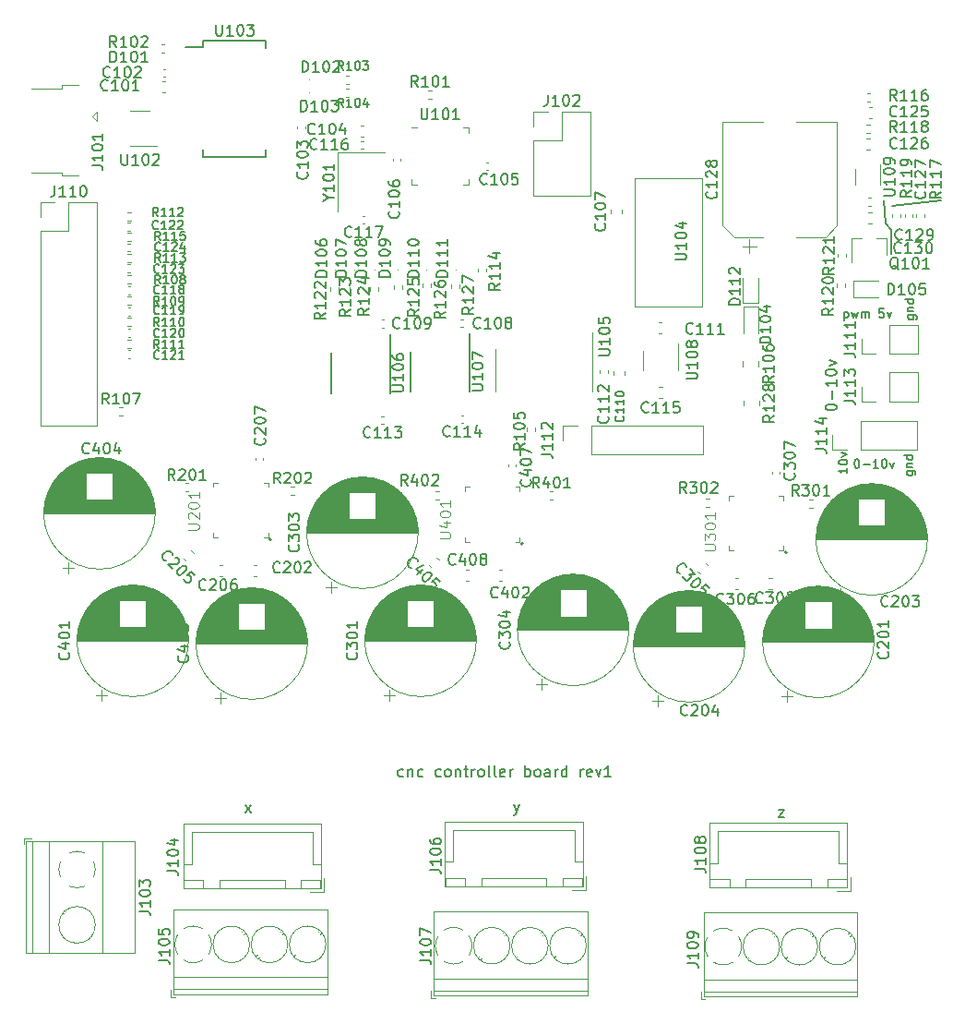
<source format=gto>
G04 #@! TF.GenerationSoftware,KiCad,Pcbnew,5.1.8*
G04 #@! TF.CreationDate,2021-01-20T23:22:32-05:00*
G04 #@! TF.ProjectId,cnc-controller,636e632d-636f-46e7-9472-6f6c6c65722e,rev?*
G04 #@! TF.SameCoordinates,Original*
G04 #@! TF.FileFunction,Legend,Top*
G04 #@! TF.FilePolarity,Positive*
%FSLAX46Y46*%
G04 Gerber Fmt 4.6, Leading zero omitted, Abs format (unit mm)*
G04 Created by KiCad (PCBNEW 5.1.8) date 2021-01-20 23:22:32*
%MOMM*%
%LPD*%
G01*
G04 APERTURE LIST*
%ADD10C,0.152400*%
%ADD11C,0.100000*%
%ADD12C,0.120000*%
%ADD13C,0.200000*%
%ADD14C,0.150000*%
G04 APERTURE END LIST*
D10*
X48710857Y-168411238D02*
X48614095Y-168459619D01*
X48420571Y-168459619D01*
X48323809Y-168411238D01*
X48275428Y-168362857D01*
X48227047Y-168266095D01*
X48227047Y-167975809D01*
X48275428Y-167879047D01*
X48323809Y-167830666D01*
X48420571Y-167782285D01*
X48614095Y-167782285D01*
X48710857Y-167830666D01*
X49146285Y-167782285D02*
X49146285Y-168459619D01*
X49146285Y-167879047D02*
X49194666Y-167830666D01*
X49291428Y-167782285D01*
X49436571Y-167782285D01*
X49533333Y-167830666D01*
X49581714Y-167927428D01*
X49581714Y-168459619D01*
X50500952Y-168411238D02*
X50404190Y-168459619D01*
X50210666Y-168459619D01*
X50113904Y-168411238D01*
X50065523Y-168362857D01*
X50017142Y-168266095D01*
X50017142Y-167975809D01*
X50065523Y-167879047D01*
X50113904Y-167830666D01*
X50210666Y-167782285D01*
X50404190Y-167782285D01*
X50500952Y-167830666D01*
X52145904Y-168411238D02*
X52049142Y-168459619D01*
X51855619Y-168459619D01*
X51758857Y-168411238D01*
X51710476Y-168362857D01*
X51662095Y-168266095D01*
X51662095Y-167975809D01*
X51710476Y-167879047D01*
X51758857Y-167830666D01*
X51855619Y-167782285D01*
X52049142Y-167782285D01*
X52145904Y-167830666D01*
X52726476Y-168459619D02*
X52629714Y-168411238D01*
X52581333Y-168362857D01*
X52532952Y-168266095D01*
X52532952Y-167975809D01*
X52581333Y-167879047D01*
X52629714Y-167830666D01*
X52726476Y-167782285D01*
X52871619Y-167782285D01*
X52968380Y-167830666D01*
X53016761Y-167879047D01*
X53065142Y-167975809D01*
X53065142Y-168266095D01*
X53016761Y-168362857D01*
X52968380Y-168411238D01*
X52871619Y-168459619D01*
X52726476Y-168459619D01*
X53500571Y-167782285D02*
X53500571Y-168459619D01*
X53500571Y-167879047D02*
X53548952Y-167830666D01*
X53645714Y-167782285D01*
X53790857Y-167782285D01*
X53887619Y-167830666D01*
X53935999Y-167927428D01*
X53935999Y-168459619D01*
X54274666Y-167782285D02*
X54661714Y-167782285D01*
X54419809Y-167443619D02*
X54419809Y-168314476D01*
X54468190Y-168411238D01*
X54564952Y-168459619D01*
X54661714Y-168459619D01*
X55000380Y-168459619D02*
X55000380Y-167782285D01*
X55000380Y-167975809D02*
X55048761Y-167879047D01*
X55097142Y-167830666D01*
X55193904Y-167782285D01*
X55290666Y-167782285D01*
X55774476Y-168459619D02*
X55677714Y-168411238D01*
X55629333Y-168362857D01*
X55580952Y-168266095D01*
X55580952Y-167975809D01*
X55629333Y-167879047D01*
X55677714Y-167830666D01*
X55774476Y-167782285D01*
X55919619Y-167782285D01*
X56016380Y-167830666D01*
X56064761Y-167879047D01*
X56113142Y-167975809D01*
X56113142Y-168266095D01*
X56064761Y-168362857D01*
X56016380Y-168411238D01*
X55919619Y-168459619D01*
X55774476Y-168459619D01*
X56693714Y-168459619D02*
X56596952Y-168411238D01*
X56548571Y-168314476D01*
X56548571Y-167443619D01*
X57225904Y-168459619D02*
X57129142Y-168411238D01*
X57080761Y-168314476D01*
X57080761Y-167443619D01*
X57999999Y-168411238D02*
X57903238Y-168459619D01*
X57709714Y-168459619D01*
X57612952Y-168411238D01*
X57564571Y-168314476D01*
X57564571Y-167927428D01*
X57612952Y-167830666D01*
X57709714Y-167782285D01*
X57903238Y-167782285D01*
X57999999Y-167830666D01*
X58048380Y-167927428D01*
X58048380Y-168024190D01*
X57564571Y-168120952D01*
X58483809Y-168459619D02*
X58483809Y-167782285D01*
X58483809Y-167975809D02*
X58532190Y-167879047D01*
X58580571Y-167830666D01*
X58677333Y-167782285D01*
X58774095Y-167782285D01*
X59886857Y-168459619D02*
X59886857Y-167443619D01*
X59886857Y-167830666D02*
X59983619Y-167782285D01*
X60177142Y-167782285D01*
X60273904Y-167830666D01*
X60322285Y-167879047D01*
X60370666Y-167975809D01*
X60370666Y-168266095D01*
X60322285Y-168362857D01*
X60273904Y-168411238D01*
X60177142Y-168459619D01*
X59983619Y-168459619D01*
X59886857Y-168411238D01*
X60951238Y-168459619D02*
X60854476Y-168411238D01*
X60806095Y-168362857D01*
X60757714Y-168266095D01*
X60757714Y-167975809D01*
X60806095Y-167879047D01*
X60854476Y-167830666D01*
X60951238Y-167782285D01*
X61096380Y-167782285D01*
X61193142Y-167830666D01*
X61241523Y-167879047D01*
X61289904Y-167975809D01*
X61289904Y-168266095D01*
X61241523Y-168362857D01*
X61193142Y-168411238D01*
X61096380Y-168459619D01*
X60951238Y-168459619D01*
X62160761Y-168459619D02*
X62160761Y-167927428D01*
X62112380Y-167830666D01*
X62015619Y-167782285D01*
X61822095Y-167782285D01*
X61725333Y-167830666D01*
X62160761Y-168411238D02*
X62064000Y-168459619D01*
X61822095Y-168459619D01*
X61725333Y-168411238D01*
X61676952Y-168314476D01*
X61676952Y-168217714D01*
X61725333Y-168120952D01*
X61822095Y-168072571D01*
X62064000Y-168072571D01*
X62160761Y-168024190D01*
X62644571Y-168459619D02*
X62644571Y-167782285D01*
X62644571Y-167975809D02*
X62692952Y-167879047D01*
X62741333Y-167830666D01*
X62838095Y-167782285D01*
X62934857Y-167782285D01*
X63708952Y-168459619D02*
X63708952Y-167443619D01*
X63708952Y-168411238D02*
X63612190Y-168459619D01*
X63418666Y-168459619D01*
X63321904Y-168411238D01*
X63273523Y-168362857D01*
X63225142Y-168266095D01*
X63225142Y-167975809D01*
X63273523Y-167879047D01*
X63321904Y-167830666D01*
X63418666Y-167782285D01*
X63612190Y-167782285D01*
X63708952Y-167830666D01*
X64966857Y-168459619D02*
X64966857Y-167782285D01*
X64966857Y-167975809D02*
X65015238Y-167879047D01*
X65063619Y-167830666D01*
X65160380Y-167782285D01*
X65257142Y-167782285D01*
X65982857Y-168411238D02*
X65886095Y-168459619D01*
X65692571Y-168459619D01*
X65595809Y-168411238D01*
X65547428Y-168314476D01*
X65547428Y-167927428D01*
X65595809Y-167830666D01*
X65692571Y-167782285D01*
X65886095Y-167782285D01*
X65982857Y-167830666D01*
X66031238Y-167927428D01*
X66031238Y-168024190D01*
X65547428Y-168120952D01*
X66369904Y-167782285D02*
X66611809Y-168459619D01*
X66853714Y-167782285D01*
X67772952Y-168459619D02*
X67192380Y-168459619D01*
X67482666Y-168459619D02*
X67482666Y-167443619D01*
X67385904Y-167588761D01*
X67289142Y-167685523D01*
X67192380Y-167733904D01*
X98100000Y-115600000D02*
X93600000Y-116100000D01*
X93500000Y-118300000D02*
X93000000Y-117700000D01*
X93000000Y-117700000D02*
X92800000Y-115600000D01*
X93500000Y-120500000D02*
X93500000Y-118300000D01*
X94928571Y-140452380D02*
X95576190Y-140452380D01*
X95652380Y-140490476D01*
X95690476Y-140528571D01*
X95728571Y-140604761D01*
X95728571Y-140719047D01*
X95690476Y-140795238D01*
X95423809Y-140452380D02*
X95461904Y-140528571D01*
X95461904Y-140680952D01*
X95423809Y-140757142D01*
X95385714Y-140795238D01*
X95309523Y-140833333D01*
X95080952Y-140833333D01*
X95004761Y-140795238D01*
X94966666Y-140757142D01*
X94928571Y-140680952D01*
X94928571Y-140528571D01*
X94966666Y-140452380D01*
X94928571Y-140071428D02*
X95461904Y-140071428D01*
X95004761Y-140071428D02*
X94966666Y-140033333D01*
X94928571Y-139957142D01*
X94928571Y-139842857D01*
X94966666Y-139766666D01*
X95042857Y-139728571D01*
X95461904Y-139728571D01*
X95461904Y-139004761D02*
X94661904Y-139004761D01*
X95423809Y-139004761D02*
X95461904Y-139080952D01*
X95461904Y-139233333D01*
X95423809Y-139309523D01*
X95385714Y-139347619D01*
X95309523Y-139385714D01*
X95080952Y-139385714D01*
X95004761Y-139347619D01*
X94966666Y-139309523D01*
X94928571Y-139233333D01*
X94928571Y-139080952D01*
X94966666Y-139004761D01*
X90300000Y-139361904D02*
X90376190Y-139361904D01*
X90452380Y-139400000D01*
X90490476Y-139438095D01*
X90528571Y-139514285D01*
X90566666Y-139666666D01*
X90566666Y-139857142D01*
X90528571Y-140009523D01*
X90490476Y-140085714D01*
X90452380Y-140123809D01*
X90376190Y-140161904D01*
X90300000Y-140161904D01*
X90223809Y-140123809D01*
X90185714Y-140085714D01*
X90147619Y-140009523D01*
X90109523Y-139857142D01*
X90109523Y-139666666D01*
X90147619Y-139514285D01*
X90185714Y-139438095D01*
X90223809Y-139400000D01*
X90300000Y-139361904D01*
X90909523Y-139857142D02*
X91519047Y-139857142D01*
X92319047Y-140161904D02*
X91861904Y-140161904D01*
X92090476Y-140161904D02*
X92090476Y-139361904D01*
X92014285Y-139476190D01*
X91938095Y-139552380D01*
X91861904Y-139590476D01*
X92814285Y-139361904D02*
X92890476Y-139361904D01*
X92966666Y-139400000D01*
X93004761Y-139438095D01*
X93042857Y-139514285D01*
X93080952Y-139666666D01*
X93080952Y-139857142D01*
X93042857Y-140009523D01*
X93004761Y-140085714D01*
X92966666Y-140123809D01*
X92890476Y-140161904D01*
X92814285Y-140161904D01*
X92738095Y-140123809D01*
X92700000Y-140085714D01*
X92661904Y-140009523D01*
X92623809Y-139857142D01*
X92623809Y-139666666D01*
X92661904Y-139514285D01*
X92700000Y-139438095D01*
X92738095Y-139400000D01*
X92814285Y-139361904D01*
X93347619Y-139628571D02*
X93538095Y-140161904D01*
X93728571Y-139628571D01*
X89461904Y-140157142D02*
X89461904Y-140614285D01*
X89461904Y-140385714D02*
X88661904Y-140385714D01*
X88776190Y-140461904D01*
X88852380Y-140538095D01*
X88890476Y-140614285D01*
X88661904Y-139661904D02*
X88661904Y-139585714D01*
X88700000Y-139509523D01*
X88738095Y-139471428D01*
X88814285Y-139433333D01*
X88966666Y-139395238D01*
X89157142Y-139395238D01*
X89309523Y-139433333D01*
X89385714Y-139471428D01*
X89423809Y-139509523D01*
X89461904Y-139585714D01*
X89461904Y-139661904D01*
X89423809Y-139738095D01*
X89385714Y-139776190D01*
X89309523Y-139814285D01*
X89157142Y-139852380D01*
X88966666Y-139852380D01*
X88814285Y-139814285D01*
X88738095Y-139776190D01*
X88700000Y-139738095D01*
X88661904Y-139661904D01*
X88928571Y-139128571D02*
X89461904Y-138938095D01*
X88928571Y-138747619D01*
X87443619Y-134632000D02*
X87443619Y-134535238D01*
X87492000Y-134438476D01*
X87540380Y-134390095D01*
X87637142Y-134341714D01*
X87830666Y-134293333D01*
X88072571Y-134293333D01*
X88266095Y-134341714D01*
X88362857Y-134390095D01*
X88411238Y-134438476D01*
X88459619Y-134535238D01*
X88459619Y-134632000D01*
X88411238Y-134728761D01*
X88362857Y-134777142D01*
X88266095Y-134825523D01*
X88072571Y-134873904D01*
X87830666Y-134873904D01*
X87637142Y-134825523D01*
X87540380Y-134777142D01*
X87492000Y-134728761D01*
X87443619Y-134632000D01*
X88072571Y-133857904D02*
X88072571Y-133083809D01*
X88459619Y-132067809D02*
X88459619Y-132648380D01*
X88459619Y-132358095D02*
X87443619Y-132358095D01*
X87588761Y-132454857D01*
X87685523Y-132551619D01*
X87733904Y-132648380D01*
X87443619Y-131438857D02*
X87443619Y-131342095D01*
X87492000Y-131245333D01*
X87540380Y-131196952D01*
X87637142Y-131148571D01*
X87830666Y-131100190D01*
X88072571Y-131100190D01*
X88266095Y-131148571D01*
X88362857Y-131196952D01*
X88411238Y-131245333D01*
X88459619Y-131342095D01*
X88459619Y-131438857D01*
X88411238Y-131535619D01*
X88362857Y-131584000D01*
X88266095Y-131632380D01*
X88072571Y-131680761D01*
X87830666Y-131680761D01*
X87637142Y-131632380D01*
X87540380Y-131584000D01*
X87492000Y-131535619D01*
X87443619Y-131438857D01*
X87782285Y-130761523D02*
X88459619Y-130519619D01*
X87782285Y-130277714D01*
X95028571Y-126152380D02*
X95676190Y-126152380D01*
X95752380Y-126190476D01*
X95790476Y-126228571D01*
X95828571Y-126304761D01*
X95828571Y-126419047D01*
X95790476Y-126495238D01*
X95523809Y-126152380D02*
X95561904Y-126228571D01*
X95561904Y-126380952D01*
X95523809Y-126457142D01*
X95485714Y-126495238D01*
X95409523Y-126533333D01*
X95180952Y-126533333D01*
X95104761Y-126495238D01*
X95066666Y-126457142D01*
X95028571Y-126380952D01*
X95028571Y-126228571D01*
X95066666Y-126152380D01*
X95028571Y-125771428D02*
X95561904Y-125771428D01*
X95104761Y-125771428D02*
X95066666Y-125733333D01*
X95028571Y-125657142D01*
X95028571Y-125542857D01*
X95066666Y-125466666D01*
X95142857Y-125428571D01*
X95561904Y-125428571D01*
X95561904Y-124704761D02*
X94761904Y-124704761D01*
X95523809Y-124704761D02*
X95561904Y-124780952D01*
X95561904Y-124933333D01*
X95523809Y-125009523D01*
X95485714Y-125047619D01*
X95409523Y-125085714D01*
X95180952Y-125085714D01*
X95104761Y-125047619D01*
X95066666Y-125009523D01*
X95028571Y-124933333D01*
X95028571Y-124780952D01*
X95066666Y-124704761D01*
X89185714Y-125828571D02*
X89185714Y-126628571D01*
X89185714Y-125866666D02*
X89261904Y-125828571D01*
X89414285Y-125828571D01*
X89490476Y-125866666D01*
X89528571Y-125904761D01*
X89566666Y-125980952D01*
X89566666Y-126209523D01*
X89528571Y-126285714D01*
X89490476Y-126323809D01*
X89414285Y-126361904D01*
X89261904Y-126361904D01*
X89185714Y-126323809D01*
X89833333Y-125828571D02*
X89985714Y-126361904D01*
X90138095Y-125980952D01*
X90290476Y-126361904D01*
X90442857Y-125828571D01*
X90747619Y-126361904D02*
X90747619Y-125828571D01*
X90747619Y-125904761D02*
X90785714Y-125866666D01*
X90861904Y-125828571D01*
X90976190Y-125828571D01*
X91052380Y-125866666D01*
X91090476Y-125942857D01*
X91090476Y-126361904D01*
X91090476Y-125942857D02*
X91128571Y-125866666D01*
X91204761Y-125828571D01*
X91319047Y-125828571D01*
X91395238Y-125866666D01*
X91433333Y-125942857D01*
X91433333Y-126361904D01*
X92804761Y-125561904D02*
X92423809Y-125561904D01*
X92385714Y-125942857D01*
X92423809Y-125904761D01*
X92500000Y-125866666D01*
X92690476Y-125866666D01*
X92766666Y-125904761D01*
X92804761Y-125942857D01*
X92842857Y-126019047D01*
X92842857Y-126209523D01*
X92804761Y-126285714D01*
X92766666Y-126323809D01*
X92690476Y-126361904D01*
X92500000Y-126361904D01*
X92423809Y-126323809D01*
X92385714Y-126285714D01*
X93109523Y-125828571D02*
X93300000Y-126361904D01*
X93490476Y-125828571D01*
X83133904Y-171482285D02*
X83666095Y-171482285D01*
X83133904Y-172159619D01*
X83666095Y-172159619D01*
X58858095Y-170982285D02*
X59100000Y-171659619D01*
X59341904Y-170982285D02*
X59100000Y-171659619D01*
X59003238Y-171901523D01*
X58954857Y-171949904D01*
X58858095Y-171998285D01*
X34233904Y-171759619D02*
X34766095Y-171082285D01*
X34233904Y-171082285D02*
X34766095Y-171759619D01*
D11*
X53540000Y-122010000D02*
G75*
G03*
X53540000Y-122010000I-50000J0D01*
G01*
X50890000Y-122010000D02*
G75*
G03*
X50890000Y-122010000I-50000J0D01*
G01*
X48240000Y-122010000D02*
G75*
G03*
X48240000Y-122010000I-50000J0D01*
G01*
X46100000Y-122010000D02*
G75*
G03*
X46100000Y-122010000I-50000J0D01*
G01*
X44250000Y-122010000D02*
G75*
G03*
X44250000Y-122010000I-50000J0D01*
G01*
X42460000Y-122010000D02*
G75*
G03*
X42460000Y-122010000I-50000J0D01*
G01*
X40080000Y-105740000D02*
G75*
G03*
X40080000Y-105740000I-50000J0D01*
G01*
X40090000Y-104550000D02*
G75*
G03*
X40090000Y-104550000I-50000J0D01*
G01*
X25600000Y-102830000D02*
G75*
G03*
X25600000Y-102830000I-50000J0D01*
G01*
D12*
X54187836Y-126530000D02*
X53972164Y-126530000D01*
X54187836Y-127250000D02*
X53972164Y-127250000D01*
X76020000Y-188840000D02*
X76420000Y-188840000D01*
X76020000Y-188200000D02*
X76020000Y-188840000D01*
X87425000Y-184981000D02*
X87296000Y-185109000D01*
X89640000Y-182765000D02*
X89546000Y-182859000D01*
X87595000Y-185221000D02*
X87501000Y-185314000D01*
X89845000Y-182971000D02*
X89716000Y-183099000D01*
X83925000Y-184981000D02*
X83796000Y-185109000D01*
X86140000Y-182765000D02*
X86046000Y-182859000D01*
X84095000Y-185221000D02*
X84001000Y-185314000D01*
X86345000Y-182971000D02*
X86216000Y-183099000D01*
X80425000Y-184981000D02*
X80296000Y-185109000D01*
X82640000Y-182765000D02*
X82546000Y-182859000D01*
X80595000Y-185221000D02*
X80501000Y-185314000D01*
X82845000Y-182971000D02*
X82716000Y-183099000D01*
X90380000Y-180880000D02*
X90380000Y-188600000D01*
X76260000Y-180880000D02*
X76260000Y-188600000D01*
X76260000Y-188600000D02*
X90380000Y-188600000D01*
X76260000Y-180880000D02*
X90380000Y-180880000D01*
X76260000Y-187040000D02*
X90380000Y-187040000D01*
X76260000Y-188140000D02*
X90380000Y-188140000D01*
X90250000Y-184040000D02*
G75*
G03*
X90250000Y-184040000I-1680000J0D01*
G01*
X86750000Y-184040000D02*
G75*
G03*
X86750000Y-184040000I-1680000J0D01*
G01*
X83250000Y-184040000D02*
G75*
G03*
X83250000Y-184040000I-1680000J0D01*
G01*
X78098674Y-185720099D02*
G75*
G02*
X77204000Y-185480000I-28674J1680099D01*
G01*
X76644642Y-184929894D02*
G75*
G02*
X76630000Y-183174000I1425358J889894D01*
G01*
X77180106Y-182614642D02*
G75*
G02*
X78936000Y-182600000I889894J-1425358D01*
G01*
X79495505Y-183149807D02*
G75*
G02*
X79495000Y-184931000I-1425505J-890193D01*
G01*
X78960264Y-185464721D02*
G75*
G02*
X78070000Y-185720000I-890264J1424721D01*
G01*
X89742000Y-178918000D02*
X89742000Y-177668000D01*
X88492000Y-178918000D02*
X89742000Y-178918000D01*
X77592000Y-173418000D02*
X83142000Y-173418000D01*
X77592000Y-176368000D02*
X77592000Y-173418000D01*
X76842000Y-176368000D02*
X77592000Y-176368000D01*
X88692000Y-173418000D02*
X83142000Y-173418000D01*
X88692000Y-176368000D02*
X88692000Y-173418000D01*
X89442000Y-176368000D02*
X88692000Y-176368000D01*
X76842000Y-178618000D02*
X78642000Y-178618000D01*
X76842000Y-177868000D02*
X76842000Y-178618000D01*
X78642000Y-177868000D02*
X76842000Y-177868000D01*
X78642000Y-178618000D02*
X78642000Y-177868000D01*
X87642000Y-178618000D02*
X89442000Y-178618000D01*
X87642000Y-177868000D02*
X87642000Y-178618000D01*
X89442000Y-177868000D02*
X87642000Y-177868000D01*
X89442000Y-178618000D02*
X89442000Y-177868000D01*
X80142000Y-178618000D02*
X86142000Y-178618000D01*
X80142000Y-177868000D02*
X80142000Y-178618000D01*
X86142000Y-177868000D02*
X80142000Y-177868000D01*
X86142000Y-178618000D02*
X86142000Y-177868000D01*
X76832000Y-178628000D02*
X89452000Y-178628000D01*
X76832000Y-172658000D02*
X76832000Y-178628000D01*
X89452000Y-172658000D02*
X76832000Y-172658000D01*
X89452000Y-178628000D02*
X89452000Y-172658000D01*
X42720000Y-111250000D02*
X42720000Y-116650000D01*
X47020000Y-111250000D02*
X42720000Y-111250000D01*
D11*
X59400000Y-146900000D02*
X59000000Y-146900000D01*
X54400000Y-146500000D02*
X54400000Y-146900000D01*
X54400000Y-141900000D02*
X54400000Y-142300000D01*
X59400000Y-141900000D02*
X59400000Y-142300000D01*
D13*
X59700000Y-147100000D02*
G75*
G03*
X59700000Y-147100000I-100000J0D01*
G01*
D11*
X59400000Y-146900000D02*
X59400000Y-146500000D01*
X54800000Y-146900000D02*
X54400000Y-146900000D01*
X54400000Y-141900000D02*
X54800000Y-141900000D01*
X59000000Y-141900000D02*
X59400000Y-141900000D01*
X83600000Y-147700000D02*
X83200000Y-147700000D01*
X78600000Y-147300000D02*
X78600000Y-147700000D01*
X78600000Y-142700000D02*
X78600000Y-143100000D01*
X83600000Y-142700000D02*
X83600000Y-143100000D01*
D13*
X83900000Y-147900000D02*
G75*
G03*
X83900000Y-147900000I-100000J0D01*
G01*
D11*
X83600000Y-147700000D02*
X83600000Y-147300000D01*
X79000000Y-147700000D02*
X78600000Y-147700000D01*
X78600000Y-142700000D02*
X79000000Y-142700000D01*
X83200000Y-142700000D02*
X83600000Y-142700000D01*
X36300000Y-146500000D02*
X35900000Y-146500000D01*
X31300000Y-146100000D02*
X31300000Y-146500000D01*
X31300000Y-141500000D02*
X31300000Y-141900000D01*
X36300000Y-141500000D02*
X36300000Y-141900000D01*
D13*
X36600000Y-146700000D02*
G75*
G03*
X36600000Y-146700000I-100000J0D01*
G01*
D11*
X36300000Y-146500000D02*
X36300000Y-146100000D01*
X31700000Y-146500000D02*
X31300000Y-146500000D01*
X31300000Y-141500000D02*
X31700000Y-141500000D01*
X35900000Y-141500000D02*
X36300000Y-141500000D01*
D12*
X90178000Y-112776000D02*
X90178000Y-114176000D01*
X92498000Y-114176000D02*
X92498000Y-112276000D01*
X73960000Y-131180000D02*
X73960000Y-128730000D01*
X70740000Y-129380000D02*
X70740000Y-131180000D01*
D14*
X54785000Y-127795000D02*
X54785000Y-133178600D01*
X49385000Y-129465700D02*
X49385000Y-133174300D01*
X47495000Y-127905000D02*
X47495000Y-133288600D01*
X42095000Y-129575700D02*
X42095000Y-133284300D01*
D12*
X66075000Y-131200000D02*
X66075000Y-127750000D01*
X66075000Y-131200000D02*
X66075000Y-133150000D01*
X57205000Y-131200000D02*
X57205000Y-129250000D01*
X57205000Y-131200000D02*
X57205000Y-133150000D01*
X76140000Y-113560000D02*
X69940000Y-113560000D01*
X76140000Y-125360000D02*
X76140000Y-113560000D01*
X69940000Y-125360000D02*
X76140000Y-125360000D01*
X69940000Y-113560000D02*
X69940000Y-125360000D01*
D14*
X30355000Y-101550000D02*
X28755000Y-101550000D01*
X30355000Y-111625000D02*
X36105000Y-111625000D01*
X30355000Y-100975000D02*
X36105000Y-100975000D01*
X30355000Y-111625000D02*
X30355000Y-110975000D01*
X36105000Y-111625000D02*
X36105000Y-110975000D01*
X36105000Y-100975000D02*
X36105000Y-101625000D01*
X30355000Y-100975000D02*
X30355000Y-101550000D01*
D12*
X23640000Y-110630000D02*
X26090000Y-110630000D01*
X25440000Y-107410000D02*
X23640000Y-107410000D01*
X49945000Y-108940000D02*
X49470000Y-108940000D01*
X54690000Y-114160000D02*
X54690000Y-113685000D01*
X54215000Y-114160000D02*
X54690000Y-114160000D01*
X49470000Y-114160000D02*
X49470000Y-113685000D01*
X49945000Y-114160000D02*
X49470000Y-114160000D01*
X54690000Y-108940000D02*
X54690000Y-109415000D01*
X54215000Y-108940000D02*
X54690000Y-108940000D01*
X51963641Y-142260000D02*
X51656359Y-142260000D01*
X51963641Y-143020000D02*
X51656359Y-143020000D01*
X62136359Y-143080000D02*
X62443641Y-143080000D01*
X62136359Y-142320000D02*
X62443641Y-142320000D01*
X76769641Y-142968000D02*
X76462359Y-142968000D01*
X76769641Y-143728000D02*
X76462359Y-143728000D01*
X85946359Y-143780000D02*
X86253641Y-143780000D01*
X85946359Y-143020000D02*
X86253641Y-143020000D01*
X38376359Y-142650000D02*
X38683641Y-142650000D01*
X38376359Y-141890000D02*
X38683641Y-141890000D01*
X29013641Y-141520000D02*
X28706359Y-141520000D01*
X29013641Y-142280000D02*
X28706359Y-142280000D01*
X79923000Y-133980936D02*
X79923000Y-134435064D01*
X81393000Y-133980936D02*
X81393000Y-134435064D01*
X53120000Y-123346359D02*
X53120000Y-123653641D01*
X53880000Y-123346359D02*
X53880000Y-123653641D01*
X50470000Y-123276359D02*
X50470000Y-123583641D01*
X51230000Y-123276359D02*
X51230000Y-123583641D01*
X47820000Y-123406359D02*
X47820000Y-123713641D01*
X48580000Y-123406359D02*
X48580000Y-123713641D01*
X45670000Y-123576359D02*
X45670000Y-123883641D01*
X46430000Y-123576359D02*
X46430000Y-123883641D01*
X43810000Y-123606359D02*
X43810000Y-123913641D01*
X44570000Y-123606359D02*
X44570000Y-123913641D01*
X42040000Y-123566359D02*
X42040000Y-123873641D01*
X42800000Y-123566359D02*
X42800000Y-123873641D01*
X89318000Y-120819641D02*
X89318000Y-120512359D01*
X88558000Y-120819641D02*
X88558000Y-120512359D01*
X89278000Y-123549641D02*
X89278000Y-123242359D01*
X88518000Y-123549641D02*
X88518000Y-123242359D01*
X93598000Y-116872359D02*
X93598000Y-117179641D01*
X94358000Y-116872359D02*
X94358000Y-117179641D01*
X91511641Y-108646000D02*
X91204359Y-108646000D01*
X91511641Y-109406000D02*
X91204359Y-109406000D01*
X96548000Y-117159641D02*
X96548000Y-116852359D01*
X95788000Y-117159641D02*
X95788000Y-116852359D01*
X91254359Y-106576000D02*
X91561641Y-106576000D01*
X91254359Y-105816000D02*
X91561641Y-105816000D01*
X23396359Y-119375712D02*
X23703641Y-119375712D01*
X23396359Y-118615712D02*
X23703641Y-118615712D01*
X56280000Y-122153641D02*
X56280000Y-121846359D01*
X55520000Y-122153641D02*
X55520000Y-121846359D01*
X23396359Y-121271904D02*
X23703641Y-121271904D01*
X23396359Y-120511904D02*
X23703641Y-120511904D01*
X23396359Y-117479520D02*
X23703641Y-117479520D01*
X23396359Y-116719520D02*
X23703641Y-116719520D01*
X23416359Y-129122852D02*
X23723641Y-129122852D01*
X23416359Y-128362852D02*
X23723641Y-128362852D01*
X23416359Y-127168568D02*
X23723641Y-127168568D01*
X23416359Y-126408568D02*
X23723641Y-126408568D01*
X23416359Y-125214284D02*
X23723641Y-125214284D01*
X23416359Y-124454284D02*
X23723641Y-124454284D01*
X23416359Y-123260000D02*
X23723641Y-123260000D01*
X23416359Y-122500000D02*
X23723641Y-122500000D01*
X22646359Y-135380000D02*
X22953641Y-135380000D01*
X22646359Y-134620000D02*
X22953641Y-134620000D01*
X79865000Y-130360936D02*
X79865000Y-130815064D01*
X81335000Y-130360936D02*
X81335000Y-130815064D01*
X60020000Y-136446359D02*
X60020000Y-136753641D01*
X60780000Y-136446359D02*
X60780000Y-136753641D01*
X43426359Y-106100000D02*
X43733641Y-106100000D01*
X43426359Y-105340000D02*
X43733641Y-105340000D01*
X43426359Y-104940000D02*
X43733641Y-104940000D01*
X43426359Y-104180000D02*
X43733641Y-104180000D01*
X26486359Y-102080000D02*
X26793641Y-102080000D01*
X26486359Y-101320000D02*
X26793641Y-101320000D01*
X51016359Y-106280000D02*
X51323641Y-106280000D01*
X51016359Y-105520000D02*
X51323641Y-105520000D01*
X93028000Y-119126000D02*
X93028000Y-120586000D01*
X89868000Y-119126000D02*
X89868000Y-121286000D01*
X89868000Y-119126000D02*
X90798000Y-119126000D01*
X93028000Y-119126000D02*
X92098000Y-119126000D01*
X88088000Y-138470000D02*
X88088000Y-137140000D01*
X89418000Y-138470000D02*
X88088000Y-138470000D01*
X90688000Y-138470000D02*
X90688000Y-135810000D01*
X90688000Y-135810000D02*
X95828000Y-135810000D01*
X90688000Y-138470000D02*
X95828000Y-138470000D01*
X95828000Y-138470000D02*
X95828000Y-135810000D01*
X90738000Y-134030000D02*
X90738000Y-132700000D01*
X92068000Y-134030000D02*
X90738000Y-134030000D01*
X93338000Y-134030000D02*
X93338000Y-131370000D01*
X93338000Y-131370000D02*
X95938000Y-131370000D01*
X93338000Y-134030000D02*
X95938000Y-134030000D01*
X95938000Y-134030000D02*
X95938000Y-131370000D01*
X63370000Y-137600000D02*
X63370000Y-136270000D01*
X63370000Y-136270000D02*
X64700000Y-136270000D01*
X65970000Y-136270000D02*
X76190000Y-136270000D01*
X76190000Y-138930000D02*
X76190000Y-136270000D01*
X65970000Y-138930000D02*
X76190000Y-138930000D01*
X65970000Y-138930000D02*
X65970000Y-136270000D01*
X90738000Y-129680000D02*
X90738000Y-128350000D01*
X92068000Y-129680000D02*
X90738000Y-129680000D01*
X93338000Y-129680000D02*
X93338000Y-127020000D01*
X93338000Y-127020000D02*
X95938000Y-127020000D01*
X93338000Y-129680000D02*
X95938000Y-129680000D01*
X95938000Y-129680000D02*
X95938000Y-127020000D01*
X15400000Y-115810000D02*
X16730000Y-115810000D01*
X15400000Y-117140000D02*
X15400000Y-115810000D01*
X18000000Y-115810000D02*
X20600000Y-115810000D01*
X18000000Y-118410000D02*
X18000000Y-115810000D01*
X15400000Y-118410000D02*
X18000000Y-118410000D01*
X20600000Y-115810000D02*
X20600000Y-136250000D01*
X15400000Y-118410000D02*
X15400000Y-136250000D01*
X15400000Y-136250000D02*
X20600000Y-136250000D01*
X51280000Y-188760000D02*
X51680000Y-188760000D01*
X51280000Y-188120000D02*
X51280000Y-188760000D01*
X62685000Y-184901000D02*
X62556000Y-185029000D01*
X64900000Y-182685000D02*
X64806000Y-182779000D01*
X62855000Y-185141000D02*
X62761000Y-185234000D01*
X65105000Y-182891000D02*
X64976000Y-183019000D01*
X59185000Y-184901000D02*
X59056000Y-185029000D01*
X61400000Y-182685000D02*
X61306000Y-182779000D01*
X59355000Y-185141000D02*
X59261000Y-185234000D01*
X61605000Y-182891000D02*
X61476000Y-183019000D01*
X55685000Y-184901000D02*
X55556000Y-185029000D01*
X57900000Y-182685000D02*
X57806000Y-182779000D01*
X55855000Y-185141000D02*
X55761000Y-185234000D01*
X58105000Y-182891000D02*
X57976000Y-183019000D01*
X65640000Y-180800000D02*
X65640000Y-188520000D01*
X51520000Y-180800000D02*
X51520000Y-188520000D01*
X51520000Y-188520000D02*
X65640000Y-188520000D01*
X51520000Y-180800000D02*
X65640000Y-180800000D01*
X51520000Y-186960000D02*
X65640000Y-186960000D01*
X51520000Y-188060000D02*
X65640000Y-188060000D01*
X65510000Y-183960000D02*
G75*
G03*
X65510000Y-183960000I-1680000J0D01*
G01*
X62010000Y-183960000D02*
G75*
G03*
X62010000Y-183960000I-1680000J0D01*
G01*
X58510000Y-183960000D02*
G75*
G03*
X58510000Y-183960000I-1680000J0D01*
G01*
X53358674Y-185640099D02*
G75*
G02*
X52464000Y-185400000I-28674J1680099D01*
G01*
X51904642Y-184849894D02*
G75*
G02*
X51890000Y-183094000I1425358J889894D01*
G01*
X52440106Y-182534642D02*
G75*
G02*
X54196000Y-182520000I889894J-1425358D01*
G01*
X54755505Y-183069807D02*
G75*
G02*
X54755000Y-184851000I-1425505J-890193D01*
G01*
X54220264Y-185384721D02*
G75*
G02*
X53330000Y-185640000I-890264J1424721D01*
G01*
X65458000Y-178826000D02*
X65458000Y-177576000D01*
X64208000Y-178826000D02*
X65458000Y-178826000D01*
X53308000Y-173326000D02*
X58858000Y-173326000D01*
X53308000Y-176276000D02*
X53308000Y-173326000D01*
X52558000Y-176276000D02*
X53308000Y-176276000D01*
X64408000Y-173326000D02*
X58858000Y-173326000D01*
X64408000Y-176276000D02*
X64408000Y-173326000D01*
X65158000Y-176276000D02*
X64408000Y-176276000D01*
X52558000Y-178526000D02*
X54358000Y-178526000D01*
X52558000Y-177776000D02*
X52558000Y-178526000D01*
X54358000Y-177776000D02*
X52558000Y-177776000D01*
X54358000Y-178526000D02*
X54358000Y-177776000D01*
X63358000Y-178526000D02*
X65158000Y-178526000D01*
X63358000Y-177776000D02*
X63358000Y-178526000D01*
X65158000Y-177776000D02*
X63358000Y-177776000D01*
X65158000Y-178526000D02*
X65158000Y-177776000D01*
X55858000Y-178526000D02*
X61858000Y-178526000D01*
X55858000Y-177776000D02*
X55858000Y-178526000D01*
X61858000Y-177776000D02*
X55858000Y-177776000D01*
X61858000Y-178526000D02*
X61858000Y-177776000D01*
X52548000Y-178536000D02*
X65168000Y-178536000D01*
X52548000Y-172566000D02*
X52548000Y-178536000D01*
X65168000Y-172566000D02*
X52548000Y-172566000D01*
X65168000Y-178536000D02*
X65168000Y-172566000D01*
X27380000Y-188640000D02*
X27780000Y-188640000D01*
X27380000Y-188000000D02*
X27380000Y-188640000D01*
X38785000Y-184781000D02*
X38656000Y-184909000D01*
X41000000Y-182565000D02*
X40906000Y-182659000D01*
X38955000Y-185021000D02*
X38861000Y-185114000D01*
X41205000Y-182771000D02*
X41076000Y-182899000D01*
X35285000Y-184781000D02*
X35156000Y-184909000D01*
X37500000Y-182565000D02*
X37406000Y-182659000D01*
X35455000Y-185021000D02*
X35361000Y-185114000D01*
X37705000Y-182771000D02*
X37576000Y-182899000D01*
X31785000Y-184781000D02*
X31656000Y-184909000D01*
X34000000Y-182565000D02*
X33906000Y-182659000D01*
X31955000Y-185021000D02*
X31861000Y-185114000D01*
X34205000Y-182771000D02*
X34076000Y-182899000D01*
X41740000Y-180680000D02*
X41740000Y-188400000D01*
X27620000Y-180680000D02*
X27620000Y-188400000D01*
X27620000Y-188400000D02*
X41740000Y-188400000D01*
X27620000Y-180680000D02*
X41740000Y-180680000D01*
X27620000Y-186840000D02*
X41740000Y-186840000D01*
X27620000Y-187940000D02*
X41740000Y-187940000D01*
X41610000Y-183840000D02*
G75*
G03*
X41610000Y-183840000I-1680000J0D01*
G01*
X38110000Y-183840000D02*
G75*
G03*
X38110000Y-183840000I-1680000J0D01*
G01*
X34610000Y-183840000D02*
G75*
G03*
X34610000Y-183840000I-1680000J0D01*
G01*
X29458674Y-185520099D02*
G75*
G02*
X28564000Y-185280000I-28674J1680099D01*
G01*
X28004642Y-184729894D02*
G75*
G02*
X27990000Y-182974000I1425358J889894D01*
G01*
X28540106Y-182414642D02*
G75*
G02*
X30296000Y-182400000I889894J-1425358D01*
G01*
X30855505Y-182949807D02*
G75*
G02*
X30855000Y-184731000I-1425505J-890193D01*
G01*
X30320264Y-185264721D02*
G75*
G02*
X29430000Y-185520000I-890264J1424721D01*
G01*
X41420000Y-179000000D02*
X41420000Y-177750000D01*
X40170000Y-179000000D02*
X41420000Y-179000000D01*
X29270000Y-173500000D02*
X34820000Y-173500000D01*
X29270000Y-176450000D02*
X29270000Y-173500000D01*
X28520000Y-176450000D02*
X29270000Y-176450000D01*
X40370000Y-173500000D02*
X34820000Y-173500000D01*
X40370000Y-176450000D02*
X40370000Y-173500000D01*
X41120000Y-176450000D02*
X40370000Y-176450000D01*
X28520000Y-178700000D02*
X30320000Y-178700000D01*
X28520000Y-177950000D02*
X28520000Y-178700000D01*
X30320000Y-177950000D02*
X28520000Y-177950000D01*
X30320000Y-178700000D02*
X30320000Y-177950000D01*
X39320000Y-178700000D02*
X41120000Y-178700000D01*
X39320000Y-177950000D02*
X39320000Y-178700000D01*
X41120000Y-177950000D02*
X39320000Y-177950000D01*
X41120000Y-178700000D02*
X41120000Y-177950000D01*
X31820000Y-178700000D02*
X37820000Y-178700000D01*
X31820000Y-177950000D02*
X31820000Y-178700000D01*
X37820000Y-177950000D02*
X31820000Y-177950000D01*
X37820000Y-178700000D02*
X37820000Y-177950000D01*
X28510000Y-178710000D02*
X41130000Y-178710000D01*
X28510000Y-172740000D02*
X28510000Y-178710000D01*
X41130000Y-172740000D02*
X28510000Y-172740000D01*
X41130000Y-178710000D02*
X41130000Y-172740000D01*
X13870000Y-174130000D02*
X13870000Y-174630000D01*
X14610000Y-174130000D02*
X13870000Y-174130000D01*
X17747000Y-180823000D02*
X17701000Y-180776000D01*
X20045000Y-183120000D02*
X20009000Y-183085000D01*
X17531000Y-181016000D02*
X17496000Y-180981000D01*
X19839000Y-183325000D02*
X19793000Y-183278000D01*
X24031000Y-184650000D02*
X14110000Y-184650000D01*
X24031000Y-174370000D02*
X14110000Y-174370000D01*
X14110000Y-174370000D02*
X14110000Y-184650000D01*
X24031000Y-174370000D02*
X24031000Y-184650000D01*
X21071000Y-174370000D02*
X21071000Y-184650000D01*
X16170000Y-174370000D02*
X16170000Y-184650000D01*
X14670000Y-174370000D02*
X14670000Y-184650000D01*
X20450000Y-182050000D02*
G75*
G03*
X20450000Y-182050000I-1680000J0D01*
G01*
X17089747Y-176998805D02*
G75*
G02*
X17235000Y-176286000I1680253J28805D01*
G01*
X18086958Y-175434574D02*
G75*
G02*
X19454000Y-175435000I683042J-1535426D01*
G01*
X20305426Y-176286958D02*
G75*
G02*
X20305000Y-177654000I-1535426J-683042D01*
G01*
X19453042Y-178505426D02*
G75*
G02*
X18086000Y-178505000I-683042J1535426D01*
G01*
X17235244Y-177653318D02*
G75*
G02*
X17090000Y-176970000I1534756J683318D01*
G01*
X60660000Y-107490000D02*
X61990000Y-107490000D01*
X60660000Y-108820000D02*
X60660000Y-107490000D01*
X63260000Y-107490000D02*
X65860000Y-107490000D01*
X63260000Y-110090000D02*
X63260000Y-107490000D01*
X60660000Y-110090000D02*
X63260000Y-110090000D01*
X65860000Y-107490000D02*
X65860000Y-115230000D01*
X60660000Y-110090000D02*
X60660000Y-115230000D01*
X60660000Y-115230000D02*
X65860000Y-115230000D01*
X20175000Y-107895000D02*
X20625000Y-107495000D01*
X20625000Y-107495000D02*
X20625000Y-108295000D01*
X20625000Y-108295000D02*
X20175000Y-107895000D01*
X14575000Y-113045000D02*
X17375000Y-113045000D01*
X17375000Y-113045000D02*
X17375000Y-113345000D01*
X17375000Y-113345000D02*
X18925000Y-113345000D01*
X14575000Y-105345000D02*
X17375000Y-105345000D01*
X17375000Y-105045000D02*
X17375000Y-105345000D01*
X17375000Y-105045000D02*
X18925000Y-105045000D01*
X81335000Y-124985000D02*
X81335000Y-122700000D01*
X79865000Y-124985000D02*
X81335000Y-124985000D01*
X79865000Y-122700000D02*
X79865000Y-124985000D01*
X90043000Y-124471000D02*
X92328000Y-124471000D01*
X90043000Y-123001000D02*
X90043000Y-124471000D01*
X92328000Y-123001000D02*
X90043000Y-123001000D01*
X79915000Y-125315000D02*
X79915000Y-127800000D01*
X81285000Y-125315000D02*
X79915000Y-125315000D01*
X81285000Y-127800000D02*
X81285000Y-125315000D01*
X54463420Y-150516000D02*
X54744580Y-150516000D01*
X54463420Y-149496000D02*
X54744580Y-149496000D01*
X59060000Y-140007836D02*
X59060000Y-139792164D01*
X58340000Y-140007836D02*
X58340000Y-139792164D01*
X51960030Y-148538781D02*
X51761219Y-148339970D01*
X51238781Y-149260030D02*
X51039970Y-149061219D01*
X17453000Y-149291646D02*
X18453000Y-149291646D01*
X17953000Y-149791646D02*
X17953000Y-148791646D01*
X20229000Y-139231000D02*
X21427000Y-139231000D01*
X19966000Y-139271000D02*
X21690000Y-139271000D01*
X19766000Y-139311000D02*
X21890000Y-139311000D01*
X19598000Y-139351000D02*
X22058000Y-139351000D01*
X19450000Y-139391000D02*
X22206000Y-139391000D01*
X19318000Y-139431000D02*
X22338000Y-139431000D01*
X19198000Y-139471000D02*
X22458000Y-139471000D01*
X19086000Y-139511000D02*
X22570000Y-139511000D01*
X18982000Y-139551000D02*
X22674000Y-139551000D01*
X18884000Y-139591000D02*
X22772000Y-139591000D01*
X18791000Y-139631000D02*
X22865000Y-139631000D01*
X18703000Y-139671000D02*
X22953000Y-139671000D01*
X18619000Y-139711000D02*
X23037000Y-139711000D01*
X18539000Y-139751000D02*
X23117000Y-139751000D01*
X18463000Y-139791000D02*
X23193000Y-139791000D01*
X18389000Y-139831000D02*
X23267000Y-139831000D01*
X18318000Y-139871000D02*
X23338000Y-139871000D01*
X18249000Y-139911000D02*
X23407000Y-139911000D01*
X18183000Y-139951000D02*
X23473000Y-139951000D01*
X18119000Y-139991000D02*
X23537000Y-139991000D01*
X18058000Y-140031000D02*
X23598000Y-140031000D01*
X17998000Y-140071000D02*
X23658000Y-140071000D01*
X17939000Y-140111000D02*
X23717000Y-140111000D01*
X17883000Y-140151000D02*
X23773000Y-140151000D01*
X17828000Y-140191000D02*
X23828000Y-140191000D01*
X17774000Y-140231000D02*
X23882000Y-140231000D01*
X17722000Y-140271000D02*
X23934000Y-140271000D01*
X17672000Y-140311000D02*
X23984000Y-140311000D01*
X17622000Y-140351000D02*
X24034000Y-140351000D01*
X17574000Y-140391000D02*
X24082000Y-140391000D01*
X17527000Y-140431000D02*
X24129000Y-140431000D01*
X17481000Y-140471000D02*
X24175000Y-140471000D01*
X17436000Y-140511000D02*
X24220000Y-140511000D01*
X17392000Y-140551000D02*
X24264000Y-140551000D01*
X22069000Y-140591000D02*
X24306000Y-140591000D01*
X17350000Y-140591000D02*
X19587000Y-140591000D01*
X22069000Y-140631000D02*
X24348000Y-140631000D01*
X17308000Y-140631000D02*
X19587000Y-140631000D01*
X22069000Y-140671000D02*
X24389000Y-140671000D01*
X17267000Y-140671000D02*
X19587000Y-140671000D01*
X22069000Y-140711000D02*
X24429000Y-140711000D01*
X17227000Y-140711000D02*
X19587000Y-140711000D01*
X22069000Y-140751000D02*
X24468000Y-140751000D01*
X17188000Y-140751000D02*
X19587000Y-140751000D01*
X22069000Y-140791000D02*
X24507000Y-140791000D01*
X17149000Y-140791000D02*
X19587000Y-140791000D01*
X22069000Y-140831000D02*
X24544000Y-140831000D01*
X17112000Y-140831000D02*
X19587000Y-140831000D01*
X22069000Y-140871000D02*
X24581000Y-140871000D01*
X17075000Y-140871000D02*
X19587000Y-140871000D01*
X22069000Y-140911000D02*
X24617000Y-140911000D01*
X17039000Y-140911000D02*
X19587000Y-140911000D01*
X22069000Y-140951000D02*
X24652000Y-140951000D01*
X17004000Y-140951000D02*
X19587000Y-140951000D01*
X22069000Y-140991000D02*
X24686000Y-140991000D01*
X16970000Y-140991000D02*
X19587000Y-140991000D01*
X22069000Y-141031000D02*
X24720000Y-141031000D01*
X16936000Y-141031000D02*
X19587000Y-141031000D01*
X22069000Y-141071000D02*
X24753000Y-141071000D01*
X16903000Y-141071000D02*
X19587000Y-141071000D01*
X22069000Y-141111000D02*
X24785000Y-141111000D01*
X16871000Y-141111000D02*
X19587000Y-141111000D01*
X22069000Y-141151000D02*
X24817000Y-141151000D01*
X16839000Y-141151000D02*
X19587000Y-141151000D01*
X22069000Y-141191000D02*
X24848000Y-141191000D01*
X16808000Y-141191000D02*
X19587000Y-141191000D01*
X22069000Y-141231000D02*
X24878000Y-141231000D01*
X16778000Y-141231000D02*
X19587000Y-141231000D01*
X22069000Y-141271000D02*
X24908000Y-141271000D01*
X16748000Y-141271000D02*
X19587000Y-141271000D01*
X22069000Y-141311000D02*
X24938000Y-141311000D01*
X16718000Y-141311000D02*
X19587000Y-141311000D01*
X22069000Y-141351000D02*
X24966000Y-141351000D01*
X16690000Y-141351000D02*
X19587000Y-141351000D01*
X22069000Y-141391000D02*
X24994000Y-141391000D01*
X16662000Y-141391000D02*
X19587000Y-141391000D01*
X22069000Y-141431000D02*
X25022000Y-141431000D01*
X16634000Y-141431000D02*
X19587000Y-141431000D01*
X22069000Y-141471000D02*
X25049000Y-141471000D01*
X16607000Y-141471000D02*
X19587000Y-141471000D01*
X22069000Y-141511000D02*
X25075000Y-141511000D01*
X16581000Y-141511000D02*
X19587000Y-141511000D01*
X22069000Y-141551000D02*
X25101000Y-141551000D01*
X16555000Y-141551000D02*
X19587000Y-141551000D01*
X22069000Y-141591000D02*
X25126000Y-141591000D01*
X16530000Y-141591000D02*
X19587000Y-141591000D01*
X22069000Y-141631000D02*
X25151000Y-141631000D01*
X16505000Y-141631000D02*
X19587000Y-141631000D01*
X22069000Y-141671000D02*
X25175000Y-141671000D01*
X16481000Y-141671000D02*
X19587000Y-141671000D01*
X22069000Y-141711000D02*
X25199000Y-141711000D01*
X16457000Y-141711000D02*
X19587000Y-141711000D01*
X22069000Y-141751000D02*
X25223000Y-141751000D01*
X16433000Y-141751000D02*
X19587000Y-141751000D01*
X22069000Y-141791000D02*
X25245000Y-141791000D01*
X16411000Y-141791000D02*
X19587000Y-141791000D01*
X22069000Y-141831000D02*
X25268000Y-141831000D01*
X16388000Y-141831000D02*
X19587000Y-141831000D01*
X22069000Y-141871000D02*
X25290000Y-141871000D01*
X16366000Y-141871000D02*
X19587000Y-141871000D01*
X22069000Y-141911000D02*
X25311000Y-141911000D01*
X16345000Y-141911000D02*
X19587000Y-141911000D01*
X22069000Y-141951000D02*
X25332000Y-141951000D01*
X16324000Y-141951000D02*
X19587000Y-141951000D01*
X22069000Y-141991000D02*
X25353000Y-141991000D01*
X16303000Y-141991000D02*
X19587000Y-141991000D01*
X22069000Y-142031000D02*
X25373000Y-142031000D01*
X16283000Y-142031000D02*
X19587000Y-142031000D01*
X22069000Y-142071000D02*
X25392000Y-142071000D01*
X16264000Y-142071000D02*
X19587000Y-142071000D01*
X22069000Y-142111000D02*
X25412000Y-142111000D01*
X16244000Y-142111000D02*
X19587000Y-142111000D01*
X22069000Y-142151000D02*
X25431000Y-142151000D01*
X16225000Y-142151000D02*
X19587000Y-142151000D01*
X22069000Y-142191000D02*
X25449000Y-142191000D01*
X16207000Y-142191000D02*
X19587000Y-142191000D01*
X22069000Y-142231000D02*
X25467000Y-142231000D01*
X16189000Y-142231000D02*
X19587000Y-142231000D01*
X22069000Y-142271000D02*
X25485000Y-142271000D01*
X16171000Y-142271000D02*
X19587000Y-142271000D01*
X22069000Y-142311000D02*
X25502000Y-142311000D01*
X16154000Y-142311000D02*
X19587000Y-142311000D01*
X22069000Y-142351000D02*
X25518000Y-142351000D01*
X16138000Y-142351000D02*
X19587000Y-142351000D01*
X22069000Y-142391000D02*
X25535000Y-142391000D01*
X16121000Y-142391000D02*
X19587000Y-142391000D01*
X22069000Y-142431000D02*
X25551000Y-142431000D01*
X16105000Y-142431000D02*
X19587000Y-142431000D01*
X22069000Y-142471000D02*
X25566000Y-142471000D01*
X16090000Y-142471000D02*
X19587000Y-142471000D01*
X22069000Y-142511000D02*
X25582000Y-142511000D01*
X16074000Y-142511000D02*
X19587000Y-142511000D01*
X22069000Y-142551000D02*
X25596000Y-142551000D01*
X16060000Y-142551000D02*
X19587000Y-142551000D01*
X22069000Y-142591000D02*
X25611000Y-142591000D01*
X16045000Y-142591000D02*
X19587000Y-142591000D01*
X22069000Y-142631000D02*
X25625000Y-142631000D01*
X16031000Y-142631000D02*
X19587000Y-142631000D01*
X22069000Y-142671000D02*
X25639000Y-142671000D01*
X16017000Y-142671000D02*
X19587000Y-142671000D01*
X22069000Y-142711000D02*
X25652000Y-142711000D01*
X16004000Y-142711000D02*
X19587000Y-142711000D01*
X22069000Y-142751000D02*
X25665000Y-142751000D01*
X15991000Y-142751000D02*
X19587000Y-142751000D01*
X22069000Y-142791000D02*
X25678000Y-142791000D01*
X15978000Y-142791000D02*
X19587000Y-142791000D01*
X22069000Y-142831000D02*
X25690000Y-142831000D01*
X15966000Y-142831000D02*
X19587000Y-142831000D01*
X22069000Y-142871000D02*
X25702000Y-142871000D01*
X15954000Y-142871000D02*
X19587000Y-142871000D01*
X22069000Y-142911000D02*
X25713000Y-142911000D01*
X15943000Y-142911000D02*
X19587000Y-142911000D01*
X22069000Y-142951000D02*
X25725000Y-142951000D01*
X15931000Y-142951000D02*
X19587000Y-142951000D01*
X22069000Y-142991000D02*
X25735000Y-142991000D01*
X15921000Y-142991000D02*
X19587000Y-142991000D01*
X22069000Y-143031000D02*
X25746000Y-143031000D01*
X15910000Y-143031000D02*
X19587000Y-143031000D01*
X15900000Y-143071000D02*
X25756000Y-143071000D01*
X15890000Y-143111000D02*
X25766000Y-143111000D01*
X15881000Y-143151000D02*
X25775000Y-143151000D01*
X15872000Y-143191000D02*
X25784000Y-143191000D01*
X15863000Y-143231000D02*
X25793000Y-143231000D01*
X15854000Y-143271000D02*
X25802000Y-143271000D01*
X15846000Y-143311000D02*
X25810000Y-143311000D01*
X15838000Y-143351000D02*
X25818000Y-143351000D01*
X15831000Y-143391000D02*
X25825000Y-143391000D01*
X15824000Y-143431000D02*
X25832000Y-143431000D01*
X15817000Y-143471000D02*
X25839000Y-143471000D01*
X15810000Y-143511000D02*
X25846000Y-143511000D01*
X15804000Y-143551000D02*
X25852000Y-143551000D01*
X15798000Y-143591000D02*
X25858000Y-143591000D01*
X15793000Y-143632000D02*
X25863000Y-143632000D01*
X15788000Y-143672000D02*
X25868000Y-143672000D01*
X15783000Y-143712000D02*
X25873000Y-143712000D01*
X15778000Y-143752000D02*
X25878000Y-143752000D01*
X15774000Y-143792000D02*
X25882000Y-143792000D01*
X15770000Y-143832000D02*
X25886000Y-143832000D01*
X15766000Y-143872000D02*
X25890000Y-143872000D01*
X15763000Y-143912000D02*
X25893000Y-143912000D01*
X15760000Y-143952000D02*
X25896000Y-143952000D01*
X15758000Y-143992000D02*
X25898000Y-143992000D01*
X15755000Y-144032000D02*
X25901000Y-144032000D01*
X15753000Y-144072000D02*
X25903000Y-144072000D01*
X15751000Y-144112000D02*
X25905000Y-144112000D01*
X15750000Y-144152000D02*
X25906000Y-144152000D01*
X15749000Y-144192000D02*
X25907000Y-144192000D01*
X15748000Y-144232000D02*
X25908000Y-144232000D01*
X15748000Y-144272000D02*
X25908000Y-144272000D01*
X15748000Y-144312000D02*
X25908000Y-144312000D01*
X25948000Y-144312000D02*
G75*
G03*
X25948000Y-144312000I-5120000J0D01*
G01*
X31423000Y-161229646D02*
X32423000Y-161229646D01*
X31923000Y-161729646D02*
X31923000Y-160729646D01*
X34199000Y-151169000D02*
X35397000Y-151169000D01*
X33936000Y-151209000D02*
X35660000Y-151209000D01*
X33736000Y-151249000D02*
X35860000Y-151249000D01*
X33568000Y-151289000D02*
X36028000Y-151289000D01*
X33420000Y-151329000D02*
X36176000Y-151329000D01*
X33288000Y-151369000D02*
X36308000Y-151369000D01*
X33168000Y-151409000D02*
X36428000Y-151409000D01*
X33056000Y-151449000D02*
X36540000Y-151449000D01*
X32952000Y-151489000D02*
X36644000Y-151489000D01*
X32854000Y-151529000D02*
X36742000Y-151529000D01*
X32761000Y-151569000D02*
X36835000Y-151569000D01*
X32673000Y-151609000D02*
X36923000Y-151609000D01*
X32589000Y-151649000D02*
X37007000Y-151649000D01*
X32509000Y-151689000D02*
X37087000Y-151689000D01*
X32433000Y-151729000D02*
X37163000Y-151729000D01*
X32359000Y-151769000D02*
X37237000Y-151769000D01*
X32288000Y-151809000D02*
X37308000Y-151809000D01*
X32219000Y-151849000D02*
X37377000Y-151849000D01*
X32153000Y-151889000D02*
X37443000Y-151889000D01*
X32089000Y-151929000D02*
X37507000Y-151929000D01*
X32028000Y-151969000D02*
X37568000Y-151969000D01*
X31968000Y-152009000D02*
X37628000Y-152009000D01*
X31909000Y-152049000D02*
X37687000Y-152049000D01*
X31853000Y-152089000D02*
X37743000Y-152089000D01*
X31798000Y-152129000D02*
X37798000Y-152129000D01*
X31744000Y-152169000D02*
X37852000Y-152169000D01*
X31692000Y-152209000D02*
X37904000Y-152209000D01*
X31642000Y-152249000D02*
X37954000Y-152249000D01*
X31592000Y-152289000D02*
X38004000Y-152289000D01*
X31544000Y-152329000D02*
X38052000Y-152329000D01*
X31497000Y-152369000D02*
X38099000Y-152369000D01*
X31451000Y-152409000D02*
X38145000Y-152409000D01*
X31406000Y-152449000D02*
X38190000Y-152449000D01*
X31362000Y-152489000D02*
X38234000Y-152489000D01*
X36039000Y-152529000D02*
X38276000Y-152529000D01*
X31320000Y-152529000D02*
X33557000Y-152529000D01*
X36039000Y-152569000D02*
X38318000Y-152569000D01*
X31278000Y-152569000D02*
X33557000Y-152569000D01*
X36039000Y-152609000D02*
X38359000Y-152609000D01*
X31237000Y-152609000D02*
X33557000Y-152609000D01*
X36039000Y-152649000D02*
X38399000Y-152649000D01*
X31197000Y-152649000D02*
X33557000Y-152649000D01*
X36039000Y-152689000D02*
X38438000Y-152689000D01*
X31158000Y-152689000D02*
X33557000Y-152689000D01*
X36039000Y-152729000D02*
X38477000Y-152729000D01*
X31119000Y-152729000D02*
X33557000Y-152729000D01*
X36039000Y-152769000D02*
X38514000Y-152769000D01*
X31082000Y-152769000D02*
X33557000Y-152769000D01*
X36039000Y-152809000D02*
X38551000Y-152809000D01*
X31045000Y-152809000D02*
X33557000Y-152809000D01*
X36039000Y-152849000D02*
X38587000Y-152849000D01*
X31009000Y-152849000D02*
X33557000Y-152849000D01*
X36039000Y-152889000D02*
X38622000Y-152889000D01*
X30974000Y-152889000D02*
X33557000Y-152889000D01*
X36039000Y-152929000D02*
X38656000Y-152929000D01*
X30940000Y-152929000D02*
X33557000Y-152929000D01*
X36039000Y-152969000D02*
X38690000Y-152969000D01*
X30906000Y-152969000D02*
X33557000Y-152969000D01*
X36039000Y-153009000D02*
X38723000Y-153009000D01*
X30873000Y-153009000D02*
X33557000Y-153009000D01*
X36039000Y-153049000D02*
X38755000Y-153049000D01*
X30841000Y-153049000D02*
X33557000Y-153049000D01*
X36039000Y-153089000D02*
X38787000Y-153089000D01*
X30809000Y-153089000D02*
X33557000Y-153089000D01*
X36039000Y-153129000D02*
X38818000Y-153129000D01*
X30778000Y-153129000D02*
X33557000Y-153129000D01*
X36039000Y-153169000D02*
X38848000Y-153169000D01*
X30748000Y-153169000D02*
X33557000Y-153169000D01*
X36039000Y-153209000D02*
X38878000Y-153209000D01*
X30718000Y-153209000D02*
X33557000Y-153209000D01*
X36039000Y-153249000D02*
X38908000Y-153249000D01*
X30688000Y-153249000D02*
X33557000Y-153249000D01*
X36039000Y-153289000D02*
X38936000Y-153289000D01*
X30660000Y-153289000D02*
X33557000Y-153289000D01*
X36039000Y-153329000D02*
X38964000Y-153329000D01*
X30632000Y-153329000D02*
X33557000Y-153329000D01*
X36039000Y-153369000D02*
X38992000Y-153369000D01*
X30604000Y-153369000D02*
X33557000Y-153369000D01*
X36039000Y-153409000D02*
X39019000Y-153409000D01*
X30577000Y-153409000D02*
X33557000Y-153409000D01*
X36039000Y-153449000D02*
X39045000Y-153449000D01*
X30551000Y-153449000D02*
X33557000Y-153449000D01*
X36039000Y-153489000D02*
X39071000Y-153489000D01*
X30525000Y-153489000D02*
X33557000Y-153489000D01*
X36039000Y-153529000D02*
X39096000Y-153529000D01*
X30500000Y-153529000D02*
X33557000Y-153529000D01*
X36039000Y-153569000D02*
X39121000Y-153569000D01*
X30475000Y-153569000D02*
X33557000Y-153569000D01*
X36039000Y-153609000D02*
X39145000Y-153609000D01*
X30451000Y-153609000D02*
X33557000Y-153609000D01*
X36039000Y-153649000D02*
X39169000Y-153649000D01*
X30427000Y-153649000D02*
X33557000Y-153649000D01*
X36039000Y-153689000D02*
X39193000Y-153689000D01*
X30403000Y-153689000D02*
X33557000Y-153689000D01*
X36039000Y-153729000D02*
X39215000Y-153729000D01*
X30381000Y-153729000D02*
X33557000Y-153729000D01*
X36039000Y-153769000D02*
X39238000Y-153769000D01*
X30358000Y-153769000D02*
X33557000Y-153769000D01*
X36039000Y-153809000D02*
X39260000Y-153809000D01*
X30336000Y-153809000D02*
X33557000Y-153809000D01*
X36039000Y-153849000D02*
X39281000Y-153849000D01*
X30315000Y-153849000D02*
X33557000Y-153849000D01*
X36039000Y-153889000D02*
X39302000Y-153889000D01*
X30294000Y-153889000D02*
X33557000Y-153889000D01*
X36039000Y-153929000D02*
X39323000Y-153929000D01*
X30273000Y-153929000D02*
X33557000Y-153929000D01*
X36039000Y-153969000D02*
X39343000Y-153969000D01*
X30253000Y-153969000D02*
X33557000Y-153969000D01*
X36039000Y-154009000D02*
X39362000Y-154009000D01*
X30234000Y-154009000D02*
X33557000Y-154009000D01*
X36039000Y-154049000D02*
X39382000Y-154049000D01*
X30214000Y-154049000D02*
X33557000Y-154049000D01*
X36039000Y-154089000D02*
X39401000Y-154089000D01*
X30195000Y-154089000D02*
X33557000Y-154089000D01*
X36039000Y-154129000D02*
X39419000Y-154129000D01*
X30177000Y-154129000D02*
X33557000Y-154129000D01*
X36039000Y-154169000D02*
X39437000Y-154169000D01*
X30159000Y-154169000D02*
X33557000Y-154169000D01*
X36039000Y-154209000D02*
X39455000Y-154209000D01*
X30141000Y-154209000D02*
X33557000Y-154209000D01*
X36039000Y-154249000D02*
X39472000Y-154249000D01*
X30124000Y-154249000D02*
X33557000Y-154249000D01*
X36039000Y-154289000D02*
X39488000Y-154289000D01*
X30108000Y-154289000D02*
X33557000Y-154289000D01*
X36039000Y-154329000D02*
X39505000Y-154329000D01*
X30091000Y-154329000D02*
X33557000Y-154329000D01*
X36039000Y-154369000D02*
X39521000Y-154369000D01*
X30075000Y-154369000D02*
X33557000Y-154369000D01*
X36039000Y-154409000D02*
X39536000Y-154409000D01*
X30060000Y-154409000D02*
X33557000Y-154409000D01*
X36039000Y-154449000D02*
X39552000Y-154449000D01*
X30044000Y-154449000D02*
X33557000Y-154449000D01*
X36039000Y-154489000D02*
X39566000Y-154489000D01*
X30030000Y-154489000D02*
X33557000Y-154489000D01*
X36039000Y-154529000D02*
X39581000Y-154529000D01*
X30015000Y-154529000D02*
X33557000Y-154529000D01*
X36039000Y-154569000D02*
X39595000Y-154569000D01*
X30001000Y-154569000D02*
X33557000Y-154569000D01*
X36039000Y-154609000D02*
X39609000Y-154609000D01*
X29987000Y-154609000D02*
X33557000Y-154609000D01*
X36039000Y-154649000D02*
X39622000Y-154649000D01*
X29974000Y-154649000D02*
X33557000Y-154649000D01*
X36039000Y-154689000D02*
X39635000Y-154689000D01*
X29961000Y-154689000D02*
X33557000Y-154689000D01*
X36039000Y-154729000D02*
X39648000Y-154729000D01*
X29948000Y-154729000D02*
X33557000Y-154729000D01*
X36039000Y-154769000D02*
X39660000Y-154769000D01*
X29936000Y-154769000D02*
X33557000Y-154769000D01*
X36039000Y-154809000D02*
X39672000Y-154809000D01*
X29924000Y-154809000D02*
X33557000Y-154809000D01*
X36039000Y-154849000D02*
X39683000Y-154849000D01*
X29913000Y-154849000D02*
X33557000Y-154849000D01*
X36039000Y-154889000D02*
X39695000Y-154889000D01*
X29901000Y-154889000D02*
X33557000Y-154889000D01*
X36039000Y-154929000D02*
X39705000Y-154929000D01*
X29891000Y-154929000D02*
X33557000Y-154929000D01*
X36039000Y-154969000D02*
X39716000Y-154969000D01*
X29880000Y-154969000D02*
X33557000Y-154969000D01*
X29870000Y-155009000D02*
X39726000Y-155009000D01*
X29860000Y-155049000D02*
X39736000Y-155049000D01*
X29851000Y-155089000D02*
X39745000Y-155089000D01*
X29842000Y-155129000D02*
X39754000Y-155129000D01*
X29833000Y-155169000D02*
X39763000Y-155169000D01*
X29824000Y-155209000D02*
X39772000Y-155209000D01*
X29816000Y-155249000D02*
X39780000Y-155249000D01*
X29808000Y-155289000D02*
X39788000Y-155289000D01*
X29801000Y-155329000D02*
X39795000Y-155329000D01*
X29794000Y-155369000D02*
X39802000Y-155369000D01*
X29787000Y-155409000D02*
X39809000Y-155409000D01*
X29780000Y-155449000D02*
X39816000Y-155449000D01*
X29774000Y-155489000D02*
X39822000Y-155489000D01*
X29768000Y-155529000D02*
X39828000Y-155529000D01*
X29763000Y-155570000D02*
X39833000Y-155570000D01*
X29758000Y-155610000D02*
X39838000Y-155610000D01*
X29753000Y-155650000D02*
X39843000Y-155650000D01*
X29748000Y-155690000D02*
X39848000Y-155690000D01*
X29744000Y-155730000D02*
X39852000Y-155730000D01*
X29740000Y-155770000D02*
X39856000Y-155770000D01*
X29736000Y-155810000D02*
X39860000Y-155810000D01*
X29733000Y-155850000D02*
X39863000Y-155850000D01*
X29730000Y-155890000D02*
X39866000Y-155890000D01*
X29728000Y-155930000D02*
X39868000Y-155930000D01*
X29725000Y-155970000D02*
X39871000Y-155970000D01*
X29723000Y-156010000D02*
X39873000Y-156010000D01*
X29721000Y-156050000D02*
X39875000Y-156050000D01*
X29720000Y-156090000D02*
X39876000Y-156090000D01*
X29719000Y-156130000D02*
X39877000Y-156130000D01*
X29718000Y-156170000D02*
X39878000Y-156170000D01*
X29718000Y-156210000D02*
X39878000Y-156210000D01*
X29718000Y-156250000D02*
X39878000Y-156250000D01*
X39918000Y-156250000D02*
G75*
G03*
X39918000Y-156250000I-5120000J0D01*
G01*
X57792580Y-149496000D02*
X57511420Y-149496000D01*
X57792580Y-150516000D02*
X57511420Y-150516000D01*
X20501000Y-160975646D02*
X21501000Y-160975646D01*
X21001000Y-161475646D02*
X21001000Y-160475646D01*
X23277000Y-150915000D02*
X24475000Y-150915000D01*
X23014000Y-150955000D02*
X24738000Y-150955000D01*
X22814000Y-150995000D02*
X24938000Y-150995000D01*
X22646000Y-151035000D02*
X25106000Y-151035000D01*
X22498000Y-151075000D02*
X25254000Y-151075000D01*
X22366000Y-151115000D02*
X25386000Y-151115000D01*
X22246000Y-151155000D02*
X25506000Y-151155000D01*
X22134000Y-151195000D02*
X25618000Y-151195000D01*
X22030000Y-151235000D02*
X25722000Y-151235000D01*
X21932000Y-151275000D02*
X25820000Y-151275000D01*
X21839000Y-151315000D02*
X25913000Y-151315000D01*
X21751000Y-151355000D02*
X26001000Y-151355000D01*
X21667000Y-151395000D02*
X26085000Y-151395000D01*
X21587000Y-151435000D02*
X26165000Y-151435000D01*
X21511000Y-151475000D02*
X26241000Y-151475000D01*
X21437000Y-151515000D02*
X26315000Y-151515000D01*
X21366000Y-151555000D02*
X26386000Y-151555000D01*
X21297000Y-151595000D02*
X26455000Y-151595000D01*
X21231000Y-151635000D02*
X26521000Y-151635000D01*
X21167000Y-151675000D02*
X26585000Y-151675000D01*
X21106000Y-151715000D02*
X26646000Y-151715000D01*
X21046000Y-151755000D02*
X26706000Y-151755000D01*
X20987000Y-151795000D02*
X26765000Y-151795000D01*
X20931000Y-151835000D02*
X26821000Y-151835000D01*
X20876000Y-151875000D02*
X26876000Y-151875000D01*
X20822000Y-151915000D02*
X26930000Y-151915000D01*
X20770000Y-151955000D02*
X26982000Y-151955000D01*
X20720000Y-151995000D02*
X27032000Y-151995000D01*
X20670000Y-152035000D02*
X27082000Y-152035000D01*
X20622000Y-152075000D02*
X27130000Y-152075000D01*
X20575000Y-152115000D02*
X27177000Y-152115000D01*
X20529000Y-152155000D02*
X27223000Y-152155000D01*
X20484000Y-152195000D02*
X27268000Y-152195000D01*
X20440000Y-152235000D02*
X27312000Y-152235000D01*
X25117000Y-152275000D02*
X27354000Y-152275000D01*
X20398000Y-152275000D02*
X22635000Y-152275000D01*
X25117000Y-152315000D02*
X27396000Y-152315000D01*
X20356000Y-152315000D02*
X22635000Y-152315000D01*
X25117000Y-152355000D02*
X27437000Y-152355000D01*
X20315000Y-152355000D02*
X22635000Y-152355000D01*
X25117000Y-152395000D02*
X27477000Y-152395000D01*
X20275000Y-152395000D02*
X22635000Y-152395000D01*
X25117000Y-152435000D02*
X27516000Y-152435000D01*
X20236000Y-152435000D02*
X22635000Y-152435000D01*
X25117000Y-152475000D02*
X27555000Y-152475000D01*
X20197000Y-152475000D02*
X22635000Y-152475000D01*
X25117000Y-152515000D02*
X27592000Y-152515000D01*
X20160000Y-152515000D02*
X22635000Y-152515000D01*
X25117000Y-152555000D02*
X27629000Y-152555000D01*
X20123000Y-152555000D02*
X22635000Y-152555000D01*
X25117000Y-152595000D02*
X27665000Y-152595000D01*
X20087000Y-152595000D02*
X22635000Y-152595000D01*
X25117000Y-152635000D02*
X27700000Y-152635000D01*
X20052000Y-152635000D02*
X22635000Y-152635000D01*
X25117000Y-152675000D02*
X27734000Y-152675000D01*
X20018000Y-152675000D02*
X22635000Y-152675000D01*
X25117000Y-152715000D02*
X27768000Y-152715000D01*
X19984000Y-152715000D02*
X22635000Y-152715000D01*
X25117000Y-152755000D02*
X27801000Y-152755000D01*
X19951000Y-152755000D02*
X22635000Y-152755000D01*
X25117000Y-152795000D02*
X27833000Y-152795000D01*
X19919000Y-152795000D02*
X22635000Y-152795000D01*
X25117000Y-152835000D02*
X27865000Y-152835000D01*
X19887000Y-152835000D02*
X22635000Y-152835000D01*
X25117000Y-152875000D02*
X27896000Y-152875000D01*
X19856000Y-152875000D02*
X22635000Y-152875000D01*
X25117000Y-152915000D02*
X27926000Y-152915000D01*
X19826000Y-152915000D02*
X22635000Y-152915000D01*
X25117000Y-152955000D02*
X27956000Y-152955000D01*
X19796000Y-152955000D02*
X22635000Y-152955000D01*
X25117000Y-152995000D02*
X27986000Y-152995000D01*
X19766000Y-152995000D02*
X22635000Y-152995000D01*
X25117000Y-153035000D02*
X28014000Y-153035000D01*
X19738000Y-153035000D02*
X22635000Y-153035000D01*
X25117000Y-153075000D02*
X28042000Y-153075000D01*
X19710000Y-153075000D02*
X22635000Y-153075000D01*
X25117000Y-153115000D02*
X28070000Y-153115000D01*
X19682000Y-153115000D02*
X22635000Y-153115000D01*
X25117000Y-153155000D02*
X28097000Y-153155000D01*
X19655000Y-153155000D02*
X22635000Y-153155000D01*
X25117000Y-153195000D02*
X28123000Y-153195000D01*
X19629000Y-153195000D02*
X22635000Y-153195000D01*
X25117000Y-153235000D02*
X28149000Y-153235000D01*
X19603000Y-153235000D02*
X22635000Y-153235000D01*
X25117000Y-153275000D02*
X28174000Y-153275000D01*
X19578000Y-153275000D02*
X22635000Y-153275000D01*
X25117000Y-153315000D02*
X28199000Y-153315000D01*
X19553000Y-153315000D02*
X22635000Y-153315000D01*
X25117000Y-153355000D02*
X28223000Y-153355000D01*
X19529000Y-153355000D02*
X22635000Y-153355000D01*
X25117000Y-153395000D02*
X28247000Y-153395000D01*
X19505000Y-153395000D02*
X22635000Y-153395000D01*
X25117000Y-153435000D02*
X28271000Y-153435000D01*
X19481000Y-153435000D02*
X22635000Y-153435000D01*
X25117000Y-153475000D02*
X28293000Y-153475000D01*
X19459000Y-153475000D02*
X22635000Y-153475000D01*
X25117000Y-153515000D02*
X28316000Y-153515000D01*
X19436000Y-153515000D02*
X22635000Y-153515000D01*
X25117000Y-153555000D02*
X28338000Y-153555000D01*
X19414000Y-153555000D02*
X22635000Y-153555000D01*
X25117000Y-153595000D02*
X28359000Y-153595000D01*
X19393000Y-153595000D02*
X22635000Y-153595000D01*
X25117000Y-153635000D02*
X28380000Y-153635000D01*
X19372000Y-153635000D02*
X22635000Y-153635000D01*
X25117000Y-153675000D02*
X28401000Y-153675000D01*
X19351000Y-153675000D02*
X22635000Y-153675000D01*
X25117000Y-153715000D02*
X28421000Y-153715000D01*
X19331000Y-153715000D02*
X22635000Y-153715000D01*
X25117000Y-153755000D02*
X28440000Y-153755000D01*
X19312000Y-153755000D02*
X22635000Y-153755000D01*
X25117000Y-153795000D02*
X28460000Y-153795000D01*
X19292000Y-153795000D02*
X22635000Y-153795000D01*
X25117000Y-153835000D02*
X28479000Y-153835000D01*
X19273000Y-153835000D02*
X22635000Y-153835000D01*
X25117000Y-153875000D02*
X28497000Y-153875000D01*
X19255000Y-153875000D02*
X22635000Y-153875000D01*
X25117000Y-153915000D02*
X28515000Y-153915000D01*
X19237000Y-153915000D02*
X22635000Y-153915000D01*
X25117000Y-153955000D02*
X28533000Y-153955000D01*
X19219000Y-153955000D02*
X22635000Y-153955000D01*
X25117000Y-153995000D02*
X28550000Y-153995000D01*
X19202000Y-153995000D02*
X22635000Y-153995000D01*
X25117000Y-154035000D02*
X28566000Y-154035000D01*
X19186000Y-154035000D02*
X22635000Y-154035000D01*
X25117000Y-154075000D02*
X28583000Y-154075000D01*
X19169000Y-154075000D02*
X22635000Y-154075000D01*
X25117000Y-154115000D02*
X28599000Y-154115000D01*
X19153000Y-154115000D02*
X22635000Y-154115000D01*
X25117000Y-154155000D02*
X28614000Y-154155000D01*
X19138000Y-154155000D02*
X22635000Y-154155000D01*
X25117000Y-154195000D02*
X28630000Y-154195000D01*
X19122000Y-154195000D02*
X22635000Y-154195000D01*
X25117000Y-154235000D02*
X28644000Y-154235000D01*
X19108000Y-154235000D02*
X22635000Y-154235000D01*
X25117000Y-154275000D02*
X28659000Y-154275000D01*
X19093000Y-154275000D02*
X22635000Y-154275000D01*
X25117000Y-154315000D02*
X28673000Y-154315000D01*
X19079000Y-154315000D02*
X22635000Y-154315000D01*
X25117000Y-154355000D02*
X28687000Y-154355000D01*
X19065000Y-154355000D02*
X22635000Y-154355000D01*
X25117000Y-154395000D02*
X28700000Y-154395000D01*
X19052000Y-154395000D02*
X22635000Y-154395000D01*
X25117000Y-154435000D02*
X28713000Y-154435000D01*
X19039000Y-154435000D02*
X22635000Y-154435000D01*
X25117000Y-154475000D02*
X28726000Y-154475000D01*
X19026000Y-154475000D02*
X22635000Y-154475000D01*
X25117000Y-154515000D02*
X28738000Y-154515000D01*
X19014000Y-154515000D02*
X22635000Y-154515000D01*
X25117000Y-154555000D02*
X28750000Y-154555000D01*
X19002000Y-154555000D02*
X22635000Y-154555000D01*
X25117000Y-154595000D02*
X28761000Y-154595000D01*
X18991000Y-154595000D02*
X22635000Y-154595000D01*
X25117000Y-154635000D02*
X28773000Y-154635000D01*
X18979000Y-154635000D02*
X22635000Y-154635000D01*
X25117000Y-154675000D02*
X28783000Y-154675000D01*
X18969000Y-154675000D02*
X22635000Y-154675000D01*
X25117000Y-154715000D02*
X28794000Y-154715000D01*
X18958000Y-154715000D02*
X22635000Y-154715000D01*
X18948000Y-154755000D02*
X28804000Y-154755000D01*
X18938000Y-154795000D02*
X28814000Y-154795000D01*
X18929000Y-154835000D02*
X28823000Y-154835000D01*
X18920000Y-154875000D02*
X28832000Y-154875000D01*
X18911000Y-154915000D02*
X28841000Y-154915000D01*
X18902000Y-154955000D02*
X28850000Y-154955000D01*
X18894000Y-154995000D02*
X28858000Y-154995000D01*
X18886000Y-155035000D02*
X28866000Y-155035000D01*
X18879000Y-155075000D02*
X28873000Y-155075000D01*
X18872000Y-155115000D02*
X28880000Y-155115000D01*
X18865000Y-155155000D02*
X28887000Y-155155000D01*
X18858000Y-155195000D02*
X28894000Y-155195000D01*
X18852000Y-155235000D02*
X28900000Y-155235000D01*
X18846000Y-155275000D02*
X28906000Y-155275000D01*
X18841000Y-155316000D02*
X28911000Y-155316000D01*
X18836000Y-155356000D02*
X28916000Y-155356000D01*
X18831000Y-155396000D02*
X28921000Y-155396000D01*
X18826000Y-155436000D02*
X28926000Y-155436000D01*
X18822000Y-155476000D02*
X28930000Y-155476000D01*
X18818000Y-155516000D02*
X28934000Y-155516000D01*
X18814000Y-155556000D02*
X28938000Y-155556000D01*
X18811000Y-155596000D02*
X28941000Y-155596000D01*
X18808000Y-155636000D02*
X28944000Y-155636000D01*
X18806000Y-155676000D02*
X28946000Y-155676000D01*
X18803000Y-155716000D02*
X28949000Y-155716000D01*
X18801000Y-155756000D02*
X28951000Y-155756000D01*
X18799000Y-155796000D02*
X28953000Y-155796000D01*
X18798000Y-155836000D02*
X28954000Y-155836000D01*
X18797000Y-155876000D02*
X28955000Y-155876000D01*
X18796000Y-155916000D02*
X28956000Y-155916000D01*
X18796000Y-155956000D02*
X28956000Y-155956000D01*
X18796000Y-155996000D02*
X28956000Y-155996000D01*
X28996000Y-155996000D02*
G75*
G03*
X28996000Y-155996000I-5120000J0D01*
G01*
X83260000Y-140707836D02*
X83260000Y-140492164D01*
X82540000Y-140707836D02*
X82540000Y-140492164D01*
X79155420Y-151250000D02*
X79436580Y-151250000D01*
X79155420Y-150230000D02*
X79436580Y-150230000D01*
X76656030Y-149098781D02*
X76457219Y-148899970D01*
X75934781Y-149820030D02*
X75735970Y-149621219D01*
X60925000Y-159979646D02*
X61925000Y-159979646D01*
X61425000Y-160479646D02*
X61425000Y-159479646D01*
X63701000Y-149919000D02*
X64899000Y-149919000D01*
X63438000Y-149959000D02*
X65162000Y-149959000D01*
X63238000Y-149999000D02*
X65362000Y-149999000D01*
X63070000Y-150039000D02*
X65530000Y-150039000D01*
X62922000Y-150079000D02*
X65678000Y-150079000D01*
X62790000Y-150119000D02*
X65810000Y-150119000D01*
X62670000Y-150159000D02*
X65930000Y-150159000D01*
X62558000Y-150199000D02*
X66042000Y-150199000D01*
X62454000Y-150239000D02*
X66146000Y-150239000D01*
X62356000Y-150279000D02*
X66244000Y-150279000D01*
X62263000Y-150319000D02*
X66337000Y-150319000D01*
X62175000Y-150359000D02*
X66425000Y-150359000D01*
X62091000Y-150399000D02*
X66509000Y-150399000D01*
X62011000Y-150439000D02*
X66589000Y-150439000D01*
X61935000Y-150479000D02*
X66665000Y-150479000D01*
X61861000Y-150519000D02*
X66739000Y-150519000D01*
X61790000Y-150559000D02*
X66810000Y-150559000D01*
X61721000Y-150599000D02*
X66879000Y-150599000D01*
X61655000Y-150639000D02*
X66945000Y-150639000D01*
X61591000Y-150679000D02*
X67009000Y-150679000D01*
X61530000Y-150719000D02*
X67070000Y-150719000D01*
X61470000Y-150759000D02*
X67130000Y-150759000D01*
X61411000Y-150799000D02*
X67189000Y-150799000D01*
X61355000Y-150839000D02*
X67245000Y-150839000D01*
X61300000Y-150879000D02*
X67300000Y-150879000D01*
X61246000Y-150919000D02*
X67354000Y-150919000D01*
X61194000Y-150959000D02*
X67406000Y-150959000D01*
X61144000Y-150999000D02*
X67456000Y-150999000D01*
X61094000Y-151039000D02*
X67506000Y-151039000D01*
X61046000Y-151079000D02*
X67554000Y-151079000D01*
X60999000Y-151119000D02*
X67601000Y-151119000D01*
X60953000Y-151159000D02*
X67647000Y-151159000D01*
X60908000Y-151199000D02*
X67692000Y-151199000D01*
X60864000Y-151239000D02*
X67736000Y-151239000D01*
X65541000Y-151279000D02*
X67778000Y-151279000D01*
X60822000Y-151279000D02*
X63059000Y-151279000D01*
X65541000Y-151319000D02*
X67820000Y-151319000D01*
X60780000Y-151319000D02*
X63059000Y-151319000D01*
X65541000Y-151359000D02*
X67861000Y-151359000D01*
X60739000Y-151359000D02*
X63059000Y-151359000D01*
X65541000Y-151399000D02*
X67901000Y-151399000D01*
X60699000Y-151399000D02*
X63059000Y-151399000D01*
X65541000Y-151439000D02*
X67940000Y-151439000D01*
X60660000Y-151439000D02*
X63059000Y-151439000D01*
X65541000Y-151479000D02*
X67979000Y-151479000D01*
X60621000Y-151479000D02*
X63059000Y-151479000D01*
X65541000Y-151519000D02*
X68016000Y-151519000D01*
X60584000Y-151519000D02*
X63059000Y-151519000D01*
X65541000Y-151559000D02*
X68053000Y-151559000D01*
X60547000Y-151559000D02*
X63059000Y-151559000D01*
X65541000Y-151599000D02*
X68089000Y-151599000D01*
X60511000Y-151599000D02*
X63059000Y-151599000D01*
X65541000Y-151639000D02*
X68124000Y-151639000D01*
X60476000Y-151639000D02*
X63059000Y-151639000D01*
X65541000Y-151679000D02*
X68158000Y-151679000D01*
X60442000Y-151679000D02*
X63059000Y-151679000D01*
X65541000Y-151719000D02*
X68192000Y-151719000D01*
X60408000Y-151719000D02*
X63059000Y-151719000D01*
X65541000Y-151759000D02*
X68225000Y-151759000D01*
X60375000Y-151759000D02*
X63059000Y-151759000D01*
X65541000Y-151799000D02*
X68257000Y-151799000D01*
X60343000Y-151799000D02*
X63059000Y-151799000D01*
X65541000Y-151839000D02*
X68289000Y-151839000D01*
X60311000Y-151839000D02*
X63059000Y-151839000D01*
X65541000Y-151879000D02*
X68320000Y-151879000D01*
X60280000Y-151879000D02*
X63059000Y-151879000D01*
X65541000Y-151919000D02*
X68350000Y-151919000D01*
X60250000Y-151919000D02*
X63059000Y-151919000D01*
X65541000Y-151959000D02*
X68380000Y-151959000D01*
X60220000Y-151959000D02*
X63059000Y-151959000D01*
X65541000Y-151999000D02*
X68410000Y-151999000D01*
X60190000Y-151999000D02*
X63059000Y-151999000D01*
X65541000Y-152039000D02*
X68438000Y-152039000D01*
X60162000Y-152039000D02*
X63059000Y-152039000D01*
X65541000Y-152079000D02*
X68466000Y-152079000D01*
X60134000Y-152079000D02*
X63059000Y-152079000D01*
X65541000Y-152119000D02*
X68494000Y-152119000D01*
X60106000Y-152119000D02*
X63059000Y-152119000D01*
X65541000Y-152159000D02*
X68521000Y-152159000D01*
X60079000Y-152159000D02*
X63059000Y-152159000D01*
X65541000Y-152199000D02*
X68547000Y-152199000D01*
X60053000Y-152199000D02*
X63059000Y-152199000D01*
X65541000Y-152239000D02*
X68573000Y-152239000D01*
X60027000Y-152239000D02*
X63059000Y-152239000D01*
X65541000Y-152279000D02*
X68598000Y-152279000D01*
X60002000Y-152279000D02*
X63059000Y-152279000D01*
X65541000Y-152319000D02*
X68623000Y-152319000D01*
X59977000Y-152319000D02*
X63059000Y-152319000D01*
X65541000Y-152359000D02*
X68647000Y-152359000D01*
X59953000Y-152359000D02*
X63059000Y-152359000D01*
X65541000Y-152399000D02*
X68671000Y-152399000D01*
X59929000Y-152399000D02*
X63059000Y-152399000D01*
X65541000Y-152439000D02*
X68695000Y-152439000D01*
X59905000Y-152439000D02*
X63059000Y-152439000D01*
X65541000Y-152479000D02*
X68717000Y-152479000D01*
X59883000Y-152479000D02*
X63059000Y-152479000D01*
X65541000Y-152519000D02*
X68740000Y-152519000D01*
X59860000Y-152519000D02*
X63059000Y-152519000D01*
X65541000Y-152559000D02*
X68762000Y-152559000D01*
X59838000Y-152559000D02*
X63059000Y-152559000D01*
X65541000Y-152599000D02*
X68783000Y-152599000D01*
X59817000Y-152599000D02*
X63059000Y-152599000D01*
X65541000Y-152639000D02*
X68804000Y-152639000D01*
X59796000Y-152639000D02*
X63059000Y-152639000D01*
X65541000Y-152679000D02*
X68825000Y-152679000D01*
X59775000Y-152679000D02*
X63059000Y-152679000D01*
X65541000Y-152719000D02*
X68845000Y-152719000D01*
X59755000Y-152719000D02*
X63059000Y-152719000D01*
X65541000Y-152759000D02*
X68864000Y-152759000D01*
X59736000Y-152759000D02*
X63059000Y-152759000D01*
X65541000Y-152799000D02*
X68884000Y-152799000D01*
X59716000Y-152799000D02*
X63059000Y-152799000D01*
X65541000Y-152839000D02*
X68903000Y-152839000D01*
X59697000Y-152839000D02*
X63059000Y-152839000D01*
X65541000Y-152879000D02*
X68921000Y-152879000D01*
X59679000Y-152879000D02*
X63059000Y-152879000D01*
X65541000Y-152919000D02*
X68939000Y-152919000D01*
X59661000Y-152919000D02*
X63059000Y-152919000D01*
X65541000Y-152959000D02*
X68957000Y-152959000D01*
X59643000Y-152959000D02*
X63059000Y-152959000D01*
X65541000Y-152999000D02*
X68974000Y-152999000D01*
X59626000Y-152999000D02*
X63059000Y-152999000D01*
X65541000Y-153039000D02*
X68990000Y-153039000D01*
X59610000Y-153039000D02*
X63059000Y-153039000D01*
X65541000Y-153079000D02*
X69007000Y-153079000D01*
X59593000Y-153079000D02*
X63059000Y-153079000D01*
X65541000Y-153119000D02*
X69023000Y-153119000D01*
X59577000Y-153119000D02*
X63059000Y-153119000D01*
X65541000Y-153159000D02*
X69038000Y-153159000D01*
X59562000Y-153159000D02*
X63059000Y-153159000D01*
X65541000Y-153199000D02*
X69054000Y-153199000D01*
X59546000Y-153199000D02*
X63059000Y-153199000D01*
X65541000Y-153239000D02*
X69068000Y-153239000D01*
X59532000Y-153239000D02*
X63059000Y-153239000D01*
X65541000Y-153279000D02*
X69083000Y-153279000D01*
X59517000Y-153279000D02*
X63059000Y-153279000D01*
X65541000Y-153319000D02*
X69097000Y-153319000D01*
X59503000Y-153319000D02*
X63059000Y-153319000D01*
X65541000Y-153359000D02*
X69111000Y-153359000D01*
X59489000Y-153359000D02*
X63059000Y-153359000D01*
X65541000Y-153399000D02*
X69124000Y-153399000D01*
X59476000Y-153399000D02*
X63059000Y-153399000D01*
X65541000Y-153439000D02*
X69137000Y-153439000D01*
X59463000Y-153439000D02*
X63059000Y-153439000D01*
X65541000Y-153479000D02*
X69150000Y-153479000D01*
X59450000Y-153479000D02*
X63059000Y-153479000D01*
X65541000Y-153519000D02*
X69162000Y-153519000D01*
X59438000Y-153519000D02*
X63059000Y-153519000D01*
X65541000Y-153559000D02*
X69174000Y-153559000D01*
X59426000Y-153559000D02*
X63059000Y-153559000D01*
X65541000Y-153599000D02*
X69185000Y-153599000D01*
X59415000Y-153599000D02*
X63059000Y-153599000D01*
X65541000Y-153639000D02*
X69197000Y-153639000D01*
X59403000Y-153639000D02*
X63059000Y-153639000D01*
X65541000Y-153679000D02*
X69207000Y-153679000D01*
X59393000Y-153679000D02*
X63059000Y-153679000D01*
X65541000Y-153719000D02*
X69218000Y-153719000D01*
X59382000Y-153719000D02*
X63059000Y-153719000D01*
X59372000Y-153759000D02*
X69228000Y-153759000D01*
X59362000Y-153799000D02*
X69238000Y-153799000D01*
X59353000Y-153839000D02*
X69247000Y-153839000D01*
X59344000Y-153879000D02*
X69256000Y-153879000D01*
X59335000Y-153919000D02*
X69265000Y-153919000D01*
X59326000Y-153959000D02*
X69274000Y-153959000D01*
X59318000Y-153999000D02*
X69282000Y-153999000D01*
X59310000Y-154039000D02*
X69290000Y-154039000D01*
X59303000Y-154079000D02*
X69297000Y-154079000D01*
X59296000Y-154119000D02*
X69304000Y-154119000D01*
X59289000Y-154159000D02*
X69311000Y-154159000D01*
X59282000Y-154199000D02*
X69318000Y-154199000D01*
X59276000Y-154239000D02*
X69324000Y-154239000D01*
X59270000Y-154279000D02*
X69330000Y-154279000D01*
X59265000Y-154320000D02*
X69335000Y-154320000D01*
X59260000Y-154360000D02*
X69340000Y-154360000D01*
X59255000Y-154400000D02*
X69345000Y-154400000D01*
X59250000Y-154440000D02*
X69350000Y-154440000D01*
X59246000Y-154480000D02*
X69354000Y-154480000D01*
X59242000Y-154520000D02*
X69358000Y-154520000D01*
X59238000Y-154560000D02*
X69362000Y-154560000D01*
X59235000Y-154600000D02*
X69365000Y-154600000D01*
X59232000Y-154640000D02*
X69368000Y-154640000D01*
X59230000Y-154680000D02*
X69370000Y-154680000D01*
X59227000Y-154720000D02*
X69373000Y-154720000D01*
X59225000Y-154760000D02*
X69375000Y-154760000D01*
X59223000Y-154800000D02*
X69377000Y-154800000D01*
X59222000Y-154840000D02*
X69378000Y-154840000D01*
X59221000Y-154880000D02*
X69379000Y-154880000D01*
X59220000Y-154920000D02*
X69380000Y-154920000D01*
X59220000Y-154960000D02*
X69380000Y-154960000D01*
X59220000Y-155000000D02*
X69380000Y-155000000D01*
X69420000Y-155000000D02*
G75*
G03*
X69420000Y-155000000I-5120000J0D01*
G01*
X41583000Y-151069646D02*
X42583000Y-151069646D01*
X42083000Y-151569646D02*
X42083000Y-150569646D01*
X44359000Y-141009000D02*
X45557000Y-141009000D01*
X44096000Y-141049000D02*
X45820000Y-141049000D01*
X43896000Y-141089000D02*
X46020000Y-141089000D01*
X43728000Y-141129000D02*
X46188000Y-141129000D01*
X43580000Y-141169000D02*
X46336000Y-141169000D01*
X43448000Y-141209000D02*
X46468000Y-141209000D01*
X43328000Y-141249000D02*
X46588000Y-141249000D01*
X43216000Y-141289000D02*
X46700000Y-141289000D01*
X43112000Y-141329000D02*
X46804000Y-141329000D01*
X43014000Y-141369000D02*
X46902000Y-141369000D01*
X42921000Y-141409000D02*
X46995000Y-141409000D01*
X42833000Y-141449000D02*
X47083000Y-141449000D01*
X42749000Y-141489000D02*
X47167000Y-141489000D01*
X42669000Y-141529000D02*
X47247000Y-141529000D01*
X42593000Y-141569000D02*
X47323000Y-141569000D01*
X42519000Y-141609000D02*
X47397000Y-141609000D01*
X42448000Y-141649000D02*
X47468000Y-141649000D01*
X42379000Y-141689000D02*
X47537000Y-141689000D01*
X42313000Y-141729000D02*
X47603000Y-141729000D01*
X42249000Y-141769000D02*
X47667000Y-141769000D01*
X42188000Y-141809000D02*
X47728000Y-141809000D01*
X42128000Y-141849000D02*
X47788000Y-141849000D01*
X42069000Y-141889000D02*
X47847000Y-141889000D01*
X42013000Y-141929000D02*
X47903000Y-141929000D01*
X41958000Y-141969000D02*
X47958000Y-141969000D01*
X41904000Y-142009000D02*
X48012000Y-142009000D01*
X41852000Y-142049000D02*
X48064000Y-142049000D01*
X41802000Y-142089000D02*
X48114000Y-142089000D01*
X41752000Y-142129000D02*
X48164000Y-142129000D01*
X41704000Y-142169000D02*
X48212000Y-142169000D01*
X41657000Y-142209000D02*
X48259000Y-142209000D01*
X41611000Y-142249000D02*
X48305000Y-142249000D01*
X41566000Y-142289000D02*
X48350000Y-142289000D01*
X41522000Y-142329000D02*
X48394000Y-142329000D01*
X46199000Y-142369000D02*
X48436000Y-142369000D01*
X41480000Y-142369000D02*
X43717000Y-142369000D01*
X46199000Y-142409000D02*
X48478000Y-142409000D01*
X41438000Y-142409000D02*
X43717000Y-142409000D01*
X46199000Y-142449000D02*
X48519000Y-142449000D01*
X41397000Y-142449000D02*
X43717000Y-142449000D01*
X46199000Y-142489000D02*
X48559000Y-142489000D01*
X41357000Y-142489000D02*
X43717000Y-142489000D01*
X46199000Y-142529000D02*
X48598000Y-142529000D01*
X41318000Y-142529000D02*
X43717000Y-142529000D01*
X46199000Y-142569000D02*
X48637000Y-142569000D01*
X41279000Y-142569000D02*
X43717000Y-142569000D01*
X46199000Y-142609000D02*
X48674000Y-142609000D01*
X41242000Y-142609000D02*
X43717000Y-142609000D01*
X46199000Y-142649000D02*
X48711000Y-142649000D01*
X41205000Y-142649000D02*
X43717000Y-142649000D01*
X46199000Y-142689000D02*
X48747000Y-142689000D01*
X41169000Y-142689000D02*
X43717000Y-142689000D01*
X46199000Y-142729000D02*
X48782000Y-142729000D01*
X41134000Y-142729000D02*
X43717000Y-142729000D01*
X46199000Y-142769000D02*
X48816000Y-142769000D01*
X41100000Y-142769000D02*
X43717000Y-142769000D01*
X46199000Y-142809000D02*
X48850000Y-142809000D01*
X41066000Y-142809000D02*
X43717000Y-142809000D01*
X46199000Y-142849000D02*
X48883000Y-142849000D01*
X41033000Y-142849000D02*
X43717000Y-142849000D01*
X46199000Y-142889000D02*
X48915000Y-142889000D01*
X41001000Y-142889000D02*
X43717000Y-142889000D01*
X46199000Y-142929000D02*
X48947000Y-142929000D01*
X40969000Y-142929000D02*
X43717000Y-142929000D01*
X46199000Y-142969000D02*
X48978000Y-142969000D01*
X40938000Y-142969000D02*
X43717000Y-142969000D01*
X46199000Y-143009000D02*
X49008000Y-143009000D01*
X40908000Y-143009000D02*
X43717000Y-143009000D01*
X46199000Y-143049000D02*
X49038000Y-143049000D01*
X40878000Y-143049000D02*
X43717000Y-143049000D01*
X46199000Y-143089000D02*
X49068000Y-143089000D01*
X40848000Y-143089000D02*
X43717000Y-143089000D01*
X46199000Y-143129000D02*
X49096000Y-143129000D01*
X40820000Y-143129000D02*
X43717000Y-143129000D01*
X46199000Y-143169000D02*
X49124000Y-143169000D01*
X40792000Y-143169000D02*
X43717000Y-143169000D01*
X46199000Y-143209000D02*
X49152000Y-143209000D01*
X40764000Y-143209000D02*
X43717000Y-143209000D01*
X46199000Y-143249000D02*
X49179000Y-143249000D01*
X40737000Y-143249000D02*
X43717000Y-143249000D01*
X46199000Y-143289000D02*
X49205000Y-143289000D01*
X40711000Y-143289000D02*
X43717000Y-143289000D01*
X46199000Y-143329000D02*
X49231000Y-143329000D01*
X40685000Y-143329000D02*
X43717000Y-143329000D01*
X46199000Y-143369000D02*
X49256000Y-143369000D01*
X40660000Y-143369000D02*
X43717000Y-143369000D01*
X46199000Y-143409000D02*
X49281000Y-143409000D01*
X40635000Y-143409000D02*
X43717000Y-143409000D01*
X46199000Y-143449000D02*
X49305000Y-143449000D01*
X40611000Y-143449000D02*
X43717000Y-143449000D01*
X46199000Y-143489000D02*
X49329000Y-143489000D01*
X40587000Y-143489000D02*
X43717000Y-143489000D01*
X46199000Y-143529000D02*
X49353000Y-143529000D01*
X40563000Y-143529000D02*
X43717000Y-143529000D01*
X46199000Y-143569000D02*
X49375000Y-143569000D01*
X40541000Y-143569000D02*
X43717000Y-143569000D01*
X46199000Y-143609000D02*
X49398000Y-143609000D01*
X40518000Y-143609000D02*
X43717000Y-143609000D01*
X46199000Y-143649000D02*
X49420000Y-143649000D01*
X40496000Y-143649000D02*
X43717000Y-143649000D01*
X46199000Y-143689000D02*
X49441000Y-143689000D01*
X40475000Y-143689000D02*
X43717000Y-143689000D01*
X46199000Y-143729000D02*
X49462000Y-143729000D01*
X40454000Y-143729000D02*
X43717000Y-143729000D01*
X46199000Y-143769000D02*
X49483000Y-143769000D01*
X40433000Y-143769000D02*
X43717000Y-143769000D01*
X46199000Y-143809000D02*
X49503000Y-143809000D01*
X40413000Y-143809000D02*
X43717000Y-143809000D01*
X46199000Y-143849000D02*
X49522000Y-143849000D01*
X40394000Y-143849000D02*
X43717000Y-143849000D01*
X46199000Y-143889000D02*
X49542000Y-143889000D01*
X40374000Y-143889000D02*
X43717000Y-143889000D01*
X46199000Y-143929000D02*
X49561000Y-143929000D01*
X40355000Y-143929000D02*
X43717000Y-143929000D01*
X46199000Y-143969000D02*
X49579000Y-143969000D01*
X40337000Y-143969000D02*
X43717000Y-143969000D01*
X46199000Y-144009000D02*
X49597000Y-144009000D01*
X40319000Y-144009000D02*
X43717000Y-144009000D01*
X46199000Y-144049000D02*
X49615000Y-144049000D01*
X40301000Y-144049000D02*
X43717000Y-144049000D01*
X46199000Y-144089000D02*
X49632000Y-144089000D01*
X40284000Y-144089000D02*
X43717000Y-144089000D01*
X46199000Y-144129000D02*
X49648000Y-144129000D01*
X40268000Y-144129000D02*
X43717000Y-144129000D01*
X46199000Y-144169000D02*
X49665000Y-144169000D01*
X40251000Y-144169000D02*
X43717000Y-144169000D01*
X46199000Y-144209000D02*
X49681000Y-144209000D01*
X40235000Y-144209000D02*
X43717000Y-144209000D01*
X46199000Y-144249000D02*
X49696000Y-144249000D01*
X40220000Y-144249000D02*
X43717000Y-144249000D01*
X46199000Y-144289000D02*
X49712000Y-144289000D01*
X40204000Y-144289000D02*
X43717000Y-144289000D01*
X46199000Y-144329000D02*
X49726000Y-144329000D01*
X40190000Y-144329000D02*
X43717000Y-144329000D01*
X46199000Y-144369000D02*
X49741000Y-144369000D01*
X40175000Y-144369000D02*
X43717000Y-144369000D01*
X46199000Y-144409000D02*
X49755000Y-144409000D01*
X40161000Y-144409000D02*
X43717000Y-144409000D01*
X46199000Y-144449000D02*
X49769000Y-144449000D01*
X40147000Y-144449000D02*
X43717000Y-144449000D01*
X46199000Y-144489000D02*
X49782000Y-144489000D01*
X40134000Y-144489000D02*
X43717000Y-144489000D01*
X46199000Y-144529000D02*
X49795000Y-144529000D01*
X40121000Y-144529000D02*
X43717000Y-144529000D01*
X46199000Y-144569000D02*
X49808000Y-144569000D01*
X40108000Y-144569000D02*
X43717000Y-144569000D01*
X46199000Y-144609000D02*
X49820000Y-144609000D01*
X40096000Y-144609000D02*
X43717000Y-144609000D01*
X46199000Y-144649000D02*
X49832000Y-144649000D01*
X40084000Y-144649000D02*
X43717000Y-144649000D01*
X46199000Y-144689000D02*
X49843000Y-144689000D01*
X40073000Y-144689000D02*
X43717000Y-144689000D01*
X46199000Y-144729000D02*
X49855000Y-144729000D01*
X40061000Y-144729000D02*
X43717000Y-144729000D01*
X46199000Y-144769000D02*
X49865000Y-144769000D01*
X40051000Y-144769000D02*
X43717000Y-144769000D01*
X46199000Y-144809000D02*
X49876000Y-144809000D01*
X40040000Y-144809000D02*
X43717000Y-144809000D01*
X40030000Y-144849000D02*
X49886000Y-144849000D01*
X40020000Y-144889000D02*
X49896000Y-144889000D01*
X40011000Y-144929000D02*
X49905000Y-144929000D01*
X40002000Y-144969000D02*
X49914000Y-144969000D01*
X39993000Y-145009000D02*
X49923000Y-145009000D01*
X39984000Y-145049000D02*
X49932000Y-145049000D01*
X39976000Y-145089000D02*
X49940000Y-145089000D01*
X39968000Y-145129000D02*
X49948000Y-145129000D01*
X39961000Y-145169000D02*
X49955000Y-145169000D01*
X39954000Y-145209000D02*
X49962000Y-145209000D01*
X39947000Y-145249000D02*
X49969000Y-145249000D01*
X39940000Y-145289000D02*
X49976000Y-145289000D01*
X39934000Y-145329000D02*
X49982000Y-145329000D01*
X39928000Y-145369000D02*
X49988000Y-145369000D01*
X39923000Y-145410000D02*
X49993000Y-145410000D01*
X39918000Y-145450000D02*
X49998000Y-145450000D01*
X39913000Y-145490000D02*
X50003000Y-145490000D01*
X39908000Y-145530000D02*
X50008000Y-145530000D01*
X39904000Y-145570000D02*
X50012000Y-145570000D01*
X39900000Y-145610000D02*
X50016000Y-145610000D01*
X39896000Y-145650000D02*
X50020000Y-145650000D01*
X39893000Y-145690000D02*
X50023000Y-145690000D01*
X39890000Y-145730000D02*
X50026000Y-145730000D01*
X39888000Y-145770000D02*
X50028000Y-145770000D01*
X39885000Y-145810000D02*
X50031000Y-145810000D01*
X39883000Y-145850000D02*
X50033000Y-145850000D01*
X39881000Y-145890000D02*
X50035000Y-145890000D01*
X39880000Y-145930000D02*
X50036000Y-145930000D01*
X39879000Y-145970000D02*
X50037000Y-145970000D01*
X39878000Y-146010000D02*
X50038000Y-146010000D01*
X39878000Y-146050000D02*
X50038000Y-146050000D01*
X39878000Y-146090000D02*
X50038000Y-146090000D01*
X50078000Y-146090000D02*
G75*
G03*
X50078000Y-146090000I-5120000J0D01*
G01*
X82546580Y-150230000D02*
X82265420Y-150230000D01*
X82546580Y-151250000D02*
X82265420Y-151250000D01*
X46917000Y-160975646D02*
X47917000Y-160975646D01*
X47417000Y-161475646D02*
X47417000Y-160475646D01*
X49693000Y-150915000D02*
X50891000Y-150915000D01*
X49430000Y-150955000D02*
X51154000Y-150955000D01*
X49230000Y-150995000D02*
X51354000Y-150995000D01*
X49062000Y-151035000D02*
X51522000Y-151035000D01*
X48914000Y-151075000D02*
X51670000Y-151075000D01*
X48782000Y-151115000D02*
X51802000Y-151115000D01*
X48662000Y-151155000D02*
X51922000Y-151155000D01*
X48550000Y-151195000D02*
X52034000Y-151195000D01*
X48446000Y-151235000D02*
X52138000Y-151235000D01*
X48348000Y-151275000D02*
X52236000Y-151275000D01*
X48255000Y-151315000D02*
X52329000Y-151315000D01*
X48167000Y-151355000D02*
X52417000Y-151355000D01*
X48083000Y-151395000D02*
X52501000Y-151395000D01*
X48003000Y-151435000D02*
X52581000Y-151435000D01*
X47927000Y-151475000D02*
X52657000Y-151475000D01*
X47853000Y-151515000D02*
X52731000Y-151515000D01*
X47782000Y-151555000D02*
X52802000Y-151555000D01*
X47713000Y-151595000D02*
X52871000Y-151595000D01*
X47647000Y-151635000D02*
X52937000Y-151635000D01*
X47583000Y-151675000D02*
X53001000Y-151675000D01*
X47522000Y-151715000D02*
X53062000Y-151715000D01*
X47462000Y-151755000D02*
X53122000Y-151755000D01*
X47403000Y-151795000D02*
X53181000Y-151795000D01*
X47347000Y-151835000D02*
X53237000Y-151835000D01*
X47292000Y-151875000D02*
X53292000Y-151875000D01*
X47238000Y-151915000D02*
X53346000Y-151915000D01*
X47186000Y-151955000D02*
X53398000Y-151955000D01*
X47136000Y-151995000D02*
X53448000Y-151995000D01*
X47086000Y-152035000D02*
X53498000Y-152035000D01*
X47038000Y-152075000D02*
X53546000Y-152075000D01*
X46991000Y-152115000D02*
X53593000Y-152115000D01*
X46945000Y-152155000D02*
X53639000Y-152155000D01*
X46900000Y-152195000D02*
X53684000Y-152195000D01*
X46856000Y-152235000D02*
X53728000Y-152235000D01*
X51533000Y-152275000D02*
X53770000Y-152275000D01*
X46814000Y-152275000D02*
X49051000Y-152275000D01*
X51533000Y-152315000D02*
X53812000Y-152315000D01*
X46772000Y-152315000D02*
X49051000Y-152315000D01*
X51533000Y-152355000D02*
X53853000Y-152355000D01*
X46731000Y-152355000D02*
X49051000Y-152355000D01*
X51533000Y-152395000D02*
X53893000Y-152395000D01*
X46691000Y-152395000D02*
X49051000Y-152395000D01*
X51533000Y-152435000D02*
X53932000Y-152435000D01*
X46652000Y-152435000D02*
X49051000Y-152435000D01*
X51533000Y-152475000D02*
X53971000Y-152475000D01*
X46613000Y-152475000D02*
X49051000Y-152475000D01*
X51533000Y-152515000D02*
X54008000Y-152515000D01*
X46576000Y-152515000D02*
X49051000Y-152515000D01*
X51533000Y-152555000D02*
X54045000Y-152555000D01*
X46539000Y-152555000D02*
X49051000Y-152555000D01*
X51533000Y-152595000D02*
X54081000Y-152595000D01*
X46503000Y-152595000D02*
X49051000Y-152595000D01*
X51533000Y-152635000D02*
X54116000Y-152635000D01*
X46468000Y-152635000D02*
X49051000Y-152635000D01*
X51533000Y-152675000D02*
X54150000Y-152675000D01*
X46434000Y-152675000D02*
X49051000Y-152675000D01*
X51533000Y-152715000D02*
X54184000Y-152715000D01*
X46400000Y-152715000D02*
X49051000Y-152715000D01*
X51533000Y-152755000D02*
X54217000Y-152755000D01*
X46367000Y-152755000D02*
X49051000Y-152755000D01*
X51533000Y-152795000D02*
X54249000Y-152795000D01*
X46335000Y-152795000D02*
X49051000Y-152795000D01*
X51533000Y-152835000D02*
X54281000Y-152835000D01*
X46303000Y-152835000D02*
X49051000Y-152835000D01*
X51533000Y-152875000D02*
X54312000Y-152875000D01*
X46272000Y-152875000D02*
X49051000Y-152875000D01*
X51533000Y-152915000D02*
X54342000Y-152915000D01*
X46242000Y-152915000D02*
X49051000Y-152915000D01*
X51533000Y-152955000D02*
X54372000Y-152955000D01*
X46212000Y-152955000D02*
X49051000Y-152955000D01*
X51533000Y-152995000D02*
X54402000Y-152995000D01*
X46182000Y-152995000D02*
X49051000Y-152995000D01*
X51533000Y-153035000D02*
X54430000Y-153035000D01*
X46154000Y-153035000D02*
X49051000Y-153035000D01*
X51533000Y-153075000D02*
X54458000Y-153075000D01*
X46126000Y-153075000D02*
X49051000Y-153075000D01*
X51533000Y-153115000D02*
X54486000Y-153115000D01*
X46098000Y-153115000D02*
X49051000Y-153115000D01*
X51533000Y-153155000D02*
X54513000Y-153155000D01*
X46071000Y-153155000D02*
X49051000Y-153155000D01*
X51533000Y-153195000D02*
X54539000Y-153195000D01*
X46045000Y-153195000D02*
X49051000Y-153195000D01*
X51533000Y-153235000D02*
X54565000Y-153235000D01*
X46019000Y-153235000D02*
X49051000Y-153235000D01*
X51533000Y-153275000D02*
X54590000Y-153275000D01*
X45994000Y-153275000D02*
X49051000Y-153275000D01*
X51533000Y-153315000D02*
X54615000Y-153315000D01*
X45969000Y-153315000D02*
X49051000Y-153315000D01*
X51533000Y-153355000D02*
X54639000Y-153355000D01*
X45945000Y-153355000D02*
X49051000Y-153355000D01*
X51533000Y-153395000D02*
X54663000Y-153395000D01*
X45921000Y-153395000D02*
X49051000Y-153395000D01*
X51533000Y-153435000D02*
X54687000Y-153435000D01*
X45897000Y-153435000D02*
X49051000Y-153435000D01*
X51533000Y-153475000D02*
X54709000Y-153475000D01*
X45875000Y-153475000D02*
X49051000Y-153475000D01*
X51533000Y-153515000D02*
X54732000Y-153515000D01*
X45852000Y-153515000D02*
X49051000Y-153515000D01*
X51533000Y-153555000D02*
X54754000Y-153555000D01*
X45830000Y-153555000D02*
X49051000Y-153555000D01*
X51533000Y-153595000D02*
X54775000Y-153595000D01*
X45809000Y-153595000D02*
X49051000Y-153595000D01*
X51533000Y-153635000D02*
X54796000Y-153635000D01*
X45788000Y-153635000D02*
X49051000Y-153635000D01*
X51533000Y-153675000D02*
X54817000Y-153675000D01*
X45767000Y-153675000D02*
X49051000Y-153675000D01*
X51533000Y-153715000D02*
X54837000Y-153715000D01*
X45747000Y-153715000D02*
X49051000Y-153715000D01*
X51533000Y-153755000D02*
X54856000Y-153755000D01*
X45728000Y-153755000D02*
X49051000Y-153755000D01*
X51533000Y-153795000D02*
X54876000Y-153795000D01*
X45708000Y-153795000D02*
X49051000Y-153795000D01*
X51533000Y-153835000D02*
X54895000Y-153835000D01*
X45689000Y-153835000D02*
X49051000Y-153835000D01*
X51533000Y-153875000D02*
X54913000Y-153875000D01*
X45671000Y-153875000D02*
X49051000Y-153875000D01*
X51533000Y-153915000D02*
X54931000Y-153915000D01*
X45653000Y-153915000D02*
X49051000Y-153915000D01*
X51533000Y-153955000D02*
X54949000Y-153955000D01*
X45635000Y-153955000D02*
X49051000Y-153955000D01*
X51533000Y-153995000D02*
X54966000Y-153995000D01*
X45618000Y-153995000D02*
X49051000Y-153995000D01*
X51533000Y-154035000D02*
X54982000Y-154035000D01*
X45602000Y-154035000D02*
X49051000Y-154035000D01*
X51533000Y-154075000D02*
X54999000Y-154075000D01*
X45585000Y-154075000D02*
X49051000Y-154075000D01*
X51533000Y-154115000D02*
X55015000Y-154115000D01*
X45569000Y-154115000D02*
X49051000Y-154115000D01*
X51533000Y-154155000D02*
X55030000Y-154155000D01*
X45554000Y-154155000D02*
X49051000Y-154155000D01*
X51533000Y-154195000D02*
X55046000Y-154195000D01*
X45538000Y-154195000D02*
X49051000Y-154195000D01*
X51533000Y-154235000D02*
X55060000Y-154235000D01*
X45524000Y-154235000D02*
X49051000Y-154235000D01*
X51533000Y-154275000D02*
X55075000Y-154275000D01*
X45509000Y-154275000D02*
X49051000Y-154275000D01*
X51533000Y-154315000D02*
X55089000Y-154315000D01*
X45495000Y-154315000D02*
X49051000Y-154315000D01*
X51533000Y-154355000D02*
X55103000Y-154355000D01*
X45481000Y-154355000D02*
X49051000Y-154355000D01*
X51533000Y-154395000D02*
X55116000Y-154395000D01*
X45468000Y-154395000D02*
X49051000Y-154395000D01*
X51533000Y-154435000D02*
X55129000Y-154435000D01*
X45455000Y-154435000D02*
X49051000Y-154435000D01*
X51533000Y-154475000D02*
X55142000Y-154475000D01*
X45442000Y-154475000D02*
X49051000Y-154475000D01*
X51533000Y-154515000D02*
X55154000Y-154515000D01*
X45430000Y-154515000D02*
X49051000Y-154515000D01*
X51533000Y-154555000D02*
X55166000Y-154555000D01*
X45418000Y-154555000D02*
X49051000Y-154555000D01*
X51533000Y-154595000D02*
X55177000Y-154595000D01*
X45407000Y-154595000D02*
X49051000Y-154595000D01*
X51533000Y-154635000D02*
X55189000Y-154635000D01*
X45395000Y-154635000D02*
X49051000Y-154635000D01*
X51533000Y-154675000D02*
X55199000Y-154675000D01*
X45385000Y-154675000D02*
X49051000Y-154675000D01*
X51533000Y-154715000D02*
X55210000Y-154715000D01*
X45374000Y-154715000D02*
X49051000Y-154715000D01*
X45364000Y-154755000D02*
X55220000Y-154755000D01*
X45354000Y-154795000D02*
X55230000Y-154795000D01*
X45345000Y-154835000D02*
X55239000Y-154835000D01*
X45336000Y-154875000D02*
X55248000Y-154875000D01*
X45327000Y-154915000D02*
X55257000Y-154915000D01*
X45318000Y-154955000D02*
X55266000Y-154955000D01*
X45310000Y-154995000D02*
X55274000Y-154995000D01*
X45302000Y-155035000D02*
X55282000Y-155035000D01*
X45295000Y-155075000D02*
X55289000Y-155075000D01*
X45288000Y-155115000D02*
X55296000Y-155115000D01*
X45281000Y-155155000D02*
X55303000Y-155155000D01*
X45274000Y-155195000D02*
X55310000Y-155195000D01*
X45268000Y-155235000D02*
X55316000Y-155235000D01*
X45262000Y-155275000D02*
X55322000Y-155275000D01*
X45257000Y-155316000D02*
X55327000Y-155316000D01*
X45252000Y-155356000D02*
X55332000Y-155356000D01*
X45247000Y-155396000D02*
X55337000Y-155396000D01*
X45242000Y-155436000D02*
X55342000Y-155436000D01*
X45238000Y-155476000D02*
X55346000Y-155476000D01*
X45234000Y-155516000D02*
X55350000Y-155516000D01*
X45230000Y-155556000D02*
X55354000Y-155556000D01*
X45227000Y-155596000D02*
X55357000Y-155596000D01*
X45224000Y-155636000D02*
X55360000Y-155636000D01*
X45222000Y-155676000D02*
X55362000Y-155676000D01*
X45219000Y-155716000D02*
X55365000Y-155716000D01*
X45217000Y-155756000D02*
X55367000Y-155756000D01*
X45215000Y-155796000D02*
X55369000Y-155796000D01*
X45214000Y-155836000D02*
X55370000Y-155836000D01*
X45213000Y-155876000D02*
X55371000Y-155876000D01*
X45212000Y-155916000D02*
X55372000Y-155916000D01*
X45212000Y-155956000D02*
X55372000Y-155956000D01*
X45212000Y-155996000D02*
X55372000Y-155996000D01*
X55412000Y-155996000D02*
G75*
G03*
X55412000Y-155996000I-5120000J0D01*
G01*
X35870000Y-139427836D02*
X35870000Y-139212164D01*
X35150000Y-139427836D02*
X35150000Y-139212164D01*
X31859420Y-150086000D02*
X32140580Y-150086000D01*
X31859420Y-149066000D02*
X32140580Y-149066000D01*
X29460030Y-147938781D02*
X29261219Y-147739970D01*
X28738781Y-148660030D02*
X28539970Y-148461219D01*
X71555000Y-161483646D02*
X72555000Y-161483646D01*
X72055000Y-161983646D02*
X72055000Y-160983646D01*
X74331000Y-151423000D02*
X75529000Y-151423000D01*
X74068000Y-151463000D02*
X75792000Y-151463000D01*
X73868000Y-151503000D02*
X75992000Y-151503000D01*
X73700000Y-151543000D02*
X76160000Y-151543000D01*
X73552000Y-151583000D02*
X76308000Y-151583000D01*
X73420000Y-151623000D02*
X76440000Y-151623000D01*
X73300000Y-151663000D02*
X76560000Y-151663000D01*
X73188000Y-151703000D02*
X76672000Y-151703000D01*
X73084000Y-151743000D02*
X76776000Y-151743000D01*
X72986000Y-151783000D02*
X76874000Y-151783000D01*
X72893000Y-151823000D02*
X76967000Y-151823000D01*
X72805000Y-151863000D02*
X77055000Y-151863000D01*
X72721000Y-151903000D02*
X77139000Y-151903000D01*
X72641000Y-151943000D02*
X77219000Y-151943000D01*
X72565000Y-151983000D02*
X77295000Y-151983000D01*
X72491000Y-152023000D02*
X77369000Y-152023000D01*
X72420000Y-152063000D02*
X77440000Y-152063000D01*
X72351000Y-152103000D02*
X77509000Y-152103000D01*
X72285000Y-152143000D02*
X77575000Y-152143000D01*
X72221000Y-152183000D02*
X77639000Y-152183000D01*
X72160000Y-152223000D02*
X77700000Y-152223000D01*
X72100000Y-152263000D02*
X77760000Y-152263000D01*
X72041000Y-152303000D02*
X77819000Y-152303000D01*
X71985000Y-152343000D02*
X77875000Y-152343000D01*
X71930000Y-152383000D02*
X77930000Y-152383000D01*
X71876000Y-152423000D02*
X77984000Y-152423000D01*
X71824000Y-152463000D02*
X78036000Y-152463000D01*
X71774000Y-152503000D02*
X78086000Y-152503000D01*
X71724000Y-152543000D02*
X78136000Y-152543000D01*
X71676000Y-152583000D02*
X78184000Y-152583000D01*
X71629000Y-152623000D02*
X78231000Y-152623000D01*
X71583000Y-152663000D02*
X78277000Y-152663000D01*
X71538000Y-152703000D02*
X78322000Y-152703000D01*
X71494000Y-152743000D02*
X78366000Y-152743000D01*
X76171000Y-152783000D02*
X78408000Y-152783000D01*
X71452000Y-152783000D02*
X73689000Y-152783000D01*
X76171000Y-152823000D02*
X78450000Y-152823000D01*
X71410000Y-152823000D02*
X73689000Y-152823000D01*
X76171000Y-152863000D02*
X78491000Y-152863000D01*
X71369000Y-152863000D02*
X73689000Y-152863000D01*
X76171000Y-152903000D02*
X78531000Y-152903000D01*
X71329000Y-152903000D02*
X73689000Y-152903000D01*
X76171000Y-152943000D02*
X78570000Y-152943000D01*
X71290000Y-152943000D02*
X73689000Y-152943000D01*
X76171000Y-152983000D02*
X78609000Y-152983000D01*
X71251000Y-152983000D02*
X73689000Y-152983000D01*
X76171000Y-153023000D02*
X78646000Y-153023000D01*
X71214000Y-153023000D02*
X73689000Y-153023000D01*
X76171000Y-153063000D02*
X78683000Y-153063000D01*
X71177000Y-153063000D02*
X73689000Y-153063000D01*
X76171000Y-153103000D02*
X78719000Y-153103000D01*
X71141000Y-153103000D02*
X73689000Y-153103000D01*
X76171000Y-153143000D02*
X78754000Y-153143000D01*
X71106000Y-153143000D02*
X73689000Y-153143000D01*
X76171000Y-153183000D02*
X78788000Y-153183000D01*
X71072000Y-153183000D02*
X73689000Y-153183000D01*
X76171000Y-153223000D02*
X78822000Y-153223000D01*
X71038000Y-153223000D02*
X73689000Y-153223000D01*
X76171000Y-153263000D02*
X78855000Y-153263000D01*
X71005000Y-153263000D02*
X73689000Y-153263000D01*
X76171000Y-153303000D02*
X78887000Y-153303000D01*
X70973000Y-153303000D02*
X73689000Y-153303000D01*
X76171000Y-153343000D02*
X78919000Y-153343000D01*
X70941000Y-153343000D02*
X73689000Y-153343000D01*
X76171000Y-153383000D02*
X78950000Y-153383000D01*
X70910000Y-153383000D02*
X73689000Y-153383000D01*
X76171000Y-153423000D02*
X78980000Y-153423000D01*
X70880000Y-153423000D02*
X73689000Y-153423000D01*
X76171000Y-153463000D02*
X79010000Y-153463000D01*
X70850000Y-153463000D02*
X73689000Y-153463000D01*
X76171000Y-153503000D02*
X79040000Y-153503000D01*
X70820000Y-153503000D02*
X73689000Y-153503000D01*
X76171000Y-153543000D02*
X79068000Y-153543000D01*
X70792000Y-153543000D02*
X73689000Y-153543000D01*
X76171000Y-153583000D02*
X79096000Y-153583000D01*
X70764000Y-153583000D02*
X73689000Y-153583000D01*
X76171000Y-153623000D02*
X79124000Y-153623000D01*
X70736000Y-153623000D02*
X73689000Y-153623000D01*
X76171000Y-153663000D02*
X79151000Y-153663000D01*
X70709000Y-153663000D02*
X73689000Y-153663000D01*
X76171000Y-153703000D02*
X79177000Y-153703000D01*
X70683000Y-153703000D02*
X73689000Y-153703000D01*
X76171000Y-153743000D02*
X79203000Y-153743000D01*
X70657000Y-153743000D02*
X73689000Y-153743000D01*
X76171000Y-153783000D02*
X79228000Y-153783000D01*
X70632000Y-153783000D02*
X73689000Y-153783000D01*
X76171000Y-153823000D02*
X79253000Y-153823000D01*
X70607000Y-153823000D02*
X73689000Y-153823000D01*
X76171000Y-153863000D02*
X79277000Y-153863000D01*
X70583000Y-153863000D02*
X73689000Y-153863000D01*
X76171000Y-153903000D02*
X79301000Y-153903000D01*
X70559000Y-153903000D02*
X73689000Y-153903000D01*
X76171000Y-153943000D02*
X79325000Y-153943000D01*
X70535000Y-153943000D02*
X73689000Y-153943000D01*
X76171000Y-153983000D02*
X79347000Y-153983000D01*
X70513000Y-153983000D02*
X73689000Y-153983000D01*
X76171000Y-154023000D02*
X79370000Y-154023000D01*
X70490000Y-154023000D02*
X73689000Y-154023000D01*
X76171000Y-154063000D02*
X79392000Y-154063000D01*
X70468000Y-154063000D02*
X73689000Y-154063000D01*
X76171000Y-154103000D02*
X79413000Y-154103000D01*
X70447000Y-154103000D02*
X73689000Y-154103000D01*
X76171000Y-154143000D02*
X79434000Y-154143000D01*
X70426000Y-154143000D02*
X73689000Y-154143000D01*
X76171000Y-154183000D02*
X79455000Y-154183000D01*
X70405000Y-154183000D02*
X73689000Y-154183000D01*
X76171000Y-154223000D02*
X79475000Y-154223000D01*
X70385000Y-154223000D02*
X73689000Y-154223000D01*
X76171000Y-154263000D02*
X79494000Y-154263000D01*
X70366000Y-154263000D02*
X73689000Y-154263000D01*
X76171000Y-154303000D02*
X79514000Y-154303000D01*
X70346000Y-154303000D02*
X73689000Y-154303000D01*
X76171000Y-154343000D02*
X79533000Y-154343000D01*
X70327000Y-154343000D02*
X73689000Y-154343000D01*
X76171000Y-154383000D02*
X79551000Y-154383000D01*
X70309000Y-154383000D02*
X73689000Y-154383000D01*
X76171000Y-154423000D02*
X79569000Y-154423000D01*
X70291000Y-154423000D02*
X73689000Y-154423000D01*
X76171000Y-154463000D02*
X79587000Y-154463000D01*
X70273000Y-154463000D02*
X73689000Y-154463000D01*
X76171000Y-154503000D02*
X79604000Y-154503000D01*
X70256000Y-154503000D02*
X73689000Y-154503000D01*
X76171000Y-154543000D02*
X79620000Y-154543000D01*
X70240000Y-154543000D02*
X73689000Y-154543000D01*
X76171000Y-154583000D02*
X79637000Y-154583000D01*
X70223000Y-154583000D02*
X73689000Y-154583000D01*
X76171000Y-154623000D02*
X79653000Y-154623000D01*
X70207000Y-154623000D02*
X73689000Y-154623000D01*
X76171000Y-154663000D02*
X79668000Y-154663000D01*
X70192000Y-154663000D02*
X73689000Y-154663000D01*
X76171000Y-154703000D02*
X79684000Y-154703000D01*
X70176000Y-154703000D02*
X73689000Y-154703000D01*
X76171000Y-154743000D02*
X79698000Y-154743000D01*
X70162000Y-154743000D02*
X73689000Y-154743000D01*
X76171000Y-154783000D02*
X79713000Y-154783000D01*
X70147000Y-154783000D02*
X73689000Y-154783000D01*
X76171000Y-154823000D02*
X79727000Y-154823000D01*
X70133000Y-154823000D02*
X73689000Y-154823000D01*
X76171000Y-154863000D02*
X79741000Y-154863000D01*
X70119000Y-154863000D02*
X73689000Y-154863000D01*
X76171000Y-154903000D02*
X79754000Y-154903000D01*
X70106000Y-154903000D02*
X73689000Y-154903000D01*
X76171000Y-154943000D02*
X79767000Y-154943000D01*
X70093000Y-154943000D02*
X73689000Y-154943000D01*
X76171000Y-154983000D02*
X79780000Y-154983000D01*
X70080000Y-154983000D02*
X73689000Y-154983000D01*
X76171000Y-155023000D02*
X79792000Y-155023000D01*
X70068000Y-155023000D02*
X73689000Y-155023000D01*
X76171000Y-155063000D02*
X79804000Y-155063000D01*
X70056000Y-155063000D02*
X73689000Y-155063000D01*
X76171000Y-155103000D02*
X79815000Y-155103000D01*
X70045000Y-155103000D02*
X73689000Y-155103000D01*
X76171000Y-155143000D02*
X79827000Y-155143000D01*
X70033000Y-155143000D02*
X73689000Y-155143000D01*
X76171000Y-155183000D02*
X79837000Y-155183000D01*
X70023000Y-155183000D02*
X73689000Y-155183000D01*
X76171000Y-155223000D02*
X79848000Y-155223000D01*
X70012000Y-155223000D02*
X73689000Y-155223000D01*
X70002000Y-155263000D02*
X79858000Y-155263000D01*
X69992000Y-155303000D02*
X79868000Y-155303000D01*
X69983000Y-155343000D02*
X79877000Y-155343000D01*
X69974000Y-155383000D02*
X79886000Y-155383000D01*
X69965000Y-155423000D02*
X79895000Y-155423000D01*
X69956000Y-155463000D02*
X79904000Y-155463000D01*
X69948000Y-155503000D02*
X79912000Y-155503000D01*
X69940000Y-155543000D02*
X79920000Y-155543000D01*
X69933000Y-155583000D02*
X79927000Y-155583000D01*
X69926000Y-155623000D02*
X79934000Y-155623000D01*
X69919000Y-155663000D02*
X79941000Y-155663000D01*
X69912000Y-155703000D02*
X79948000Y-155703000D01*
X69906000Y-155743000D02*
X79954000Y-155743000D01*
X69900000Y-155783000D02*
X79960000Y-155783000D01*
X69895000Y-155824000D02*
X79965000Y-155824000D01*
X69890000Y-155864000D02*
X79970000Y-155864000D01*
X69885000Y-155904000D02*
X79975000Y-155904000D01*
X69880000Y-155944000D02*
X79980000Y-155944000D01*
X69876000Y-155984000D02*
X79984000Y-155984000D01*
X69872000Y-156024000D02*
X79988000Y-156024000D01*
X69868000Y-156064000D02*
X79992000Y-156064000D01*
X69865000Y-156104000D02*
X79995000Y-156104000D01*
X69862000Y-156144000D02*
X79998000Y-156144000D01*
X69860000Y-156184000D02*
X80000000Y-156184000D01*
X69857000Y-156224000D02*
X80003000Y-156224000D01*
X69855000Y-156264000D02*
X80005000Y-156264000D01*
X69853000Y-156304000D02*
X80007000Y-156304000D01*
X69852000Y-156344000D02*
X80008000Y-156344000D01*
X69851000Y-156384000D02*
X80009000Y-156384000D01*
X69850000Y-156424000D02*
X80010000Y-156424000D01*
X69850000Y-156464000D02*
X80010000Y-156464000D01*
X69850000Y-156504000D02*
X80010000Y-156504000D01*
X80050000Y-156504000D02*
G75*
G03*
X80050000Y-156504000I-5120000J0D01*
G01*
X88319000Y-151679646D02*
X89319000Y-151679646D01*
X88819000Y-152179646D02*
X88819000Y-151179646D01*
X91095000Y-141619000D02*
X92293000Y-141619000D01*
X90832000Y-141659000D02*
X92556000Y-141659000D01*
X90632000Y-141699000D02*
X92756000Y-141699000D01*
X90464000Y-141739000D02*
X92924000Y-141739000D01*
X90316000Y-141779000D02*
X93072000Y-141779000D01*
X90184000Y-141819000D02*
X93204000Y-141819000D01*
X90064000Y-141859000D02*
X93324000Y-141859000D01*
X89952000Y-141899000D02*
X93436000Y-141899000D01*
X89848000Y-141939000D02*
X93540000Y-141939000D01*
X89750000Y-141979000D02*
X93638000Y-141979000D01*
X89657000Y-142019000D02*
X93731000Y-142019000D01*
X89569000Y-142059000D02*
X93819000Y-142059000D01*
X89485000Y-142099000D02*
X93903000Y-142099000D01*
X89405000Y-142139000D02*
X93983000Y-142139000D01*
X89329000Y-142179000D02*
X94059000Y-142179000D01*
X89255000Y-142219000D02*
X94133000Y-142219000D01*
X89184000Y-142259000D02*
X94204000Y-142259000D01*
X89115000Y-142299000D02*
X94273000Y-142299000D01*
X89049000Y-142339000D02*
X94339000Y-142339000D01*
X88985000Y-142379000D02*
X94403000Y-142379000D01*
X88924000Y-142419000D02*
X94464000Y-142419000D01*
X88864000Y-142459000D02*
X94524000Y-142459000D01*
X88805000Y-142499000D02*
X94583000Y-142499000D01*
X88749000Y-142539000D02*
X94639000Y-142539000D01*
X88694000Y-142579000D02*
X94694000Y-142579000D01*
X88640000Y-142619000D02*
X94748000Y-142619000D01*
X88588000Y-142659000D02*
X94800000Y-142659000D01*
X88538000Y-142699000D02*
X94850000Y-142699000D01*
X88488000Y-142739000D02*
X94900000Y-142739000D01*
X88440000Y-142779000D02*
X94948000Y-142779000D01*
X88393000Y-142819000D02*
X94995000Y-142819000D01*
X88347000Y-142859000D02*
X95041000Y-142859000D01*
X88302000Y-142899000D02*
X95086000Y-142899000D01*
X88258000Y-142939000D02*
X95130000Y-142939000D01*
X92935000Y-142979000D02*
X95172000Y-142979000D01*
X88216000Y-142979000D02*
X90453000Y-142979000D01*
X92935000Y-143019000D02*
X95214000Y-143019000D01*
X88174000Y-143019000D02*
X90453000Y-143019000D01*
X92935000Y-143059000D02*
X95255000Y-143059000D01*
X88133000Y-143059000D02*
X90453000Y-143059000D01*
X92935000Y-143099000D02*
X95295000Y-143099000D01*
X88093000Y-143099000D02*
X90453000Y-143099000D01*
X92935000Y-143139000D02*
X95334000Y-143139000D01*
X88054000Y-143139000D02*
X90453000Y-143139000D01*
X92935000Y-143179000D02*
X95373000Y-143179000D01*
X88015000Y-143179000D02*
X90453000Y-143179000D01*
X92935000Y-143219000D02*
X95410000Y-143219000D01*
X87978000Y-143219000D02*
X90453000Y-143219000D01*
X92935000Y-143259000D02*
X95447000Y-143259000D01*
X87941000Y-143259000D02*
X90453000Y-143259000D01*
X92935000Y-143299000D02*
X95483000Y-143299000D01*
X87905000Y-143299000D02*
X90453000Y-143299000D01*
X92935000Y-143339000D02*
X95518000Y-143339000D01*
X87870000Y-143339000D02*
X90453000Y-143339000D01*
X92935000Y-143379000D02*
X95552000Y-143379000D01*
X87836000Y-143379000D02*
X90453000Y-143379000D01*
X92935000Y-143419000D02*
X95586000Y-143419000D01*
X87802000Y-143419000D02*
X90453000Y-143419000D01*
X92935000Y-143459000D02*
X95619000Y-143459000D01*
X87769000Y-143459000D02*
X90453000Y-143459000D01*
X92935000Y-143499000D02*
X95651000Y-143499000D01*
X87737000Y-143499000D02*
X90453000Y-143499000D01*
X92935000Y-143539000D02*
X95683000Y-143539000D01*
X87705000Y-143539000D02*
X90453000Y-143539000D01*
X92935000Y-143579000D02*
X95714000Y-143579000D01*
X87674000Y-143579000D02*
X90453000Y-143579000D01*
X92935000Y-143619000D02*
X95744000Y-143619000D01*
X87644000Y-143619000D02*
X90453000Y-143619000D01*
X92935000Y-143659000D02*
X95774000Y-143659000D01*
X87614000Y-143659000D02*
X90453000Y-143659000D01*
X92935000Y-143699000D02*
X95804000Y-143699000D01*
X87584000Y-143699000D02*
X90453000Y-143699000D01*
X92935000Y-143739000D02*
X95832000Y-143739000D01*
X87556000Y-143739000D02*
X90453000Y-143739000D01*
X92935000Y-143779000D02*
X95860000Y-143779000D01*
X87528000Y-143779000D02*
X90453000Y-143779000D01*
X92935000Y-143819000D02*
X95888000Y-143819000D01*
X87500000Y-143819000D02*
X90453000Y-143819000D01*
X92935000Y-143859000D02*
X95915000Y-143859000D01*
X87473000Y-143859000D02*
X90453000Y-143859000D01*
X92935000Y-143899000D02*
X95941000Y-143899000D01*
X87447000Y-143899000D02*
X90453000Y-143899000D01*
X92935000Y-143939000D02*
X95967000Y-143939000D01*
X87421000Y-143939000D02*
X90453000Y-143939000D01*
X92935000Y-143979000D02*
X95992000Y-143979000D01*
X87396000Y-143979000D02*
X90453000Y-143979000D01*
X92935000Y-144019000D02*
X96017000Y-144019000D01*
X87371000Y-144019000D02*
X90453000Y-144019000D01*
X92935000Y-144059000D02*
X96041000Y-144059000D01*
X87347000Y-144059000D02*
X90453000Y-144059000D01*
X92935000Y-144099000D02*
X96065000Y-144099000D01*
X87323000Y-144099000D02*
X90453000Y-144099000D01*
X92935000Y-144139000D02*
X96089000Y-144139000D01*
X87299000Y-144139000D02*
X90453000Y-144139000D01*
X92935000Y-144179000D02*
X96111000Y-144179000D01*
X87277000Y-144179000D02*
X90453000Y-144179000D01*
X92935000Y-144219000D02*
X96134000Y-144219000D01*
X87254000Y-144219000D02*
X90453000Y-144219000D01*
X92935000Y-144259000D02*
X96156000Y-144259000D01*
X87232000Y-144259000D02*
X90453000Y-144259000D01*
X92935000Y-144299000D02*
X96177000Y-144299000D01*
X87211000Y-144299000D02*
X90453000Y-144299000D01*
X92935000Y-144339000D02*
X96198000Y-144339000D01*
X87190000Y-144339000D02*
X90453000Y-144339000D01*
X92935000Y-144379000D02*
X96219000Y-144379000D01*
X87169000Y-144379000D02*
X90453000Y-144379000D01*
X92935000Y-144419000D02*
X96239000Y-144419000D01*
X87149000Y-144419000D02*
X90453000Y-144419000D01*
X92935000Y-144459000D02*
X96258000Y-144459000D01*
X87130000Y-144459000D02*
X90453000Y-144459000D01*
X92935000Y-144499000D02*
X96278000Y-144499000D01*
X87110000Y-144499000D02*
X90453000Y-144499000D01*
X92935000Y-144539000D02*
X96297000Y-144539000D01*
X87091000Y-144539000D02*
X90453000Y-144539000D01*
X92935000Y-144579000D02*
X96315000Y-144579000D01*
X87073000Y-144579000D02*
X90453000Y-144579000D01*
X92935000Y-144619000D02*
X96333000Y-144619000D01*
X87055000Y-144619000D02*
X90453000Y-144619000D01*
X92935000Y-144659000D02*
X96351000Y-144659000D01*
X87037000Y-144659000D02*
X90453000Y-144659000D01*
X92935000Y-144699000D02*
X96368000Y-144699000D01*
X87020000Y-144699000D02*
X90453000Y-144699000D01*
X92935000Y-144739000D02*
X96384000Y-144739000D01*
X87004000Y-144739000D02*
X90453000Y-144739000D01*
X92935000Y-144779000D02*
X96401000Y-144779000D01*
X86987000Y-144779000D02*
X90453000Y-144779000D01*
X92935000Y-144819000D02*
X96417000Y-144819000D01*
X86971000Y-144819000D02*
X90453000Y-144819000D01*
X92935000Y-144859000D02*
X96432000Y-144859000D01*
X86956000Y-144859000D02*
X90453000Y-144859000D01*
X92935000Y-144899000D02*
X96448000Y-144899000D01*
X86940000Y-144899000D02*
X90453000Y-144899000D01*
X92935000Y-144939000D02*
X96462000Y-144939000D01*
X86926000Y-144939000D02*
X90453000Y-144939000D01*
X92935000Y-144979000D02*
X96477000Y-144979000D01*
X86911000Y-144979000D02*
X90453000Y-144979000D01*
X92935000Y-145019000D02*
X96491000Y-145019000D01*
X86897000Y-145019000D02*
X90453000Y-145019000D01*
X92935000Y-145059000D02*
X96505000Y-145059000D01*
X86883000Y-145059000D02*
X90453000Y-145059000D01*
X92935000Y-145099000D02*
X96518000Y-145099000D01*
X86870000Y-145099000D02*
X90453000Y-145099000D01*
X92935000Y-145139000D02*
X96531000Y-145139000D01*
X86857000Y-145139000D02*
X90453000Y-145139000D01*
X92935000Y-145179000D02*
X96544000Y-145179000D01*
X86844000Y-145179000D02*
X90453000Y-145179000D01*
X92935000Y-145219000D02*
X96556000Y-145219000D01*
X86832000Y-145219000D02*
X90453000Y-145219000D01*
X92935000Y-145259000D02*
X96568000Y-145259000D01*
X86820000Y-145259000D02*
X90453000Y-145259000D01*
X92935000Y-145299000D02*
X96579000Y-145299000D01*
X86809000Y-145299000D02*
X90453000Y-145299000D01*
X92935000Y-145339000D02*
X96591000Y-145339000D01*
X86797000Y-145339000D02*
X90453000Y-145339000D01*
X92935000Y-145379000D02*
X96601000Y-145379000D01*
X86787000Y-145379000D02*
X90453000Y-145379000D01*
X92935000Y-145419000D02*
X96612000Y-145419000D01*
X86776000Y-145419000D02*
X90453000Y-145419000D01*
X86766000Y-145459000D02*
X96622000Y-145459000D01*
X86756000Y-145499000D02*
X96632000Y-145499000D01*
X86747000Y-145539000D02*
X96641000Y-145539000D01*
X86738000Y-145579000D02*
X96650000Y-145579000D01*
X86729000Y-145619000D02*
X96659000Y-145619000D01*
X86720000Y-145659000D02*
X96668000Y-145659000D01*
X86712000Y-145699000D02*
X96676000Y-145699000D01*
X86704000Y-145739000D02*
X96684000Y-145739000D01*
X86697000Y-145779000D02*
X96691000Y-145779000D01*
X86690000Y-145819000D02*
X96698000Y-145819000D01*
X86683000Y-145859000D02*
X96705000Y-145859000D01*
X86676000Y-145899000D02*
X96712000Y-145899000D01*
X86670000Y-145939000D02*
X96718000Y-145939000D01*
X86664000Y-145979000D02*
X96724000Y-145979000D01*
X86659000Y-146020000D02*
X96729000Y-146020000D01*
X86654000Y-146060000D02*
X96734000Y-146060000D01*
X86649000Y-146100000D02*
X96739000Y-146100000D01*
X86644000Y-146140000D02*
X96744000Y-146140000D01*
X86640000Y-146180000D02*
X96748000Y-146180000D01*
X86636000Y-146220000D02*
X96752000Y-146220000D01*
X86632000Y-146260000D02*
X96756000Y-146260000D01*
X86629000Y-146300000D02*
X96759000Y-146300000D01*
X86626000Y-146340000D02*
X96762000Y-146340000D01*
X86624000Y-146380000D02*
X96764000Y-146380000D01*
X86621000Y-146420000D02*
X96767000Y-146420000D01*
X86619000Y-146460000D02*
X96769000Y-146460000D01*
X86617000Y-146500000D02*
X96771000Y-146500000D01*
X86616000Y-146540000D02*
X96772000Y-146540000D01*
X86615000Y-146580000D02*
X96773000Y-146580000D01*
X86614000Y-146620000D02*
X96774000Y-146620000D01*
X86614000Y-146660000D02*
X96774000Y-146660000D01*
X86614000Y-146700000D02*
X96774000Y-146700000D01*
X96814000Y-146700000D02*
G75*
G03*
X96814000Y-146700000I-5120000J0D01*
G01*
X35240580Y-149066000D02*
X34959420Y-149066000D01*
X35240580Y-150086000D02*
X34959420Y-150086000D01*
X83425000Y-161079646D02*
X84425000Y-161079646D01*
X83925000Y-161579646D02*
X83925000Y-160579646D01*
X86201000Y-151019000D02*
X87399000Y-151019000D01*
X85938000Y-151059000D02*
X87662000Y-151059000D01*
X85738000Y-151099000D02*
X87862000Y-151099000D01*
X85570000Y-151139000D02*
X88030000Y-151139000D01*
X85422000Y-151179000D02*
X88178000Y-151179000D01*
X85290000Y-151219000D02*
X88310000Y-151219000D01*
X85170000Y-151259000D02*
X88430000Y-151259000D01*
X85058000Y-151299000D02*
X88542000Y-151299000D01*
X84954000Y-151339000D02*
X88646000Y-151339000D01*
X84856000Y-151379000D02*
X88744000Y-151379000D01*
X84763000Y-151419000D02*
X88837000Y-151419000D01*
X84675000Y-151459000D02*
X88925000Y-151459000D01*
X84591000Y-151499000D02*
X89009000Y-151499000D01*
X84511000Y-151539000D02*
X89089000Y-151539000D01*
X84435000Y-151579000D02*
X89165000Y-151579000D01*
X84361000Y-151619000D02*
X89239000Y-151619000D01*
X84290000Y-151659000D02*
X89310000Y-151659000D01*
X84221000Y-151699000D02*
X89379000Y-151699000D01*
X84155000Y-151739000D02*
X89445000Y-151739000D01*
X84091000Y-151779000D02*
X89509000Y-151779000D01*
X84030000Y-151819000D02*
X89570000Y-151819000D01*
X83970000Y-151859000D02*
X89630000Y-151859000D01*
X83911000Y-151899000D02*
X89689000Y-151899000D01*
X83855000Y-151939000D02*
X89745000Y-151939000D01*
X83800000Y-151979000D02*
X89800000Y-151979000D01*
X83746000Y-152019000D02*
X89854000Y-152019000D01*
X83694000Y-152059000D02*
X89906000Y-152059000D01*
X83644000Y-152099000D02*
X89956000Y-152099000D01*
X83594000Y-152139000D02*
X90006000Y-152139000D01*
X83546000Y-152179000D02*
X90054000Y-152179000D01*
X83499000Y-152219000D02*
X90101000Y-152219000D01*
X83453000Y-152259000D02*
X90147000Y-152259000D01*
X83408000Y-152299000D02*
X90192000Y-152299000D01*
X83364000Y-152339000D02*
X90236000Y-152339000D01*
X88041000Y-152379000D02*
X90278000Y-152379000D01*
X83322000Y-152379000D02*
X85559000Y-152379000D01*
X88041000Y-152419000D02*
X90320000Y-152419000D01*
X83280000Y-152419000D02*
X85559000Y-152419000D01*
X88041000Y-152459000D02*
X90361000Y-152459000D01*
X83239000Y-152459000D02*
X85559000Y-152459000D01*
X88041000Y-152499000D02*
X90401000Y-152499000D01*
X83199000Y-152499000D02*
X85559000Y-152499000D01*
X88041000Y-152539000D02*
X90440000Y-152539000D01*
X83160000Y-152539000D02*
X85559000Y-152539000D01*
X88041000Y-152579000D02*
X90479000Y-152579000D01*
X83121000Y-152579000D02*
X85559000Y-152579000D01*
X88041000Y-152619000D02*
X90516000Y-152619000D01*
X83084000Y-152619000D02*
X85559000Y-152619000D01*
X88041000Y-152659000D02*
X90553000Y-152659000D01*
X83047000Y-152659000D02*
X85559000Y-152659000D01*
X88041000Y-152699000D02*
X90589000Y-152699000D01*
X83011000Y-152699000D02*
X85559000Y-152699000D01*
X88041000Y-152739000D02*
X90624000Y-152739000D01*
X82976000Y-152739000D02*
X85559000Y-152739000D01*
X88041000Y-152779000D02*
X90658000Y-152779000D01*
X82942000Y-152779000D02*
X85559000Y-152779000D01*
X88041000Y-152819000D02*
X90692000Y-152819000D01*
X82908000Y-152819000D02*
X85559000Y-152819000D01*
X88041000Y-152859000D02*
X90725000Y-152859000D01*
X82875000Y-152859000D02*
X85559000Y-152859000D01*
X88041000Y-152899000D02*
X90757000Y-152899000D01*
X82843000Y-152899000D02*
X85559000Y-152899000D01*
X88041000Y-152939000D02*
X90789000Y-152939000D01*
X82811000Y-152939000D02*
X85559000Y-152939000D01*
X88041000Y-152979000D02*
X90820000Y-152979000D01*
X82780000Y-152979000D02*
X85559000Y-152979000D01*
X88041000Y-153019000D02*
X90850000Y-153019000D01*
X82750000Y-153019000D02*
X85559000Y-153019000D01*
X88041000Y-153059000D02*
X90880000Y-153059000D01*
X82720000Y-153059000D02*
X85559000Y-153059000D01*
X88041000Y-153099000D02*
X90910000Y-153099000D01*
X82690000Y-153099000D02*
X85559000Y-153099000D01*
X88041000Y-153139000D02*
X90938000Y-153139000D01*
X82662000Y-153139000D02*
X85559000Y-153139000D01*
X88041000Y-153179000D02*
X90966000Y-153179000D01*
X82634000Y-153179000D02*
X85559000Y-153179000D01*
X88041000Y-153219000D02*
X90994000Y-153219000D01*
X82606000Y-153219000D02*
X85559000Y-153219000D01*
X88041000Y-153259000D02*
X91021000Y-153259000D01*
X82579000Y-153259000D02*
X85559000Y-153259000D01*
X88041000Y-153299000D02*
X91047000Y-153299000D01*
X82553000Y-153299000D02*
X85559000Y-153299000D01*
X88041000Y-153339000D02*
X91073000Y-153339000D01*
X82527000Y-153339000D02*
X85559000Y-153339000D01*
X88041000Y-153379000D02*
X91098000Y-153379000D01*
X82502000Y-153379000D02*
X85559000Y-153379000D01*
X88041000Y-153419000D02*
X91123000Y-153419000D01*
X82477000Y-153419000D02*
X85559000Y-153419000D01*
X88041000Y-153459000D02*
X91147000Y-153459000D01*
X82453000Y-153459000D02*
X85559000Y-153459000D01*
X88041000Y-153499000D02*
X91171000Y-153499000D01*
X82429000Y-153499000D02*
X85559000Y-153499000D01*
X88041000Y-153539000D02*
X91195000Y-153539000D01*
X82405000Y-153539000D02*
X85559000Y-153539000D01*
X88041000Y-153579000D02*
X91217000Y-153579000D01*
X82383000Y-153579000D02*
X85559000Y-153579000D01*
X88041000Y-153619000D02*
X91240000Y-153619000D01*
X82360000Y-153619000D02*
X85559000Y-153619000D01*
X88041000Y-153659000D02*
X91262000Y-153659000D01*
X82338000Y-153659000D02*
X85559000Y-153659000D01*
X88041000Y-153699000D02*
X91283000Y-153699000D01*
X82317000Y-153699000D02*
X85559000Y-153699000D01*
X88041000Y-153739000D02*
X91304000Y-153739000D01*
X82296000Y-153739000D02*
X85559000Y-153739000D01*
X88041000Y-153779000D02*
X91325000Y-153779000D01*
X82275000Y-153779000D02*
X85559000Y-153779000D01*
X88041000Y-153819000D02*
X91345000Y-153819000D01*
X82255000Y-153819000D02*
X85559000Y-153819000D01*
X88041000Y-153859000D02*
X91364000Y-153859000D01*
X82236000Y-153859000D02*
X85559000Y-153859000D01*
X88041000Y-153899000D02*
X91384000Y-153899000D01*
X82216000Y-153899000D02*
X85559000Y-153899000D01*
X88041000Y-153939000D02*
X91403000Y-153939000D01*
X82197000Y-153939000D02*
X85559000Y-153939000D01*
X88041000Y-153979000D02*
X91421000Y-153979000D01*
X82179000Y-153979000D02*
X85559000Y-153979000D01*
X88041000Y-154019000D02*
X91439000Y-154019000D01*
X82161000Y-154019000D02*
X85559000Y-154019000D01*
X88041000Y-154059000D02*
X91457000Y-154059000D01*
X82143000Y-154059000D02*
X85559000Y-154059000D01*
X88041000Y-154099000D02*
X91474000Y-154099000D01*
X82126000Y-154099000D02*
X85559000Y-154099000D01*
X88041000Y-154139000D02*
X91490000Y-154139000D01*
X82110000Y-154139000D02*
X85559000Y-154139000D01*
X88041000Y-154179000D02*
X91507000Y-154179000D01*
X82093000Y-154179000D02*
X85559000Y-154179000D01*
X88041000Y-154219000D02*
X91523000Y-154219000D01*
X82077000Y-154219000D02*
X85559000Y-154219000D01*
X88041000Y-154259000D02*
X91538000Y-154259000D01*
X82062000Y-154259000D02*
X85559000Y-154259000D01*
X88041000Y-154299000D02*
X91554000Y-154299000D01*
X82046000Y-154299000D02*
X85559000Y-154299000D01*
X88041000Y-154339000D02*
X91568000Y-154339000D01*
X82032000Y-154339000D02*
X85559000Y-154339000D01*
X88041000Y-154379000D02*
X91583000Y-154379000D01*
X82017000Y-154379000D02*
X85559000Y-154379000D01*
X88041000Y-154419000D02*
X91597000Y-154419000D01*
X82003000Y-154419000D02*
X85559000Y-154419000D01*
X88041000Y-154459000D02*
X91611000Y-154459000D01*
X81989000Y-154459000D02*
X85559000Y-154459000D01*
X88041000Y-154499000D02*
X91624000Y-154499000D01*
X81976000Y-154499000D02*
X85559000Y-154499000D01*
X88041000Y-154539000D02*
X91637000Y-154539000D01*
X81963000Y-154539000D02*
X85559000Y-154539000D01*
X88041000Y-154579000D02*
X91650000Y-154579000D01*
X81950000Y-154579000D02*
X85559000Y-154579000D01*
X88041000Y-154619000D02*
X91662000Y-154619000D01*
X81938000Y-154619000D02*
X85559000Y-154619000D01*
X88041000Y-154659000D02*
X91674000Y-154659000D01*
X81926000Y-154659000D02*
X85559000Y-154659000D01*
X88041000Y-154699000D02*
X91685000Y-154699000D01*
X81915000Y-154699000D02*
X85559000Y-154699000D01*
X88041000Y-154739000D02*
X91697000Y-154739000D01*
X81903000Y-154739000D02*
X85559000Y-154739000D01*
X88041000Y-154779000D02*
X91707000Y-154779000D01*
X81893000Y-154779000D02*
X85559000Y-154779000D01*
X88041000Y-154819000D02*
X91718000Y-154819000D01*
X81882000Y-154819000D02*
X85559000Y-154819000D01*
X81872000Y-154859000D02*
X91728000Y-154859000D01*
X81862000Y-154899000D02*
X91738000Y-154899000D01*
X81853000Y-154939000D02*
X91747000Y-154939000D01*
X81844000Y-154979000D02*
X91756000Y-154979000D01*
X81835000Y-155019000D02*
X91765000Y-155019000D01*
X81826000Y-155059000D02*
X91774000Y-155059000D01*
X81818000Y-155099000D02*
X91782000Y-155099000D01*
X81810000Y-155139000D02*
X91790000Y-155139000D01*
X81803000Y-155179000D02*
X91797000Y-155179000D01*
X81796000Y-155219000D02*
X91804000Y-155219000D01*
X81789000Y-155259000D02*
X91811000Y-155259000D01*
X81782000Y-155299000D02*
X91818000Y-155299000D01*
X81776000Y-155339000D02*
X91824000Y-155339000D01*
X81770000Y-155379000D02*
X91830000Y-155379000D01*
X81765000Y-155420000D02*
X91835000Y-155420000D01*
X81760000Y-155460000D02*
X91840000Y-155460000D01*
X81755000Y-155500000D02*
X91845000Y-155500000D01*
X81750000Y-155540000D02*
X91850000Y-155540000D01*
X81746000Y-155580000D02*
X91854000Y-155580000D01*
X81742000Y-155620000D02*
X91858000Y-155620000D01*
X81738000Y-155660000D02*
X91862000Y-155660000D01*
X81735000Y-155700000D02*
X91865000Y-155700000D01*
X81732000Y-155740000D02*
X91868000Y-155740000D01*
X81730000Y-155780000D02*
X91870000Y-155780000D01*
X81727000Y-155820000D02*
X91873000Y-155820000D01*
X81725000Y-155860000D02*
X91875000Y-155860000D01*
X81723000Y-155900000D02*
X91877000Y-155900000D01*
X81722000Y-155940000D02*
X91878000Y-155940000D01*
X81721000Y-155980000D02*
X91879000Y-155980000D01*
X81720000Y-156020000D02*
X91880000Y-156020000D01*
X81720000Y-156060000D02*
X91880000Y-156060000D01*
X81720000Y-156100000D02*
X91880000Y-156100000D01*
X91920000Y-156100000D02*
G75*
G03*
X91920000Y-156100000I-5120000J0D01*
G01*
X91678580Y-116676000D02*
X91397420Y-116676000D01*
X91678580Y-117696000D02*
X91397420Y-117696000D01*
X91595836Y-115386000D02*
X91380164Y-115386000D01*
X91595836Y-116106000D02*
X91380164Y-116106000D01*
X79865000Y-119825000D02*
X81115000Y-119825000D01*
X80490000Y-120450000D02*
X80490000Y-119200000D01*
X87445563Y-118960000D02*
X88510000Y-117895563D01*
X79054437Y-118960000D02*
X77990000Y-117895563D01*
X79054437Y-118960000D02*
X81740000Y-118960000D01*
X87445563Y-118960000D02*
X84760000Y-118960000D01*
X88510000Y-117895563D02*
X88510000Y-108440000D01*
X77990000Y-117895563D02*
X77990000Y-108440000D01*
X77990000Y-108440000D02*
X81740000Y-108440000D01*
X88510000Y-108440000D02*
X84760000Y-108440000D01*
X94738000Y-116888164D02*
X94738000Y-117103836D01*
X95458000Y-116888164D02*
X95458000Y-117103836D01*
X91237420Y-110926000D02*
X91518580Y-110926000D01*
X91237420Y-109906000D02*
X91518580Y-109906000D01*
X91417420Y-108046000D02*
X91698580Y-108046000D01*
X91417420Y-107026000D02*
X91698580Y-107026000D01*
X23422164Y-120303808D02*
X23637836Y-120303808D01*
X23422164Y-119583808D02*
X23637836Y-119583808D01*
X23422164Y-122200000D02*
X23637836Y-122200000D01*
X23422164Y-121480000D02*
X23637836Y-121480000D01*
X23422164Y-118407616D02*
X23637836Y-118407616D01*
X23422164Y-117687616D02*
X23637836Y-117687616D01*
X23442164Y-130079994D02*
X23657836Y-130079994D01*
X23442164Y-129359994D02*
X23657836Y-129359994D01*
X23442164Y-128125710D02*
X23657836Y-128125710D01*
X23442164Y-127405710D02*
X23657836Y-127405710D01*
X23442164Y-126171426D02*
X23657836Y-126171426D01*
X23442164Y-125451426D02*
X23657836Y-125451426D01*
X23442164Y-124217142D02*
X23657836Y-124217142D01*
X23442164Y-123497142D02*
X23657836Y-123497142D01*
X45177836Y-117020000D02*
X44962164Y-117020000D01*
X45177836Y-117740000D02*
X44962164Y-117740000D01*
X44812164Y-110910000D02*
X45027836Y-110910000D01*
X44812164Y-110190000D02*
X45027836Y-110190000D01*
X72460580Y-132700000D02*
X72179420Y-132700000D01*
X72460580Y-133720000D02*
X72179420Y-133720000D01*
X54207836Y-135300000D02*
X53992164Y-135300000D01*
X54207836Y-136020000D02*
X53992164Y-136020000D01*
X46907836Y-135400000D02*
X46692164Y-135400000D01*
X46907836Y-136120000D02*
X46692164Y-136120000D01*
X66740000Y-131202164D02*
X66740000Y-131417836D01*
X67460000Y-131202164D02*
X67460000Y-131417836D01*
X72420580Y-126790000D02*
X72139420Y-126790000D01*
X72420580Y-127810000D02*
X72139420Y-127810000D01*
X68020000Y-131299420D02*
X68020000Y-131580580D01*
X69040000Y-131299420D02*
X69040000Y-131580580D01*
X46927836Y-126570000D02*
X46712164Y-126570000D01*
X46927836Y-127290000D02*
X46712164Y-127290000D01*
X68770000Y-116780580D02*
X68770000Y-116499420D01*
X67750000Y-116780580D02*
X67750000Y-116499420D01*
X48460000Y-112007836D02*
X48460000Y-111792164D01*
X47740000Y-112007836D02*
X47740000Y-111792164D01*
X56312164Y-112830000D02*
X56527836Y-112830000D01*
X56312164Y-112110000D02*
X56527836Y-112110000D01*
X45080580Y-108720000D02*
X44799420Y-108720000D01*
X45080580Y-109740000D02*
X44799420Y-109740000D01*
X39690000Y-109037836D02*
X39690000Y-108822164D01*
X38970000Y-109037836D02*
X38970000Y-108822164D01*
X26867836Y-103580000D02*
X26652164Y-103580000D01*
X26867836Y-104300000D02*
X26652164Y-104300000D01*
X26850580Y-104690000D02*
X26569420Y-104690000D01*
X26850580Y-105710000D02*
X26569420Y-105710000D01*
D14*
X52772380Y-122610476D02*
X51772380Y-122610476D01*
X51772380Y-122372380D01*
X51820000Y-122229523D01*
X51915238Y-122134285D01*
X52010476Y-122086666D01*
X52200952Y-122039047D01*
X52343809Y-122039047D01*
X52534285Y-122086666D01*
X52629523Y-122134285D01*
X52724761Y-122229523D01*
X52772380Y-122372380D01*
X52772380Y-122610476D01*
X52772380Y-121086666D02*
X52772380Y-121658095D01*
X52772380Y-121372380D02*
X51772380Y-121372380D01*
X51915238Y-121467619D01*
X52010476Y-121562857D01*
X52058095Y-121658095D01*
X52772380Y-120134285D02*
X52772380Y-120705714D01*
X52772380Y-120420000D02*
X51772380Y-120420000D01*
X51915238Y-120515238D01*
X52010476Y-120610476D01*
X52058095Y-120705714D01*
X52772380Y-119181904D02*
X52772380Y-119753333D01*
X52772380Y-119467619D02*
X51772380Y-119467619D01*
X51915238Y-119562857D01*
X52010476Y-119658095D01*
X52058095Y-119753333D01*
X50122380Y-122610476D02*
X49122380Y-122610476D01*
X49122380Y-122372380D01*
X49170000Y-122229523D01*
X49265238Y-122134285D01*
X49360476Y-122086666D01*
X49550952Y-122039047D01*
X49693809Y-122039047D01*
X49884285Y-122086666D01*
X49979523Y-122134285D01*
X50074761Y-122229523D01*
X50122380Y-122372380D01*
X50122380Y-122610476D01*
X50122380Y-121086666D02*
X50122380Y-121658095D01*
X50122380Y-121372380D02*
X49122380Y-121372380D01*
X49265238Y-121467619D01*
X49360476Y-121562857D01*
X49408095Y-121658095D01*
X50122380Y-120134285D02*
X50122380Y-120705714D01*
X50122380Y-120420000D02*
X49122380Y-120420000D01*
X49265238Y-120515238D01*
X49360476Y-120610476D01*
X49408095Y-120705714D01*
X49122380Y-119515238D02*
X49122380Y-119420000D01*
X49170000Y-119324761D01*
X49217619Y-119277142D01*
X49312857Y-119229523D01*
X49503333Y-119181904D01*
X49741428Y-119181904D01*
X49931904Y-119229523D01*
X50027142Y-119277142D01*
X50074761Y-119324761D01*
X50122380Y-119420000D01*
X50122380Y-119515238D01*
X50074761Y-119610476D01*
X50027142Y-119658095D01*
X49931904Y-119705714D01*
X49741428Y-119753333D01*
X49503333Y-119753333D01*
X49312857Y-119705714D01*
X49217619Y-119658095D01*
X49170000Y-119610476D01*
X49122380Y-119515238D01*
X47472380Y-122610476D02*
X46472380Y-122610476D01*
X46472380Y-122372380D01*
X46520000Y-122229523D01*
X46615238Y-122134285D01*
X46710476Y-122086666D01*
X46900952Y-122039047D01*
X47043809Y-122039047D01*
X47234285Y-122086666D01*
X47329523Y-122134285D01*
X47424761Y-122229523D01*
X47472380Y-122372380D01*
X47472380Y-122610476D01*
X47472380Y-121086666D02*
X47472380Y-121658095D01*
X47472380Y-121372380D02*
X46472380Y-121372380D01*
X46615238Y-121467619D01*
X46710476Y-121562857D01*
X46758095Y-121658095D01*
X46472380Y-120467619D02*
X46472380Y-120372380D01*
X46520000Y-120277142D01*
X46567619Y-120229523D01*
X46662857Y-120181904D01*
X46853333Y-120134285D01*
X47091428Y-120134285D01*
X47281904Y-120181904D01*
X47377142Y-120229523D01*
X47424761Y-120277142D01*
X47472380Y-120372380D01*
X47472380Y-120467619D01*
X47424761Y-120562857D01*
X47377142Y-120610476D01*
X47281904Y-120658095D01*
X47091428Y-120705714D01*
X46853333Y-120705714D01*
X46662857Y-120658095D01*
X46567619Y-120610476D01*
X46520000Y-120562857D01*
X46472380Y-120467619D01*
X47472380Y-119658095D02*
X47472380Y-119467619D01*
X47424761Y-119372380D01*
X47377142Y-119324761D01*
X47234285Y-119229523D01*
X47043809Y-119181904D01*
X46662857Y-119181904D01*
X46567619Y-119229523D01*
X46520000Y-119277142D01*
X46472380Y-119372380D01*
X46472380Y-119562857D01*
X46520000Y-119658095D01*
X46567619Y-119705714D01*
X46662857Y-119753333D01*
X46900952Y-119753333D01*
X46996190Y-119705714D01*
X47043809Y-119658095D01*
X47091428Y-119562857D01*
X47091428Y-119372380D01*
X47043809Y-119277142D01*
X46996190Y-119229523D01*
X46900952Y-119181904D01*
X45332380Y-122610476D02*
X44332380Y-122610476D01*
X44332380Y-122372380D01*
X44380000Y-122229523D01*
X44475238Y-122134285D01*
X44570476Y-122086666D01*
X44760952Y-122039047D01*
X44903809Y-122039047D01*
X45094285Y-122086666D01*
X45189523Y-122134285D01*
X45284761Y-122229523D01*
X45332380Y-122372380D01*
X45332380Y-122610476D01*
X45332380Y-121086666D02*
X45332380Y-121658095D01*
X45332380Y-121372380D02*
X44332380Y-121372380D01*
X44475238Y-121467619D01*
X44570476Y-121562857D01*
X44618095Y-121658095D01*
X44332380Y-120467619D02*
X44332380Y-120372380D01*
X44380000Y-120277142D01*
X44427619Y-120229523D01*
X44522857Y-120181904D01*
X44713333Y-120134285D01*
X44951428Y-120134285D01*
X45141904Y-120181904D01*
X45237142Y-120229523D01*
X45284761Y-120277142D01*
X45332380Y-120372380D01*
X45332380Y-120467619D01*
X45284761Y-120562857D01*
X45237142Y-120610476D01*
X45141904Y-120658095D01*
X44951428Y-120705714D01*
X44713333Y-120705714D01*
X44522857Y-120658095D01*
X44427619Y-120610476D01*
X44380000Y-120562857D01*
X44332380Y-120467619D01*
X44760952Y-119562857D02*
X44713333Y-119658095D01*
X44665714Y-119705714D01*
X44570476Y-119753333D01*
X44522857Y-119753333D01*
X44427619Y-119705714D01*
X44380000Y-119658095D01*
X44332380Y-119562857D01*
X44332380Y-119372380D01*
X44380000Y-119277142D01*
X44427619Y-119229523D01*
X44522857Y-119181904D01*
X44570476Y-119181904D01*
X44665714Y-119229523D01*
X44713333Y-119277142D01*
X44760952Y-119372380D01*
X44760952Y-119562857D01*
X44808571Y-119658095D01*
X44856190Y-119705714D01*
X44951428Y-119753333D01*
X45141904Y-119753333D01*
X45237142Y-119705714D01*
X45284761Y-119658095D01*
X45332380Y-119562857D01*
X45332380Y-119372380D01*
X45284761Y-119277142D01*
X45237142Y-119229523D01*
X45141904Y-119181904D01*
X44951428Y-119181904D01*
X44856190Y-119229523D01*
X44808571Y-119277142D01*
X44760952Y-119372380D01*
X43482380Y-122610476D02*
X42482380Y-122610476D01*
X42482380Y-122372380D01*
X42530000Y-122229523D01*
X42625238Y-122134285D01*
X42720476Y-122086666D01*
X42910952Y-122039047D01*
X43053809Y-122039047D01*
X43244285Y-122086666D01*
X43339523Y-122134285D01*
X43434761Y-122229523D01*
X43482380Y-122372380D01*
X43482380Y-122610476D01*
X43482380Y-121086666D02*
X43482380Y-121658095D01*
X43482380Y-121372380D02*
X42482380Y-121372380D01*
X42625238Y-121467619D01*
X42720476Y-121562857D01*
X42768095Y-121658095D01*
X42482380Y-120467619D02*
X42482380Y-120372380D01*
X42530000Y-120277142D01*
X42577619Y-120229523D01*
X42672857Y-120181904D01*
X42863333Y-120134285D01*
X43101428Y-120134285D01*
X43291904Y-120181904D01*
X43387142Y-120229523D01*
X43434761Y-120277142D01*
X43482380Y-120372380D01*
X43482380Y-120467619D01*
X43434761Y-120562857D01*
X43387142Y-120610476D01*
X43291904Y-120658095D01*
X43101428Y-120705714D01*
X42863333Y-120705714D01*
X42672857Y-120658095D01*
X42577619Y-120610476D01*
X42530000Y-120562857D01*
X42482380Y-120467619D01*
X42482380Y-119800952D02*
X42482380Y-119134285D01*
X43482380Y-119562857D01*
X41692380Y-122610476D02*
X40692380Y-122610476D01*
X40692380Y-122372380D01*
X40740000Y-122229523D01*
X40835238Y-122134285D01*
X40930476Y-122086666D01*
X41120952Y-122039047D01*
X41263809Y-122039047D01*
X41454285Y-122086666D01*
X41549523Y-122134285D01*
X41644761Y-122229523D01*
X41692380Y-122372380D01*
X41692380Y-122610476D01*
X41692380Y-121086666D02*
X41692380Y-121658095D01*
X41692380Y-121372380D02*
X40692380Y-121372380D01*
X40835238Y-121467619D01*
X40930476Y-121562857D01*
X40978095Y-121658095D01*
X40692380Y-120467619D02*
X40692380Y-120372380D01*
X40740000Y-120277142D01*
X40787619Y-120229523D01*
X40882857Y-120181904D01*
X41073333Y-120134285D01*
X41311428Y-120134285D01*
X41501904Y-120181904D01*
X41597142Y-120229523D01*
X41644761Y-120277142D01*
X41692380Y-120372380D01*
X41692380Y-120467619D01*
X41644761Y-120562857D01*
X41597142Y-120610476D01*
X41501904Y-120658095D01*
X41311428Y-120705714D01*
X41073333Y-120705714D01*
X40882857Y-120658095D01*
X40787619Y-120610476D01*
X40740000Y-120562857D01*
X40692380Y-120467619D01*
X40692380Y-119277142D02*
X40692380Y-119467619D01*
X40740000Y-119562857D01*
X40787619Y-119610476D01*
X40930476Y-119705714D01*
X41120952Y-119753333D01*
X41501904Y-119753333D01*
X41597142Y-119705714D01*
X41644761Y-119658095D01*
X41692380Y-119562857D01*
X41692380Y-119372380D01*
X41644761Y-119277142D01*
X41597142Y-119229523D01*
X41501904Y-119181904D01*
X41263809Y-119181904D01*
X41168571Y-119229523D01*
X41120952Y-119277142D01*
X41073333Y-119372380D01*
X41073333Y-119562857D01*
X41120952Y-119658095D01*
X41168571Y-119705714D01*
X41263809Y-119753333D01*
X39309523Y-107452380D02*
X39309523Y-106452380D01*
X39547619Y-106452380D01*
X39690476Y-106500000D01*
X39785714Y-106595238D01*
X39833333Y-106690476D01*
X39880952Y-106880952D01*
X39880952Y-107023809D01*
X39833333Y-107214285D01*
X39785714Y-107309523D01*
X39690476Y-107404761D01*
X39547619Y-107452380D01*
X39309523Y-107452380D01*
X40833333Y-107452380D02*
X40261904Y-107452380D01*
X40547619Y-107452380D02*
X40547619Y-106452380D01*
X40452380Y-106595238D01*
X40357142Y-106690476D01*
X40261904Y-106738095D01*
X41452380Y-106452380D02*
X41547619Y-106452380D01*
X41642857Y-106500000D01*
X41690476Y-106547619D01*
X41738095Y-106642857D01*
X41785714Y-106833333D01*
X41785714Y-107071428D01*
X41738095Y-107261904D01*
X41690476Y-107357142D01*
X41642857Y-107404761D01*
X41547619Y-107452380D01*
X41452380Y-107452380D01*
X41357142Y-107404761D01*
X41309523Y-107357142D01*
X41261904Y-107261904D01*
X41214285Y-107071428D01*
X41214285Y-106833333D01*
X41261904Y-106642857D01*
X41309523Y-106547619D01*
X41357142Y-106500000D01*
X41452380Y-106452380D01*
X42119047Y-106452380D02*
X42738095Y-106452380D01*
X42404761Y-106833333D01*
X42547619Y-106833333D01*
X42642857Y-106880952D01*
X42690476Y-106928571D01*
X42738095Y-107023809D01*
X42738095Y-107261904D01*
X42690476Y-107357142D01*
X42642857Y-107404761D01*
X42547619Y-107452380D01*
X42261904Y-107452380D01*
X42166666Y-107404761D01*
X42119047Y-107357142D01*
X39439523Y-103832380D02*
X39439523Y-102832380D01*
X39677619Y-102832380D01*
X39820476Y-102880000D01*
X39915714Y-102975238D01*
X39963333Y-103070476D01*
X40010952Y-103260952D01*
X40010952Y-103403809D01*
X39963333Y-103594285D01*
X39915714Y-103689523D01*
X39820476Y-103784761D01*
X39677619Y-103832380D01*
X39439523Y-103832380D01*
X40963333Y-103832380D02*
X40391904Y-103832380D01*
X40677619Y-103832380D02*
X40677619Y-102832380D01*
X40582380Y-102975238D01*
X40487142Y-103070476D01*
X40391904Y-103118095D01*
X41582380Y-102832380D02*
X41677619Y-102832380D01*
X41772857Y-102880000D01*
X41820476Y-102927619D01*
X41868095Y-103022857D01*
X41915714Y-103213333D01*
X41915714Y-103451428D01*
X41868095Y-103641904D01*
X41820476Y-103737142D01*
X41772857Y-103784761D01*
X41677619Y-103832380D01*
X41582380Y-103832380D01*
X41487142Y-103784761D01*
X41439523Y-103737142D01*
X41391904Y-103641904D01*
X41344285Y-103451428D01*
X41344285Y-103213333D01*
X41391904Y-103022857D01*
X41439523Y-102927619D01*
X41487142Y-102880000D01*
X41582380Y-102832380D01*
X42296666Y-102927619D02*
X42344285Y-102880000D01*
X42439523Y-102832380D01*
X42677619Y-102832380D01*
X42772857Y-102880000D01*
X42820476Y-102927619D01*
X42868095Y-103022857D01*
X42868095Y-103118095D01*
X42820476Y-103260952D01*
X42249047Y-103832380D01*
X42868095Y-103832380D01*
X21809523Y-102952380D02*
X21809523Y-101952380D01*
X22047619Y-101952380D01*
X22190476Y-102000000D01*
X22285714Y-102095238D01*
X22333333Y-102190476D01*
X22380952Y-102380952D01*
X22380952Y-102523809D01*
X22333333Y-102714285D01*
X22285714Y-102809523D01*
X22190476Y-102904761D01*
X22047619Y-102952380D01*
X21809523Y-102952380D01*
X23333333Y-102952380D02*
X22761904Y-102952380D01*
X23047619Y-102952380D02*
X23047619Y-101952380D01*
X22952380Y-102095238D01*
X22857142Y-102190476D01*
X22761904Y-102238095D01*
X23952380Y-101952380D02*
X24047619Y-101952380D01*
X24142857Y-102000000D01*
X24190476Y-102047619D01*
X24238095Y-102142857D01*
X24285714Y-102333333D01*
X24285714Y-102571428D01*
X24238095Y-102761904D01*
X24190476Y-102857142D01*
X24142857Y-102904761D01*
X24047619Y-102952380D01*
X23952380Y-102952380D01*
X23857142Y-102904761D01*
X23809523Y-102857142D01*
X23761904Y-102761904D01*
X23714285Y-102571428D01*
X23714285Y-102333333D01*
X23761904Y-102142857D01*
X23809523Y-102047619D01*
X23857142Y-102000000D01*
X23952380Y-101952380D01*
X25238095Y-102952380D02*
X24666666Y-102952380D01*
X24952380Y-102952380D02*
X24952380Y-101952380D01*
X24857142Y-102095238D01*
X24761904Y-102190476D01*
X24666666Y-102238095D01*
X55780952Y-127257142D02*
X55733333Y-127304761D01*
X55590476Y-127352380D01*
X55495238Y-127352380D01*
X55352380Y-127304761D01*
X55257142Y-127209523D01*
X55209523Y-127114285D01*
X55161904Y-126923809D01*
X55161904Y-126780952D01*
X55209523Y-126590476D01*
X55257142Y-126495238D01*
X55352380Y-126400000D01*
X55495238Y-126352380D01*
X55590476Y-126352380D01*
X55733333Y-126400000D01*
X55780952Y-126447619D01*
X56733333Y-127352380D02*
X56161904Y-127352380D01*
X56447619Y-127352380D02*
X56447619Y-126352380D01*
X56352380Y-126495238D01*
X56257142Y-126590476D01*
X56161904Y-126638095D01*
X57352380Y-126352380D02*
X57447619Y-126352380D01*
X57542857Y-126400000D01*
X57590476Y-126447619D01*
X57638095Y-126542857D01*
X57685714Y-126733333D01*
X57685714Y-126971428D01*
X57638095Y-127161904D01*
X57590476Y-127257142D01*
X57542857Y-127304761D01*
X57447619Y-127352380D01*
X57352380Y-127352380D01*
X57257142Y-127304761D01*
X57209523Y-127257142D01*
X57161904Y-127161904D01*
X57114285Y-126971428D01*
X57114285Y-126733333D01*
X57161904Y-126542857D01*
X57209523Y-126447619D01*
X57257142Y-126400000D01*
X57352380Y-126352380D01*
X58257142Y-126780952D02*
X58161904Y-126733333D01*
X58114285Y-126685714D01*
X58066666Y-126590476D01*
X58066666Y-126542857D01*
X58114285Y-126447619D01*
X58161904Y-126400000D01*
X58257142Y-126352380D01*
X58447619Y-126352380D01*
X58542857Y-126400000D01*
X58590476Y-126447619D01*
X58638095Y-126542857D01*
X58638095Y-126590476D01*
X58590476Y-126685714D01*
X58542857Y-126733333D01*
X58447619Y-126780952D01*
X58257142Y-126780952D01*
X58161904Y-126828571D01*
X58114285Y-126876190D01*
X58066666Y-126971428D01*
X58066666Y-127161904D01*
X58114285Y-127257142D01*
X58161904Y-127304761D01*
X58257142Y-127352380D01*
X58447619Y-127352380D01*
X58542857Y-127304761D01*
X58590476Y-127257142D01*
X58638095Y-127161904D01*
X58638095Y-126971428D01*
X58590476Y-126876190D01*
X58542857Y-126828571D01*
X58447619Y-126780952D01*
X74752380Y-185585714D02*
X75466666Y-185585714D01*
X75609523Y-185633333D01*
X75704761Y-185728571D01*
X75752380Y-185871428D01*
X75752380Y-185966666D01*
X75752380Y-184585714D02*
X75752380Y-185157142D01*
X75752380Y-184871428D02*
X74752380Y-184871428D01*
X74895238Y-184966666D01*
X74990476Y-185061904D01*
X75038095Y-185157142D01*
X74752380Y-183966666D02*
X74752380Y-183871428D01*
X74800000Y-183776190D01*
X74847619Y-183728571D01*
X74942857Y-183680952D01*
X75133333Y-183633333D01*
X75371428Y-183633333D01*
X75561904Y-183680952D01*
X75657142Y-183728571D01*
X75704761Y-183776190D01*
X75752380Y-183871428D01*
X75752380Y-183966666D01*
X75704761Y-184061904D01*
X75657142Y-184109523D01*
X75561904Y-184157142D01*
X75371428Y-184204761D01*
X75133333Y-184204761D01*
X74942857Y-184157142D01*
X74847619Y-184109523D01*
X74800000Y-184061904D01*
X74752380Y-183966666D01*
X75752380Y-183157142D02*
X75752380Y-182966666D01*
X75704761Y-182871428D01*
X75657142Y-182823809D01*
X75514285Y-182728571D01*
X75323809Y-182680952D01*
X74942857Y-182680952D01*
X74847619Y-182728571D01*
X74800000Y-182776190D01*
X74752380Y-182871428D01*
X74752380Y-183061904D01*
X74800000Y-183157142D01*
X74847619Y-183204761D01*
X74942857Y-183252380D01*
X75180952Y-183252380D01*
X75276190Y-183204761D01*
X75323809Y-183157142D01*
X75371428Y-183061904D01*
X75371428Y-182871428D01*
X75323809Y-182776190D01*
X75276190Y-182728571D01*
X75180952Y-182680952D01*
X75452380Y-176885714D02*
X76166666Y-176885714D01*
X76309523Y-176933333D01*
X76404761Y-177028571D01*
X76452380Y-177171428D01*
X76452380Y-177266666D01*
X76452380Y-175885714D02*
X76452380Y-176457142D01*
X76452380Y-176171428D02*
X75452380Y-176171428D01*
X75595238Y-176266666D01*
X75690476Y-176361904D01*
X75738095Y-176457142D01*
X75452380Y-175266666D02*
X75452380Y-175171428D01*
X75500000Y-175076190D01*
X75547619Y-175028571D01*
X75642857Y-174980952D01*
X75833333Y-174933333D01*
X76071428Y-174933333D01*
X76261904Y-174980952D01*
X76357142Y-175028571D01*
X76404761Y-175076190D01*
X76452380Y-175171428D01*
X76452380Y-175266666D01*
X76404761Y-175361904D01*
X76357142Y-175409523D01*
X76261904Y-175457142D01*
X76071428Y-175504761D01*
X75833333Y-175504761D01*
X75642857Y-175457142D01*
X75547619Y-175409523D01*
X75500000Y-175361904D01*
X75452380Y-175266666D01*
X75880952Y-174361904D02*
X75833333Y-174457142D01*
X75785714Y-174504761D01*
X75690476Y-174552380D01*
X75642857Y-174552380D01*
X75547619Y-174504761D01*
X75500000Y-174457142D01*
X75452380Y-174361904D01*
X75452380Y-174171428D01*
X75500000Y-174076190D01*
X75547619Y-174028571D01*
X75642857Y-173980952D01*
X75690476Y-173980952D01*
X75785714Y-174028571D01*
X75833333Y-174076190D01*
X75880952Y-174171428D01*
X75880952Y-174361904D01*
X75928571Y-174457142D01*
X75976190Y-174504761D01*
X76071428Y-174552380D01*
X76261904Y-174552380D01*
X76357142Y-174504761D01*
X76404761Y-174457142D01*
X76452380Y-174361904D01*
X76452380Y-174171428D01*
X76404761Y-174076190D01*
X76357142Y-174028571D01*
X76261904Y-173980952D01*
X76071428Y-173980952D01*
X75976190Y-174028571D01*
X75928571Y-174076190D01*
X75880952Y-174171428D01*
X41876190Y-115378571D02*
X42352380Y-115378571D01*
X41352380Y-115711904D02*
X41876190Y-115378571D01*
X41352380Y-115045238D01*
X42352380Y-114188095D02*
X42352380Y-114759523D01*
X42352380Y-114473809D02*
X41352380Y-114473809D01*
X41495238Y-114569047D01*
X41590476Y-114664285D01*
X41638095Y-114759523D01*
X41352380Y-113569047D02*
X41352380Y-113473809D01*
X41400000Y-113378571D01*
X41447619Y-113330952D01*
X41542857Y-113283333D01*
X41733333Y-113235714D01*
X41971428Y-113235714D01*
X42161904Y-113283333D01*
X42257142Y-113330952D01*
X42304761Y-113378571D01*
X42352380Y-113473809D01*
X42352380Y-113569047D01*
X42304761Y-113664285D01*
X42257142Y-113711904D01*
X42161904Y-113759523D01*
X41971428Y-113807142D01*
X41733333Y-113807142D01*
X41542857Y-113759523D01*
X41447619Y-113711904D01*
X41400000Y-113664285D01*
X41352380Y-113569047D01*
X42352380Y-112283333D02*
X42352380Y-112854761D01*
X42352380Y-112569047D02*
X41352380Y-112569047D01*
X41495238Y-112664285D01*
X41590476Y-112759523D01*
X41638095Y-112854761D01*
D11*
X52052380Y-146614285D02*
X52861904Y-146614285D01*
X52957142Y-146566666D01*
X53004761Y-146519047D01*
X53052380Y-146423809D01*
X53052380Y-146233333D01*
X53004761Y-146138095D01*
X52957142Y-146090476D01*
X52861904Y-146042857D01*
X52052380Y-146042857D01*
X52385714Y-145138095D02*
X53052380Y-145138095D01*
X52004761Y-145376190D02*
X52719047Y-145614285D01*
X52719047Y-144995238D01*
X52052380Y-144423809D02*
X52052380Y-144328571D01*
X52100000Y-144233333D01*
X52147619Y-144185714D01*
X52242857Y-144138095D01*
X52433333Y-144090476D01*
X52671428Y-144090476D01*
X52861904Y-144138095D01*
X52957142Y-144185714D01*
X53004761Y-144233333D01*
X53052380Y-144328571D01*
X53052380Y-144423809D01*
X53004761Y-144519047D01*
X52957142Y-144566666D01*
X52861904Y-144614285D01*
X52671428Y-144661904D01*
X52433333Y-144661904D01*
X52242857Y-144614285D01*
X52147619Y-144566666D01*
X52100000Y-144519047D01*
X52052380Y-144423809D01*
X53052380Y-143138095D02*
X53052380Y-143709523D01*
X53052380Y-143423809D02*
X52052380Y-143423809D01*
X52195238Y-143519047D01*
X52290476Y-143614285D01*
X52338095Y-143709523D01*
X76352380Y-147714285D02*
X77161904Y-147714285D01*
X77257142Y-147666666D01*
X77304761Y-147619047D01*
X77352380Y-147523809D01*
X77352380Y-147333333D01*
X77304761Y-147238095D01*
X77257142Y-147190476D01*
X77161904Y-147142857D01*
X76352380Y-147142857D01*
X76352380Y-146761904D02*
X76352380Y-146142857D01*
X76733333Y-146476190D01*
X76733333Y-146333333D01*
X76780952Y-146238095D01*
X76828571Y-146190476D01*
X76923809Y-146142857D01*
X77161904Y-146142857D01*
X77257142Y-146190476D01*
X77304761Y-146238095D01*
X77352380Y-146333333D01*
X77352380Y-146619047D01*
X77304761Y-146714285D01*
X77257142Y-146761904D01*
X76352380Y-145523809D02*
X76352380Y-145428571D01*
X76400000Y-145333333D01*
X76447619Y-145285714D01*
X76542857Y-145238095D01*
X76733333Y-145190476D01*
X76971428Y-145190476D01*
X77161904Y-145238095D01*
X77257142Y-145285714D01*
X77304761Y-145333333D01*
X77352380Y-145428571D01*
X77352380Y-145523809D01*
X77304761Y-145619047D01*
X77257142Y-145666666D01*
X77161904Y-145714285D01*
X76971428Y-145761904D01*
X76733333Y-145761904D01*
X76542857Y-145714285D01*
X76447619Y-145666666D01*
X76400000Y-145619047D01*
X76352380Y-145523809D01*
X77352380Y-144238095D02*
X77352380Y-144809523D01*
X77352380Y-144523809D02*
X76352380Y-144523809D01*
X76495238Y-144619047D01*
X76590476Y-144714285D01*
X76638095Y-144809523D01*
X28952380Y-145814285D02*
X29761904Y-145814285D01*
X29857142Y-145766666D01*
X29904761Y-145719047D01*
X29952380Y-145623809D01*
X29952380Y-145433333D01*
X29904761Y-145338095D01*
X29857142Y-145290476D01*
X29761904Y-145242857D01*
X28952380Y-145242857D01*
X29047619Y-144814285D02*
X29000000Y-144766666D01*
X28952380Y-144671428D01*
X28952380Y-144433333D01*
X29000000Y-144338095D01*
X29047619Y-144290476D01*
X29142857Y-144242857D01*
X29238095Y-144242857D01*
X29380952Y-144290476D01*
X29952380Y-144861904D01*
X29952380Y-144242857D01*
X28952380Y-143623809D02*
X28952380Y-143528571D01*
X29000000Y-143433333D01*
X29047619Y-143385714D01*
X29142857Y-143338095D01*
X29333333Y-143290476D01*
X29571428Y-143290476D01*
X29761904Y-143338095D01*
X29857142Y-143385714D01*
X29904761Y-143433333D01*
X29952380Y-143528571D01*
X29952380Y-143623809D01*
X29904761Y-143719047D01*
X29857142Y-143766666D01*
X29761904Y-143814285D01*
X29571428Y-143861904D01*
X29333333Y-143861904D01*
X29142857Y-143814285D01*
X29047619Y-143766666D01*
X29000000Y-143719047D01*
X28952380Y-143623809D01*
X29952380Y-142338095D02*
X29952380Y-142909523D01*
X29952380Y-142623809D02*
X28952380Y-142623809D01*
X29095238Y-142719047D01*
X29190476Y-142814285D01*
X29238095Y-142909523D01*
D14*
X92790380Y-115190285D02*
X93599904Y-115190285D01*
X93695142Y-115142666D01*
X93742761Y-115095047D01*
X93790380Y-114999809D01*
X93790380Y-114809333D01*
X93742761Y-114714095D01*
X93695142Y-114666476D01*
X93599904Y-114618857D01*
X92790380Y-114618857D01*
X93790380Y-113618857D02*
X93790380Y-114190285D01*
X93790380Y-113904571D02*
X92790380Y-113904571D01*
X92933238Y-113999809D01*
X93028476Y-114095047D01*
X93076095Y-114190285D01*
X92790380Y-112999809D02*
X92790380Y-112904571D01*
X92838000Y-112809333D01*
X92885619Y-112761714D01*
X92980857Y-112714095D01*
X93171333Y-112666476D01*
X93409428Y-112666476D01*
X93599904Y-112714095D01*
X93695142Y-112761714D01*
X93742761Y-112809333D01*
X93790380Y-112904571D01*
X93790380Y-112999809D01*
X93742761Y-113095047D01*
X93695142Y-113142666D01*
X93599904Y-113190285D01*
X93409428Y-113237904D01*
X93171333Y-113237904D01*
X92980857Y-113190285D01*
X92885619Y-113142666D01*
X92838000Y-113095047D01*
X92790380Y-112999809D01*
X93790380Y-112190285D02*
X93790380Y-111999809D01*
X93742761Y-111904571D01*
X93695142Y-111856952D01*
X93552285Y-111761714D01*
X93361809Y-111714095D01*
X92980857Y-111714095D01*
X92885619Y-111761714D01*
X92838000Y-111809333D01*
X92790380Y-111904571D01*
X92790380Y-112095047D01*
X92838000Y-112190285D01*
X92885619Y-112237904D01*
X92980857Y-112285523D01*
X93218952Y-112285523D01*
X93314190Y-112237904D01*
X93361809Y-112190285D01*
X93409428Y-112095047D01*
X93409428Y-111904571D01*
X93361809Y-111809333D01*
X93314190Y-111761714D01*
X93218952Y-111714095D01*
X74702380Y-131994285D02*
X75511904Y-131994285D01*
X75607142Y-131946666D01*
X75654761Y-131899047D01*
X75702380Y-131803809D01*
X75702380Y-131613333D01*
X75654761Y-131518095D01*
X75607142Y-131470476D01*
X75511904Y-131422857D01*
X74702380Y-131422857D01*
X75702380Y-130422857D02*
X75702380Y-130994285D01*
X75702380Y-130708571D02*
X74702380Y-130708571D01*
X74845238Y-130803809D01*
X74940476Y-130899047D01*
X74988095Y-130994285D01*
X74702380Y-129803809D02*
X74702380Y-129708571D01*
X74750000Y-129613333D01*
X74797619Y-129565714D01*
X74892857Y-129518095D01*
X75083333Y-129470476D01*
X75321428Y-129470476D01*
X75511904Y-129518095D01*
X75607142Y-129565714D01*
X75654761Y-129613333D01*
X75702380Y-129708571D01*
X75702380Y-129803809D01*
X75654761Y-129899047D01*
X75607142Y-129946666D01*
X75511904Y-129994285D01*
X75321428Y-130041904D01*
X75083333Y-130041904D01*
X74892857Y-129994285D01*
X74797619Y-129946666D01*
X74750000Y-129899047D01*
X74702380Y-129803809D01*
X75130952Y-128899047D02*
X75083333Y-128994285D01*
X75035714Y-129041904D01*
X74940476Y-129089523D01*
X74892857Y-129089523D01*
X74797619Y-129041904D01*
X74750000Y-128994285D01*
X74702380Y-128899047D01*
X74702380Y-128708571D01*
X74750000Y-128613333D01*
X74797619Y-128565714D01*
X74892857Y-128518095D01*
X74940476Y-128518095D01*
X75035714Y-128565714D01*
X75083333Y-128613333D01*
X75130952Y-128708571D01*
X75130952Y-128899047D01*
X75178571Y-128994285D01*
X75226190Y-129041904D01*
X75321428Y-129089523D01*
X75511904Y-129089523D01*
X75607142Y-129041904D01*
X75654761Y-128994285D01*
X75702380Y-128899047D01*
X75702380Y-128708571D01*
X75654761Y-128613333D01*
X75607142Y-128565714D01*
X75511904Y-128518095D01*
X75321428Y-128518095D01*
X75226190Y-128565714D01*
X75178571Y-128613333D01*
X75130952Y-128708571D01*
X55012380Y-133034285D02*
X55821904Y-133034285D01*
X55917142Y-132986666D01*
X55964761Y-132939047D01*
X56012380Y-132843809D01*
X56012380Y-132653333D01*
X55964761Y-132558095D01*
X55917142Y-132510476D01*
X55821904Y-132462857D01*
X55012380Y-132462857D01*
X56012380Y-131462857D02*
X56012380Y-132034285D01*
X56012380Y-131748571D02*
X55012380Y-131748571D01*
X55155238Y-131843809D01*
X55250476Y-131939047D01*
X55298095Y-132034285D01*
X55012380Y-130843809D02*
X55012380Y-130748571D01*
X55060000Y-130653333D01*
X55107619Y-130605714D01*
X55202857Y-130558095D01*
X55393333Y-130510476D01*
X55631428Y-130510476D01*
X55821904Y-130558095D01*
X55917142Y-130605714D01*
X55964761Y-130653333D01*
X56012380Y-130748571D01*
X56012380Y-130843809D01*
X55964761Y-130939047D01*
X55917142Y-130986666D01*
X55821904Y-131034285D01*
X55631428Y-131081904D01*
X55393333Y-131081904D01*
X55202857Y-131034285D01*
X55107619Y-130986666D01*
X55060000Y-130939047D01*
X55012380Y-130843809D01*
X55012380Y-130177142D02*
X55012380Y-129510476D01*
X56012380Y-129939047D01*
X47722380Y-133144285D02*
X48531904Y-133144285D01*
X48627142Y-133096666D01*
X48674761Y-133049047D01*
X48722380Y-132953809D01*
X48722380Y-132763333D01*
X48674761Y-132668095D01*
X48627142Y-132620476D01*
X48531904Y-132572857D01*
X47722380Y-132572857D01*
X48722380Y-131572857D02*
X48722380Y-132144285D01*
X48722380Y-131858571D02*
X47722380Y-131858571D01*
X47865238Y-131953809D01*
X47960476Y-132049047D01*
X48008095Y-132144285D01*
X47722380Y-130953809D02*
X47722380Y-130858571D01*
X47770000Y-130763333D01*
X47817619Y-130715714D01*
X47912857Y-130668095D01*
X48103333Y-130620476D01*
X48341428Y-130620476D01*
X48531904Y-130668095D01*
X48627142Y-130715714D01*
X48674761Y-130763333D01*
X48722380Y-130858571D01*
X48722380Y-130953809D01*
X48674761Y-131049047D01*
X48627142Y-131096666D01*
X48531904Y-131144285D01*
X48341428Y-131191904D01*
X48103333Y-131191904D01*
X47912857Y-131144285D01*
X47817619Y-131096666D01*
X47770000Y-131049047D01*
X47722380Y-130953809D01*
X47722380Y-129763333D02*
X47722380Y-129953809D01*
X47770000Y-130049047D01*
X47817619Y-130096666D01*
X47960476Y-130191904D01*
X48150952Y-130239523D01*
X48531904Y-130239523D01*
X48627142Y-130191904D01*
X48674761Y-130144285D01*
X48722380Y-130049047D01*
X48722380Y-129858571D01*
X48674761Y-129763333D01*
X48627142Y-129715714D01*
X48531904Y-129668095D01*
X48293809Y-129668095D01*
X48198571Y-129715714D01*
X48150952Y-129763333D01*
X48103333Y-129858571D01*
X48103333Y-130049047D01*
X48150952Y-130144285D01*
X48198571Y-130191904D01*
X48293809Y-130239523D01*
X66652380Y-129814285D02*
X67461904Y-129814285D01*
X67557142Y-129766666D01*
X67604761Y-129719047D01*
X67652380Y-129623809D01*
X67652380Y-129433333D01*
X67604761Y-129338095D01*
X67557142Y-129290476D01*
X67461904Y-129242857D01*
X66652380Y-129242857D01*
X67652380Y-128242857D02*
X67652380Y-128814285D01*
X67652380Y-128528571D02*
X66652380Y-128528571D01*
X66795238Y-128623809D01*
X66890476Y-128719047D01*
X66938095Y-128814285D01*
X66652380Y-127623809D02*
X66652380Y-127528571D01*
X66700000Y-127433333D01*
X66747619Y-127385714D01*
X66842857Y-127338095D01*
X67033333Y-127290476D01*
X67271428Y-127290476D01*
X67461904Y-127338095D01*
X67557142Y-127385714D01*
X67604761Y-127433333D01*
X67652380Y-127528571D01*
X67652380Y-127623809D01*
X67604761Y-127719047D01*
X67557142Y-127766666D01*
X67461904Y-127814285D01*
X67271428Y-127861904D01*
X67033333Y-127861904D01*
X66842857Y-127814285D01*
X66747619Y-127766666D01*
X66700000Y-127719047D01*
X66652380Y-127623809D01*
X66652380Y-126385714D02*
X66652380Y-126861904D01*
X67128571Y-126909523D01*
X67080952Y-126861904D01*
X67033333Y-126766666D01*
X67033333Y-126528571D01*
X67080952Y-126433333D01*
X67128571Y-126385714D01*
X67223809Y-126338095D01*
X67461904Y-126338095D01*
X67557142Y-126385714D01*
X67604761Y-126433333D01*
X67652380Y-126528571D01*
X67652380Y-126766666D01*
X67604761Y-126861904D01*
X67557142Y-126909523D01*
X73692380Y-121074285D02*
X74501904Y-121074285D01*
X74597142Y-121026666D01*
X74644761Y-120979047D01*
X74692380Y-120883809D01*
X74692380Y-120693333D01*
X74644761Y-120598095D01*
X74597142Y-120550476D01*
X74501904Y-120502857D01*
X73692380Y-120502857D01*
X74692380Y-119502857D02*
X74692380Y-120074285D01*
X74692380Y-119788571D02*
X73692380Y-119788571D01*
X73835238Y-119883809D01*
X73930476Y-119979047D01*
X73978095Y-120074285D01*
X73692380Y-118883809D02*
X73692380Y-118788571D01*
X73740000Y-118693333D01*
X73787619Y-118645714D01*
X73882857Y-118598095D01*
X74073333Y-118550476D01*
X74311428Y-118550476D01*
X74501904Y-118598095D01*
X74597142Y-118645714D01*
X74644761Y-118693333D01*
X74692380Y-118788571D01*
X74692380Y-118883809D01*
X74644761Y-118979047D01*
X74597142Y-119026666D01*
X74501904Y-119074285D01*
X74311428Y-119121904D01*
X74073333Y-119121904D01*
X73882857Y-119074285D01*
X73787619Y-119026666D01*
X73740000Y-118979047D01*
X73692380Y-118883809D01*
X74025714Y-117693333D02*
X74692380Y-117693333D01*
X73644761Y-117931428D02*
X74359047Y-118169523D01*
X74359047Y-117550476D01*
X31515714Y-99502380D02*
X31515714Y-100311904D01*
X31563333Y-100407142D01*
X31610952Y-100454761D01*
X31706190Y-100502380D01*
X31896666Y-100502380D01*
X31991904Y-100454761D01*
X32039523Y-100407142D01*
X32087142Y-100311904D01*
X32087142Y-99502380D01*
X33087142Y-100502380D02*
X32515714Y-100502380D01*
X32801428Y-100502380D02*
X32801428Y-99502380D01*
X32706190Y-99645238D01*
X32610952Y-99740476D01*
X32515714Y-99788095D01*
X33706190Y-99502380D02*
X33801428Y-99502380D01*
X33896666Y-99550000D01*
X33944285Y-99597619D01*
X33991904Y-99692857D01*
X34039523Y-99883333D01*
X34039523Y-100121428D01*
X33991904Y-100311904D01*
X33944285Y-100407142D01*
X33896666Y-100454761D01*
X33801428Y-100502380D01*
X33706190Y-100502380D01*
X33610952Y-100454761D01*
X33563333Y-100407142D01*
X33515714Y-100311904D01*
X33468095Y-100121428D01*
X33468095Y-99883333D01*
X33515714Y-99692857D01*
X33563333Y-99597619D01*
X33610952Y-99550000D01*
X33706190Y-99502380D01*
X34372857Y-99502380D02*
X34991904Y-99502380D01*
X34658571Y-99883333D01*
X34801428Y-99883333D01*
X34896666Y-99930952D01*
X34944285Y-99978571D01*
X34991904Y-100073809D01*
X34991904Y-100311904D01*
X34944285Y-100407142D01*
X34896666Y-100454761D01*
X34801428Y-100502380D01*
X34515714Y-100502380D01*
X34420476Y-100454761D01*
X34372857Y-100407142D01*
X22825714Y-111372380D02*
X22825714Y-112181904D01*
X22873333Y-112277142D01*
X22920952Y-112324761D01*
X23016190Y-112372380D01*
X23206666Y-112372380D01*
X23301904Y-112324761D01*
X23349523Y-112277142D01*
X23397142Y-112181904D01*
X23397142Y-111372380D01*
X24397142Y-112372380D02*
X23825714Y-112372380D01*
X24111428Y-112372380D02*
X24111428Y-111372380D01*
X24016190Y-111515238D01*
X23920952Y-111610476D01*
X23825714Y-111658095D01*
X25016190Y-111372380D02*
X25111428Y-111372380D01*
X25206666Y-111420000D01*
X25254285Y-111467619D01*
X25301904Y-111562857D01*
X25349523Y-111753333D01*
X25349523Y-111991428D01*
X25301904Y-112181904D01*
X25254285Y-112277142D01*
X25206666Y-112324761D01*
X25111428Y-112372380D01*
X25016190Y-112372380D01*
X24920952Y-112324761D01*
X24873333Y-112277142D01*
X24825714Y-112181904D01*
X24778095Y-111991428D01*
X24778095Y-111753333D01*
X24825714Y-111562857D01*
X24873333Y-111467619D01*
X24920952Y-111420000D01*
X25016190Y-111372380D01*
X25730476Y-111467619D02*
X25778095Y-111420000D01*
X25873333Y-111372380D01*
X26111428Y-111372380D01*
X26206666Y-111420000D01*
X26254285Y-111467619D01*
X26301904Y-111562857D01*
X26301904Y-111658095D01*
X26254285Y-111800952D01*
X25682857Y-112372380D01*
X26301904Y-112372380D01*
X50365714Y-107182380D02*
X50365714Y-107991904D01*
X50413333Y-108087142D01*
X50460952Y-108134761D01*
X50556190Y-108182380D01*
X50746666Y-108182380D01*
X50841904Y-108134761D01*
X50889523Y-108087142D01*
X50937142Y-107991904D01*
X50937142Y-107182380D01*
X51937142Y-108182380D02*
X51365714Y-108182380D01*
X51651428Y-108182380D02*
X51651428Y-107182380D01*
X51556190Y-107325238D01*
X51460952Y-107420476D01*
X51365714Y-107468095D01*
X52556190Y-107182380D02*
X52651428Y-107182380D01*
X52746666Y-107230000D01*
X52794285Y-107277619D01*
X52841904Y-107372857D01*
X52889523Y-107563333D01*
X52889523Y-107801428D01*
X52841904Y-107991904D01*
X52794285Y-108087142D01*
X52746666Y-108134761D01*
X52651428Y-108182380D01*
X52556190Y-108182380D01*
X52460952Y-108134761D01*
X52413333Y-108087142D01*
X52365714Y-107991904D01*
X52318095Y-107801428D01*
X52318095Y-107563333D01*
X52365714Y-107372857D01*
X52413333Y-107277619D01*
X52460952Y-107230000D01*
X52556190Y-107182380D01*
X53841904Y-108182380D02*
X53270476Y-108182380D01*
X53556190Y-108182380D02*
X53556190Y-107182380D01*
X53460952Y-107325238D01*
X53365714Y-107420476D01*
X53270476Y-107468095D01*
X49080952Y-141752380D02*
X48747619Y-141276190D01*
X48509523Y-141752380D02*
X48509523Y-140752380D01*
X48890476Y-140752380D01*
X48985714Y-140800000D01*
X49033333Y-140847619D01*
X49080952Y-140942857D01*
X49080952Y-141085714D01*
X49033333Y-141180952D01*
X48985714Y-141228571D01*
X48890476Y-141276190D01*
X48509523Y-141276190D01*
X49938095Y-141085714D02*
X49938095Y-141752380D01*
X49700000Y-140704761D02*
X49461904Y-141419047D01*
X50080952Y-141419047D01*
X50652380Y-140752380D02*
X50747619Y-140752380D01*
X50842857Y-140800000D01*
X50890476Y-140847619D01*
X50938095Y-140942857D01*
X50985714Y-141133333D01*
X50985714Y-141371428D01*
X50938095Y-141561904D01*
X50890476Y-141657142D01*
X50842857Y-141704761D01*
X50747619Y-141752380D01*
X50652380Y-141752380D01*
X50557142Y-141704761D01*
X50509523Y-141657142D01*
X50461904Y-141561904D01*
X50414285Y-141371428D01*
X50414285Y-141133333D01*
X50461904Y-140942857D01*
X50509523Y-140847619D01*
X50557142Y-140800000D01*
X50652380Y-140752380D01*
X51366666Y-140847619D02*
X51414285Y-140800000D01*
X51509523Y-140752380D01*
X51747619Y-140752380D01*
X51842857Y-140800000D01*
X51890476Y-140847619D01*
X51938095Y-140942857D01*
X51938095Y-141038095D01*
X51890476Y-141180952D01*
X51319047Y-141752380D01*
X51938095Y-141752380D01*
X61170952Y-141982380D02*
X60837619Y-141506190D01*
X60599523Y-141982380D02*
X60599523Y-140982380D01*
X60980476Y-140982380D01*
X61075714Y-141030000D01*
X61123333Y-141077619D01*
X61170952Y-141172857D01*
X61170952Y-141315714D01*
X61123333Y-141410952D01*
X61075714Y-141458571D01*
X60980476Y-141506190D01*
X60599523Y-141506190D01*
X62028095Y-141315714D02*
X62028095Y-141982380D01*
X61790000Y-140934761D02*
X61551904Y-141649047D01*
X62170952Y-141649047D01*
X62742380Y-140982380D02*
X62837619Y-140982380D01*
X62932857Y-141030000D01*
X62980476Y-141077619D01*
X63028095Y-141172857D01*
X63075714Y-141363333D01*
X63075714Y-141601428D01*
X63028095Y-141791904D01*
X62980476Y-141887142D01*
X62932857Y-141934761D01*
X62837619Y-141982380D01*
X62742380Y-141982380D01*
X62647142Y-141934761D01*
X62599523Y-141887142D01*
X62551904Y-141791904D01*
X62504285Y-141601428D01*
X62504285Y-141363333D01*
X62551904Y-141172857D01*
X62599523Y-141077619D01*
X62647142Y-141030000D01*
X62742380Y-140982380D01*
X64028095Y-141982380D02*
X63456666Y-141982380D01*
X63742380Y-141982380D02*
X63742380Y-140982380D01*
X63647142Y-141125238D01*
X63551904Y-141220476D01*
X63456666Y-141268095D01*
X74680952Y-142452380D02*
X74347619Y-141976190D01*
X74109523Y-142452380D02*
X74109523Y-141452380D01*
X74490476Y-141452380D01*
X74585714Y-141500000D01*
X74633333Y-141547619D01*
X74680952Y-141642857D01*
X74680952Y-141785714D01*
X74633333Y-141880952D01*
X74585714Y-141928571D01*
X74490476Y-141976190D01*
X74109523Y-141976190D01*
X75014285Y-141452380D02*
X75633333Y-141452380D01*
X75300000Y-141833333D01*
X75442857Y-141833333D01*
X75538095Y-141880952D01*
X75585714Y-141928571D01*
X75633333Y-142023809D01*
X75633333Y-142261904D01*
X75585714Y-142357142D01*
X75538095Y-142404761D01*
X75442857Y-142452380D01*
X75157142Y-142452380D01*
X75061904Y-142404761D01*
X75014285Y-142357142D01*
X76252380Y-141452380D02*
X76347619Y-141452380D01*
X76442857Y-141500000D01*
X76490476Y-141547619D01*
X76538095Y-141642857D01*
X76585714Y-141833333D01*
X76585714Y-142071428D01*
X76538095Y-142261904D01*
X76490476Y-142357142D01*
X76442857Y-142404761D01*
X76347619Y-142452380D01*
X76252380Y-142452380D01*
X76157142Y-142404761D01*
X76109523Y-142357142D01*
X76061904Y-142261904D01*
X76014285Y-142071428D01*
X76014285Y-141833333D01*
X76061904Y-141642857D01*
X76109523Y-141547619D01*
X76157142Y-141500000D01*
X76252380Y-141452380D01*
X76966666Y-141547619D02*
X77014285Y-141500000D01*
X77109523Y-141452380D01*
X77347619Y-141452380D01*
X77442857Y-141500000D01*
X77490476Y-141547619D01*
X77538095Y-141642857D01*
X77538095Y-141738095D01*
X77490476Y-141880952D01*
X76919047Y-142452380D01*
X77538095Y-142452380D01*
X84980952Y-142682380D02*
X84647619Y-142206190D01*
X84409523Y-142682380D02*
X84409523Y-141682380D01*
X84790476Y-141682380D01*
X84885714Y-141730000D01*
X84933333Y-141777619D01*
X84980952Y-141872857D01*
X84980952Y-142015714D01*
X84933333Y-142110952D01*
X84885714Y-142158571D01*
X84790476Y-142206190D01*
X84409523Y-142206190D01*
X85314285Y-141682380D02*
X85933333Y-141682380D01*
X85600000Y-142063333D01*
X85742857Y-142063333D01*
X85838095Y-142110952D01*
X85885714Y-142158571D01*
X85933333Y-142253809D01*
X85933333Y-142491904D01*
X85885714Y-142587142D01*
X85838095Y-142634761D01*
X85742857Y-142682380D01*
X85457142Y-142682380D01*
X85361904Y-142634761D01*
X85314285Y-142587142D01*
X86552380Y-141682380D02*
X86647619Y-141682380D01*
X86742857Y-141730000D01*
X86790476Y-141777619D01*
X86838095Y-141872857D01*
X86885714Y-142063333D01*
X86885714Y-142301428D01*
X86838095Y-142491904D01*
X86790476Y-142587142D01*
X86742857Y-142634761D01*
X86647619Y-142682380D01*
X86552380Y-142682380D01*
X86457142Y-142634761D01*
X86409523Y-142587142D01*
X86361904Y-142491904D01*
X86314285Y-142301428D01*
X86314285Y-142063333D01*
X86361904Y-141872857D01*
X86409523Y-141777619D01*
X86457142Y-141730000D01*
X86552380Y-141682380D01*
X87838095Y-142682380D02*
X87266666Y-142682380D01*
X87552380Y-142682380D02*
X87552380Y-141682380D01*
X87457142Y-141825238D01*
X87361904Y-141920476D01*
X87266666Y-141968095D01*
X37410952Y-141552380D02*
X37077619Y-141076190D01*
X36839523Y-141552380D02*
X36839523Y-140552380D01*
X37220476Y-140552380D01*
X37315714Y-140600000D01*
X37363333Y-140647619D01*
X37410952Y-140742857D01*
X37410952Y-140885714D01*
X37363333Y-140980952D01*
X37315714Y-141028571D01*
X37220476Y-141076190D01*
X36839523Y-141076190D01*
X37791904Y-140647619D02*
X37839523Y-140600000D01*
X37934761Y-140552380D01*
X38172857Y-140552380D01*
X38268095Y-140600000D01*
X38315714Y-140647619D01*
X38363333Y-140742857D01*
X38363333Y-140838095D01*
X38315714Y-140980952D01*
X37744285Y-141552380D01*
X38363333Y-141552380D01*
X38982380Y-140552380D02*
X39077619Y-140552380D01*
X39172857Y-140600000D01*
X39220476Y-140647619D01*
X39268095Y-140742857D01*
X39315714Y-140933333D01*
X39315714Y-141171428D01*
X39268095Y-141361904D01*
X39220476Y-141457142D01*
X39172857Y-141504761D01*
X39077619Y-141552380D01*
X38982380Y-141552380D01*
X38887142Y-141504761D01*
X38839523Y-141457142D01*
X38791904Y-141361904D01*
X38744285Y-141171428D01*
X38744285Y-140933333D01*
X38791904Y-140742857D01*
X38839523Y-140647619D01*
X38887142Y-140600000D01*
X38982380Y-140552380D01*
X39696666Y-140647619D02*
X39744285Y-140600000D01*
X39839523Y-140552380D01*
X40077619Y-140552380D01*
X40172857Y-140600000D01*
X40220476Y-140647619D01*
X40268095Y-140742857D01*
X40268095Y-140838095D01*
X40220476Y-140980952D01*
X39649047Y-141552380D01*
X40268095Y-141552380D01*
X27740952Y-141252380D02*
X27407619Y-140776190D01*
X27169523Y-141252380D02*
X27169523Y-140252380D01*
X27550476Y-140252380D01*
X27645714Y-140300000D01*
X27693333Y-140347619D01*
X27740952Y-140442857D01*
X27740952Y-140585714D01*
X27693333Y-140680952D01*
X27645714Y-140728571D01*
X27550476Y-140776190D01*
X27169523Y-140776190D01*
X28121904Y-140347619D02*
X28169523Y-140300000D01*
X28264761Y-140252380D01*
X28502857Y-140252380D01*
X28598095Y-140300000D01*
X28645714Y-140347619D01*
X28693333Y-140442857D01*
X28693333Y-140538095D01*
X28645714Y-140680952D01*
X28074285Y-141252380D01*
X28693333Y-141252380D01*
X29312380Y-140252380D02*
X29407619Y-140252380D01*
X29502857Y-140300000D01*
X29550476Y-140347619D01*
X29598095Y-140442857D01*
X29645714Y-140633333D01*
X29645714Y-140871428D01*
X29598095Y-141061904D01*
X29550476Y-141157142D01*
X29502857Y-141204761D01*
X29407619Y-141252380D01*
X29312380Y-141252380D01*
X29217142Y-141204761D01*
X29169523Y-141157142D01*
X29121904Y-141061904D01*
X29074285Y-140871428D01*
X29074285Y-140633333D01*
X29121904Y-140442857D01*
X29169523Y-140347619D01*
X29217142Y-140300000D01*
X29312380Y-140252380D01*
X30598095Y-141252380D02*
X30026666Y-141252380D01*
X30312380Y-141252380D02*
X30312380Y-140252380D01*
X30217142Y-140395238D01*
X30121904Y-140490476D01*
X30026666Y-140538095D01*
X82760380Y-135327047D02*
X82284190Y-135660380D01*
X82760380Y-135898476D02*
X81760380Y-135898476D01*
X81760380Y-135517523D01*
X81808000Y-135422285D01*
X81855619Y-135374666D01*
X81950857Y-135327047D01*
X82093714Y-135327047D01*
X82188952Y-135374666D01*
X82236571Y-135422285D01*
X82284190Y-135517523D01*
X82284190Y-135898476D01*
X82760380Y-134374666D02*
X82760380Y-134946095D01*
X82760380Y-134660380D02*
X81760380Y-134660380D01*
X81903238Y-134755619D01*
X81998476Y-134850857D01*
X82046095Y-134946095D01*
X81855619Y-133993714D02*
X81808000Y-133946095D01*
X81760380Y-133850857D01*
X81760380Y-133612761D01*
X81808000Y-133517523D01*
X81855619Y-133469904D01*
X81950857Y-133422285D01*
X82046095Y-133422285D01*
X82188952Y-133469904D01*
X82760380Y-134041333D01*
X82760380Y-133422285D01*
X82188952Y-132850857D02*
X82141333Y-132946095D01*
X82093714Y-132993714D01*
X81998476Y-133041333D01*
X81950857Y-133041333D01*
X81855619Y-132993714D01*
X81808000Y-132946095D01*
X81760380Y-132850857D01*
X81760380Y-132660380D01*
X81808000Y-132565142D01*
X81855619Y-132517523D01*
X81950857Y-132469904D01*
X81998476Y-132469904D01*
X82093714Y-132517523D01*
X82141333Y-132565142D01*
X82188952Y-132660380D01*
X82188952Y-132850857D01*
X82236571Y-132946095D01*
X82284190Y-132993714D01*
X82379428Y-133041333D01*
X82569904Y-133041333D01*
X82665142Y-132993714D01*
X82712761Y-132946095D01*
X82760380Y-132850857D01*
X82760380Y-132660380D01*
X82712761Y-132565142D01*
X82665142Y-132517523D01*
X82569904Y-132469904D01*
X82379428Y-132469904D01*
X82284190Y-132517523D01*
X82236571Y-132565142D01*
X82188952Y-132660380D01*
X55152380Y-125419047D02*
X54676190Y-125752380D01*
X55152380Y-125990476D02*
X54152380Y-125990476D01*
X54152380Y-125609523D01*
X54200000Y-125514285D01*
X54247619Y-125466666D01*
X54342857Y-125419047D01*
X54485714Y-125419047D01*
X54580952Y-125466666D01*
X54628571Y-125514285D01*
X54676190Y-125609523D01*
X54676190Y-125990476D01*
X55152380Y-124466666D02*
X55152380Y-125038095D01*
X55152380Y-124752380D02*
X54152380Y-124752380D01*
X54295238Y-124847619D01*
X54390476Y-124942857D01*
X54438095Y-125038095D01*
X54247619Y-124085714D02*
X54200000Y-124038095D01*
X54152380Y-123942857D01*
X54152380Y-123704761D01*
X54200000Y-123609523D01*
X54247619Y-123561904D01*
X54342857Y-123514285D01*
X54438095Y-123514285D01*
X54580952Y-123561904D01*
X55152380Y-124133333D01*
X55152380Y-123514285D01*
X54152380Y-123180952D02*
X54152380Y-122514285D01*
X55152380Y-122942857D01*
X52552380Y-125819047D02*
X52076190Y-126152380D01*
X52552380Y-126390476D02*
X51552380Y-126390476D01*
X51552380Y-126009523D01*
X51600000Y-125914285D01*
X51647619Y-125866666D01*
X51742857Y-125819047D01*
X51885714Y-125819047D01*
X51980952Y-125866666D01*
X52028571Y-125914285D01*
X52076190Y-126009523D01*
X52076190Y-126390476D01*
X52552380Y-124866666D02*
X52552380Y-125438095D01*
X52552380Y-125152380D02*
X51552380Y-125152380D01*
X51695238Y-125247619D01*
X51790476Y-125342857D01*
X51838095Y-125438095D01*
X51647619Y-124485714D02*
X51600000Y-124438095D01*
X51552380Y-124342857D01*
X51552380Y-124104761D01*
X51600000Y-124009523D01*
X51647619Y-123961904D01*
X51742857Y-123914285D01*
X51838095Y-123914285D01*
X51980952Y-123961904D01*
X52552380Y-124533333D01*
X52552380Y-123914285D01*
X51552380Y-123057142D02*
X51552380Y-123247619D01*
X51600000Y-123342857D01*
X51647619Y-123390476D01*
X51790476Y-123485714D01*
X51980952Y-123533333D01*
X52361904Y-123533333D01*
X52457142Y-123485714D01*
X52504761Y-123438095D01*
X52552380Y-123342857D01*
X52552380Y-123152380D01*
X52504761Y-123057142D01*
X52457142Y-123009523D01*
X52361904Y-122961904D01*
X52123809Y-122961904D01*
X52028571Y-123009523D01*
X51980952Y-123057142D01*
X51933333Y-123152380D01*
X51933333Y-123342857D01*
X51980952Y-123438095D01*
X52028571Y-123485714D01*
X52123809Y-123533333D01*
X50152380Y-125619047D02*
X49676190Y-125952380D01*
X50152380Y-126190476D02*
X49152380Y-126190476D01*
X49152380Y-125809523D01*
X49200000Y-125714285D01*
X49247619Y-125666666D01*
X49342857Y-125619047D01*
X49485714Y-125619047D01*
X49580952Y-125666666D01*
X49628571Y-125714285D01*
X49676190Y-125809523D01*
X49676190Y-126190476D01*
X50152380Y-124666666D02*
X50152380Y-125238095D01*
X50152380Y-124952380D02*
X49152380Y-124952380D01*
X49295238Y-125047619D01*
X49390476Y-125142857D01*
X49438095Y-125238095D01*
X49247619Y-124285714D02*
X49200000Y-124238095D01*
X49152380Y-124142857D01*
X49152380Y-123904761D01*
X49200000Y-123809523D01*
X49247619Y-123761904D01*
X49342857Y-123714285D01*
X49438095Y-123714285D01*
X49580952Y-123761904D01*
X50152380Y-124333333D01*
X50152380Y-123714285D01*
X49152380Y-122809523D02*
X49152380Y-123285714D01*
X49628571Y-123333333D01*
X49580952Y-123285714D01*
X49533333Y-123190476D01*
X49533333Y-122952380D01*
X49580952Y-122857142D01*
X49628571Y-122809523D01*
X49723809Y-122761904D01*
X49961904Y-122761904D01*
X50057142Y-122809523D01*
X50104761Y-122857142D01*
X50152380Y-122952380D01*
X50152380Y-123190476D01*
X50104761Y-123285714D01*
X50057142Y-123333333D01*
X45552380Y-125519047D02*
X45076190Y-125852380D01*
X45552380Y-126090476D02*
X44552380Y-126090476D01*
X44552380Y-125709523D01*
X44600000Y-125614285D01*
X44647619Y-125566666D01*
X44742857Y-125519047D01*
X44885714Y-125519047D01*
X44980952Y-125566666D01*
X45028571Y-125614285D01*
X45076190Y-125709523D01*
X45076190Y-126090476D01*
X45552380Y-124566666D02*
X45552380Y-125138095D01*
X45552380Y-124852380D02*
X44552380Y-124852380D01*
X44695238Y-124947619D01*
X44790476Y-125042857D01*
X44838095Y-125138095D01*
X44647619Y-124185714D02*
X44600000Y-124138095D01*
X44552380Y-124042857D01*
X44552380Y-123804761D01*
X44600000Y-123709523D01*
X44647619Y-123661904D01*
X44742857Y-123614285D01*
X44838095Y-123614285D01*
X44980952Y-123661904D01*
X45552380Y-124233333D01*
X45552380Y-123614285D01*
X44885714Y-122757142D02*
X45552380Y-122757142D01*
X44504761Y-122995238D02*
X45219047Y-123233333D01*
X45219047Y-122614285D01*
X43852380Y-125619047D02*
X43376190Y-125952380D01*
X43852380Y-126190476D02*
X42852380Y-126190476D01*
X42852380Y-125809523D01*
X42900000Y-125714285D01*
X42947619Y-125666666D01*
X43042857Y-125619047D01*
X43185714Y-125619047D01*
X43280952Y-125666666D01*
X43328571Y-125714285D01*
X43376190Y-125809523D01*
X43376190Y-126190476D01*
X43852380Y-124666666D02*
X43852380Y-125238095D01*
X43852380Y-124952380D02*
X42852380Y-124952380D01*
X42995238Y-125047619D01*
X43090476Y-125142857D01*
X43138095Y-125238095D01*
X42947619Y-124285714D02*
X42900000Y-124238095D01*
X42852380Y-124142857D01*
X42852380Y-123904761D01*
X42900000Y-123809523D01*
X42947619Y-123761904D01*
X43042857Y-123714285D01*
X43138095Y-123714285D01*
X43280952Y-123761904D01*
X43852380Y-124333333D01*
X43852380Y-123714285D01*
X42852380Y-123380952D02*
X42852380Y-122761904D01*
X43233333Y-123095238D01*
X43233333Y-122952380D01*
X43280952Y-122857142D01*
X43328571Y-122809523D01*
X43423809Y-122761904D01*
X43661904Y-122761904D01*
X43757142Y-122809523D01*
X43804761Y-122857142D01*
X43852380Y-122952380D01*
X43852380Y-123238095D01*
X43804761Y-123333333D01*
X43757142Y-123380952D01*
X41552380Y-125919047D02*
X41076190Y-126252380D01*
X41552380Y-126490476D02*
X40552380Y-126490476D01*
X40552380Y-126109523D01*
X40600000Y-126014285D01*
X40647619Y-125966666D01*
X40742857Y-125919047D01*
X40885714Y-125919047D01*
X40980952Y-125966666D01*
X41028571Y-126014285D01*
X41076190Y-126109523D01*
X41076190Y-126490476D01*
X41552380Y-124966666D02*
X41552380Y-125538095D01*
X41552380Y-125252380D02*
X40552380Y-125252380D01*
X40695238Y-125347619D01*
X40790476Y-125442857D01*
X40838095Y-125538095D01*
X40647619Y-124585714D02*
X40600000Y-124538095D01*
X40552380Y-124442857D01*
X40552380Y-124204761D01*
X40600000Y-124109523D01*
X40647619Y-124061904D01*
X40742857Y-124014285D01*
X40838095Y-124014285D01*
X40980952Y-124061904D01*
X41552380Y-124633333D01*
X41552380Y-124014285D01*
X40647619Y-123633333D02*
X40600000Y-123585714D01*
X40552380Y-123490476D01*
X40552380Y-123252380D01*
X40600000Y-123157142D01*
X40647619Y-123109523D01*
X40742857Y-123061904D01*
X40838095Y-123061904D01*
X40980952Y-123109523D01*
X41552380Y-123680952D01*
X41552380Y-123061904D01*
X88220380Y-121785047D02*
X87744190Y-122118380D01*
X88220380Y-122356476D02*
X87220380Y-122356476D01*
X87220380Y-121975523D01*
X87268000Y-121880285D01*
X87315619Y-121832666D01*
X87410857Y-121785047D01*
X87553714Y-121785047D01*
X87648952Y-121832666D01*
X87696571Y-121880285D01*
X87744190Y-121975523D01*
X87744190Y-122356476D01*
X88220380Y-120832666D02*
X88220380Y-121404095D01*
X88220380Y-121118380D02*
X87220380Y-121118380D01*
X87363238Y-121213619D01*
X87458476Y-121308857D01*
X87506095Y-121404095D01*
X87315619Y-120451714D02*
X87268000Y-120404095D01*
X87220380Y-120308857D01*
X87220380Y-120070761D01*
X87268000Y-119975523D01*
X87315619Y-119927904D01*
X87410857Y-119880285D01*
X87506095Y-119880285D01*
X87648952Y-119927904D01*
X88220380Y-120499333D01*
X88220380Y-119880285D01*
X88220380Y-118927904D02*
X88220380Y-119499333D01*
X88220380Y-119213619D02*
X87220380Y-119213619D01*
X87363238Y-119308857D01*
X87458476Y-119404095D01*
X87506095Y-119499333D01*
X88180380Y-125519047D02*
X87704190Y-125852380D01*
X88180380Y-126090476D02*
X87180380Y-126090476D01*
X87180380Y-125709523D01*
X87228000Y-125614285D01*
X87275619Y-125566666D01*
X87370857Y-125519047D01*
X87513714Y-125519047D01*
X87608952Y-125566666D01*
X87656571Y-125614285D01*
X87704190Y-125709523D01*
X87704190Y-126090476D01*
X88180380Y-124566666D02*
X88180380Y-125138095D01*
X88180380Y-124852380D02*
X87180380Y-124852380D01*
X87323238Y-124947619D01*
X87418476Y-125042857D01*
X87466095Y-125138095D01*
X87275619Y-124185714D02*
X87228000Y-124138095D01*
X87180380Y-124042857D01*
X87180380Y-123804761D01*
X87228000Y-123709523D01*
X87275619Y-123661904D01*
X87370857Y-123614285D01*
X87466095Y-123614285D01*
X87608952Y-123661904D01*
X88180380Y-124233333D01*
X88180380Y-123614285D01*
X87180380Y-122995238D02*
X87180380Y-122900000D01*
X87228000Y-122804761D01*
X87275619Y-122757142D01*
X87370857Y-122709523D01*
X87561333Y-122661904D01*
X87799428Y-122661904D01*
X87989904Y-122709523D01*
X88085142Y-122757142D01*
X88132761Y-122804761D01*
X88180380Y-122900000D01*
X88180380Y-122995238D01*
X88132761Y-123090476D01*
X88085142Y-123138095D01*
X87989904Y-123185714D01*
X87799428Y-123233333D01*
X87561333Y-123233333D01*
X87370857Y-123185714D01*
X87275619Y-123138095D01*
X87228000Y-123090476D01*
X87180380Y-122995238D01*
X95352380Y-114719047D02*
X94876190Y-115052380D01*
X95352380Y-115290476D02*
X94352380Y-115290476D01*
X94352380Y-114909523D01*
X94400000Y-114814285D01*
X94447619Y-114766666D01*
X94542857Y-114719047D01*
X94685714Y-114719047D01*
X94780952Y-114766666D01*
X94828571Y-114814285D01*
X94876190Y-114909523D01*
X94876190Y-115290476D01*
X95352380Y-113766666D02*
X95352380Y-114338095D01*
X95352380Y-114052380D02*
X94352380Y-114052380D01*
X94495238Y-114147619D01*
X94590476Y-114242857D01*
X94638095Y-114338095D01*
X95352380Y-112814285D02*
X95352380Y-113385714D01*
X95352380Y-113100000D02*
X94352380Y-113100000D01*
X94495238Y-113195238D01*
X94590476Y-113290476D01*
X94638095Y-113385714D01*
X95352380Y-112338095D02*
X95352380Y-112147619D01*
X95304761Y-112052380D01*
X95257142Y-112004761D01*
X95114285Y-111909523D01*
X94923809Y-111861904D01*
X94542857Y-111861904D01*
X94447619Y-111909523D01*
X94400000Y-111957142D01*
X94352380Y-112052380D01*
X94352380Y-112242857D01*
X94400000Y-112338095D01*
X94447619Y-112385714D01*
X94542857Y-112433333D01*
X94780952Y-112433333D01*
X94876190Y-112385714D01*
X94923809Y-112338095D01*
X94971428Y-112242857D01*
X94971428Y-112052380D01*
X94923809Y-111957142D01*
X94876190Y-111909523D01*
X94780952Y-111861904D01*
X93980952Y-109352380D02*
X93647619Y-108876190D01*
X93409523Y-109352380D02*
X93409523Y-108352380D01*
X93790476Y-108352380D01*
X93885714Y-108400000D01*
X93933333Y-108447619D01*
X93980952Y-108542857D01*
X93980952Y-108685714D01*
X93933333Y-108780952D01*
X93885714Y-108828571D01*
X93790476Y-108876190D01*
X93409523Y-108876190D01*
X94933333Y-109352380D02*
X94361904Y-109352380D01*
X94647619Y-109352380D02*
X94647619Y-108352380D01*
X94552380Y-108495238D01*
X94457142Y-108590476D01*
X94361904Y-108638095D01*
X95885714Y-109352380D02*
X95314285Y-109352380D01*
X95600000Y-109352380D02*
X95600000Y-108352380D01*
X95504761Y-108495238D01*
X95409523Y-108590476D01*
X95314285Y-108638095D01*
X96457142Y-108780952D02*
X96361904Y-108733333D01*
X96314285Y-108685714D01*
X96266666Y-108590476D01*
X96266666Y-108542857D01*
X96314285Y-108447619D01*
X96361904Y-108400000D01*
X96457142Y-108352380D01*
X96647619Y-108352380D01*
X96742857Y-108400000D01*
X96790476Y-108447619D01*
X96838095Y-108542857D01*
X96838095Y-108590476D01*
X96790476Y-108685714D01*
X96742857Y-108733333D01*
X96647619Y-108780952D01*
X96457142Y-108780952D01*
X96361904Y-108828571D01*
X96314285Y-108876190D01*
X96266666Y-108971428D01*
X96266666Y-109161904D01*
X96314285Y-109257142D01*
X96361904Y-109304761D01*
X96457142Y-109352380D01*
X96647619Y-109352380D01*
X96742857Y-109304761D01*
X96790476Y-109257142D01*
X96838095Y-109161904D01*
X96838095Y-108971428D01*
X96790476Y-108876190D01*
X96742857Y-108828571D01*
X96647619Y-108780952D01*
X98052380Y-114819047D02*
X97576190Y-115152380D01*
X98052380Y-115390476D02*
X97052380Y-115390476D01*
X97052380Y-115009523D01*
X97100000Y-114914285D01*
X97147619Y-114866666D01*
X97242857Y-114819047D01*
X97385714Y-114819047D01*
X97480952Y-114866666D01*
X97528571Y-114914285D01*
X97576190Y-115009523D01*
X97576190Y-115390476D01*
X98052380Y-113866666D02*
X98052380Y-114438095D01*
X98052380Y-114152380D02*
X97052380Y-114152380D01*
X97195238Y-114247619D01*
X97290476Y-114342857D01*
X97338095Y-114438095D01*
X98052380Y-112914285D02*
X98052380Y-113485714D01*
X98052380Y-113200000D02*
X97052380Y-113200000D01*
X97195238Y-113295238D01*
X97290476Y-113390476D01*
X97338095Y-113485714D01*
X97052380Y-112580952D02*
X97052380Y-111914285D01*
X98052380Y-112342857D01*
X93980952Y-106452380D02*
X93647619Y-105976190D01*
X93409523Y-106452380D02*
X93409523Y-105452380D01*
X93790476Y-105452380D01*
X93885714Y-105500000D01*
X93933333Y-105547619D01*
X93980952Y-105642857D01*
X93980952Y-105785714D01*
X93933333Y-105880952D01*
X93885714Y-105928571D01*
X93790476Y-105976190D01*
X93409523Y-105976190D01*
X94933333Y-106452380D02*
X94361904Y-106452380D01*
X94647619Y-106452380D02*
X94647619Y-105452380D01*
X94552380Y-105595238D01*
X94457142Y-105690476D01*
X94361904Y-105738095D01*
X95885714Y-106452380D02*
X95314285Y-106452380D01*
X95600000Y-106452380D02*
X95600000Y-105452380D01*
X95504761Y-105595238D01*
X95409523Y-105690476D01*
X95314285Y-105738095D01*
X96742857Y-105452380D02*
X96552380Y-105452380D01*
X96457142Y-105500000D01*
X96409523Y-105547619D01*
X96314285Y-105690476D01*
X96266666Y-105880952D01*
X96266666Y-106261904D01*
X96314285Y-106357142D01*
X96361904Y-106404761D01*
X96457142Y-106452380D01*
X96647619Y-106452380D01*
X96742857Y-106404761D01*
X96790476Y-106357142D01*
X96838095Y-106261904D01*
X96838095Y-106023809D01*
X96790476Y-105928571D01*
X96742857Y-105880952D01*
X96647619Y-105833333D01*
X96457142Y-105833333D01*
X96361904Y-105880952D01*
X96314285Y-105928571D01*
X96266666Y-106023809D01*
X26404761Y-119261904D02*
X26138095Y-118880952D01*
X25947619Y-119261904D02*
X25947619Y-118461904D01*
X26252380Y-118461904D01*
X26328571Y-118500000D01*
X26366666Y-118538095D01*
X26404761Y-118614285D01*
X26404761Y-118728571D01*
X26366666Y-118804761D01*
X26328571Y-118842857D01*
X26252380Y-118880952D01*
X25947619Y-118880952D01*
X27166666Y-119261904D02*
X26709523Y-119261904D01*
X26938095Y-119261904D02*
X26938095Y-118461904D01*
X26861904Y-118576190D01*
X26785714Y-118652380D01*
X26709523Y-118690476D01*
X27928571Y-119261904D02*
X27471428Y-119261904D01*
X27700000Y-119261904D02*
X27700000Y-118461904D01*
X27623809Y-118576190D01*
X27547619Y-118652380D01*
X27471428Y-118690476D01*
X28652380Y-118461904D02*
X28271428Y-118461904D01*
X28233333Y-118842857D01*
X28271428Y-118804761D01*
X28347619Y-118766666D01*
X28538095Y-118766666D01*
X28614285Y-118804761D01*
X28652380Y-118842857D01*
X28690476Y-118919047D01*
X28690476Y-119109523D01*
X28652380Y-119185714D01*
X28614285Y-119223809D01*
X28538095Y-119261904D01*
X28347619Y-119261904D01*
X28271428Y-119223809D01*
X28233333Y-119185714D01*
X57552380Y-123219047D02*
X57076190Y-123552380D01*
X57552380Y-123790476D02*
X56552380Y-123790476D01*
X56552380Y-123409523D01*
X56600000Y-123314285D01*
X56647619Y-123266666D01*
X56742857Y-123219047D01*
X56885714Y-123219047D01*
X56980952Y-123266666D01*
X57028571Y-123314285D01*
X57076190Y-123409523D01*
X57076190Y-123790476D01*
X57552380Y-122266666D02*
X57552380Y-122838095D01*
X57552380Y-122552380D02*
X56552380Y-122552380D01*
X56695238Y-122647619D01*
X56790476Y-122742857D01*
X56838095Y-122838095D01*
X57552380Y-121314285D02*
X57552380Y-121885714D01*
X57552380Y-121600000D02*
X56552380Y-121600000D01*
X56695238Y-121695238D01*
X56790476Y-121790476D01*
X56838095Y-121885714D01*
X56885714Y-120457142D02*
X57552380Y-120457142D01*
X56504761Y-120695238D02*
X57219047Y-120933333D01*
X57219047Y-120314285D01*
X26404761Y-121261904D02*
X26138095Y-120880952D01*
X25947619Y-121261904D02*
X25947619Y-120461904D01*
X26252380Y-120461904D01*
X26328571Y-120500000D01*
X26366666Y-120538095D01*
X26404761Y-120614285D01*
X26404761Y-120728571D01*
X26366666Y-120804761D01*
X26328571Y-120842857D01*
X26252380Y-120880952D01*
X25947619Y-120880952D01*
X27166666Y-121261904D02*
X26709523Y-121261904D01*
X26938095Y-121261904D02*
X26938095Y-120461904D01*
X26861904Y-120576190D01*
X26785714Y-120652380D01*
X26709523Y-120690476D01*
X27928571Y-121261904D02*
X27471428Y-121261904D01*
X27700000Y-121261904D02*
X27700000Y-120461904D01*
X27623809Y-120576190D01*
X27547619Y-120652380D01*
X27471428Y-120690476D01*
X28195238Y-120461904D02*
X28690476Y-120461904D01*
X28423809Y-120766666D01*
X28538095Y-120766666D01*
X28614285Y-120804761D01*
X28652380Y-120842857D01*
X28690476Y-120919047D01*
X28690476Y-121109523D01*
X28652380Y-121185714D01*
X28614285Y-121223809D01*
X28538095Y-121261904D01*
X28309523Y-121261904D01*
X28233333Y-121223809D01*
X28195238Y-121185714D01*
X26204761Y-117061904D02*
X25938095Y-116680952D01*
X25747619Y-117061904D02*
X25747619Y-116261904D01*
X26052380Y-116261904D01*
X26128571Y-116300000D01*
X26166666Y-116338095D01*
X26204761Y-116414285D01*
X26204761Y-116528571D01*
X26166666Y-116604761D01*
X26128571Y-116642857D01*
X26052380Y-116680952D01*
X25747619Y-116680952D01*
X26966666Y-117061904D02*
X26509523Y-117061904D01*
X26738095Y-117061904D02*
X26738095Y-116261904D01*
X26661904Y-116376190D01*
X26585714Y-116452380D01*
X26509523Y-116490476D01*
X27728571Y-117061904D02*
X27271428Y-117061904D01*
X27500000Y-117061904D02*
X27500000Y-116261904D01*
X27423809Y-116376190D01*
X27347619Y-116452380D01*
X27271428Y-116490476D01*
X28033333Y-116338095D02*
X28071428Y-116300000D01*
X28147619Y-116261904D01*
X28338095Y-116261904D01*
X28414285Y-116300000D01*
X28452380Y-116338095D01*
X28490476Y-116414285D01*
X28490476Y-116490476D01*
X28452380Y-116604761D01*
X27995238Y-117061904D01*
X28490476Y-117061904D01*
X26304761Y-129161904D02*
X26038095Y-128780952D01*
X25847619Y-129161904D02*
X25847619Y-128361904D01*
X26152380Y-128361904D01*
X26228571Y-128400000D01*
X26266666Y-128438095D01*
X26304761Y-128514285D01*
X26304761Y-128628571D01*
X26266666Y-128704761D01*
X26228571Y-128742857D01*
X26152380Y-128780952D01*
X25847619Y-128780952D01*
X27066666Y-129161904D02*
X26609523Y-129161904D01*
X26838095Y-129161904D02*
X26838095Y-128361904D01*
X26761904Y-128476190D01*
X26685714Y-128552380D01*
X26609523Y-128590476D01*
X27828571Y-129161904D02*
X27371428Y-129161904D01*
X27600000Y-129161904D02*
X27600000Y-128361904D01*
X27523809Y-128476190D01*
X27447619Y-128552380D01*
X27371428Y-128590476D01*
X28590476Y-129161904D02*
X28133333Y-129161904D01*
X28361904Y-129161904D02*
X28361904Y-128361904D01*
X28285714Y-128476190D01*
X28209523Y-128552380D01*
X28133333Y-128590476D01*
X26304761Y-127161904D02*
X26038095Y-126780952D01*
X25847619Y-127161904D02*
X25847619Y-126361904D01*
X26152380Y-126361904D01*
X26228571Y-126400000D01*
X26266666Y-126438095D01*
X26304761Y-126514285D01*
X26304761Y-126628571D01*
X26266666Y-126704761D01*
X26228571Y-126742857D01*
X26152380Y-126780952D01*
X25847619Y-126780952D01*
X27066666Y-127161904D02*
X26609523Y-127161904D01*
X26838095Y-127161904D02*
X26838095Y-126361904D01*
X26761904Y-126476190D01*
X26685714Y-126552380D01*
X26609523Y-126590476D01*
X27828571Y-127161904D02*
X27371428Y-127161904D01*
X27600000Y-127161904D02*
X27600000Y-126361904D01*
X27523809Y-126476190D01*
X27447619Y-126552380D01*
X27371428Y-126590476D01*
X28323809Y-126361904D02*
X28400000Y-126361904D01*
X28476190Y-126400000D01*
X28514285Y-126438095D01*
X28552380Y-126514285D01*
X28590476Y-126666666D01*
X28590476Y-126857142D01*
X28552380Y-127009523D01*
X28514285Y-127085714D01*
X28476190Y-127123809D01*
X28400000Y-127161904D01*
X28323809Y-127161904D01*
X28247619Y-127123809D01*
X28209523Y-127085714D01*
X28171428Y-127009523D01*
X28133333Y-126857142D01*
X28133333Y-126666666D01*
X28171428Y-126514285D01*
X28209523Y-126438095D01*
X28247619Y-126400000D01*
X28323809Y-126361904D01*
X26304761Y-125261904D02*
X26038095Y-124880952D01*
X25847619Y-125261904D02*
X25847619Y-124461904D01*
X26152380Y-124461904D01*
X26228571Y-124500000D01*
X26266666Y-124538095D01*
X26304761Y-124614285D01*
X26304761Y-124728571D01*
X26266666Y-124804761D01*
X26228571Y-124842857D01*
X26152380Y-124880952D01*
X25847619Y-124880952D01*
X27066666Y-125261904D02*
X26609523Y-125261904D01*
X26838095Y-125261904D02*
X26838095Y-124461904D01*
X26761904Y-124576190D01*
X26685714Y-124652380D01*
X26609523Y-124690476D01*
X27561904Y-124461904D02*
X27638095Y-124461904D01*
X27714285Y-124500000D01*
X27752380Y-124538095D01*
X27790476Y-124614285D01*
X27828571Y-124766666D01*
X27828571Y-124957142D01*
X27790476Y-125109523D01*
X27752380Y-125185714D01*
X27714285Y-125223809D01*
X27638095Y-125261904D01*
X27561904Y-125261904D01*
X27485714Y-125223809D01*
X27447619Y-125185714D01*
X27409523Y-125109523D01*
X27371428Y-124957142D01*
X27371428Y-124766666D01*
X27409523Y-124614285D01*
X27447619Y-124538095D01*
X27485714Y-124500000D01*
X27561904Y-124461904D01*
X28209523Y-125261904D02*
X28361904Y-125261904D01*
X28438095Y-125223809D01*
X28476190Y-125185714D01*
X28552380Y-125071428D01*
X28590476Y-124919047D01*
X28590476Y-124614285D01*
X28552380Y-124538095D01*
X28514285Y-124500000D01*
X28438095Y-124461904D01*
X28285714Y-124461904D01*
X28209523Y-124500000D01*
X28171428Y-124538095D01*
X28133333Y-124614285D01*
X28133333Y-124804761D01*
X28171428Y-124880952D01*
X28209523Y-124919047D01*
X28285714Y-124957142D01*
X28438095Y-124957142D01*
X28514285Y-124919047D01*
X28552380Y-124880952D01*
X28590476Y-124804761D01*
X26404761Y-123261904D02*
X26138095Y-122880952D01*
X25947619Y-123261904D02*
X25947619Y-122461904D01*
X26252380Y-122461904D01*
X26328571Y-122500000D01*
X26366666Y-122538095D01*
X26404761Y-122614285D01*
X26404761Y-122728571D01*
X26366666Y-122804761D01*
X26328571Y-122842857D01*
X26252380Y-122880952D01*
X25947619Y-122880952D01*
X27166666Y-123261904D02*
X26709523Y-123261904D01*
X26938095Y-123261904D02*
X26938095Y-122461904D01*
X26861904Y-122576190D01*
X26785714Y-122652380D01*
X26709523Y-122690476D01*
X27661904Y-122461904D02*
X27738095Y-122461904D01*
X27814285Y-122500000D01*
X27852380Y-122538095D01*
X27890476Y-122614285D01*
X27928571Y-122766666D01*
X27928571Y-122957142D01*
X27890476Y-123109523D01*
X27852380Y-123185714D01*
X27814285Y-123223809D01*
X27738095Y-123261904D01*
X27661904Y-123261904D01*
X27585714Y-123223809D01*
X27547619Y-123185714D01*
X27509523Y-123109523D01*
X27471428Y-122957142D01*
X27471428Y-122766666D01*
X27509523Y-122614285D01*
X27547619Y-122538095D01*
X27585714Y-122500000D01*
X27661904Y-122461904D01*
X28385714Y-122804761D02*
X28309523Y-122766666D01*
X28271428Y-122728571D01*
X28233333Y-122652380D01*
X28233333Y-122614285D01*
X28271428Y-122538095D01*
X28309523Y-122500000D01*
X28385714Y-122461904D01*
X28538095Y-122461904D01*
X28614285Y-122500000D01*
X28652380Y-122538095D01*
X28690476Y-122614285D01*
X28690476Y-122652380D01*
X28652380Y-122728571D01*
X28614285Y-122766666D01*
X28538095Y-122804761D01*
X28385714Y-122804761D01*
X28309523Y-122842857D01*
X28271428Y-122880952D01*
X28233333Y-122957142D01*
X28233333Y-123109523D01*
X28271428Y-123185714D01*
X28309523Y-123223809D01*
X28385714Y-123261904D01*
X28538095Y-123261904D01*
X28614285Y-123223809D01*
X28652380Y-123185714D01*
X28690476Y-123109523D01*
X28690476Y-122957142D01*
X28652380Y-122880952D01*
X28614285Y-122842857D01*
X28538095Y-122804761D01*
X21680952Y-134282380D02*
X21347619Y-133806190D01*
X21109523Y-134282380D02*
X21109523Y-133282380D01*
X21490476Y-133282380D01*
X21585714Y-133330000D01*
X21633333Y-133377619D01*
X21680952Y-133472857D01*
X21680952Y-133615714D01*
X21633333Y-133710952D01*
X21585714Y-133758571D01*
X21490476Y-133806190D01*
X21109523Y-133806190D01*
X22633333Y-134282380D02*
X22061904Y-134282380D01*
X22347619Y-134282380D02*
X22347619Y-133282380D01*
X22252380Y-133425238D01*
X22157142Y-133520476D01*
X22061904Y-133568095D01*
X23252380Y-133282380D02*
X23347619Y-133282380D01*
X23442857Y-133330000D01*
X23490476Y-133377619D01*
X23538095Y-133472857D01*
X23585714Y-133663333D01*
X23585714Y-133901428D01*
X23538095Y-134091904D01*
X23490476Y-134187142D01*
X23442857Y-134234761D01*
X23347619Y-134282380D01*
X23252380Y-134282380D01*
X23157142Y-134234761D01*
X23109523Y-134187142D01*
X23061904Y-134091904D01*
X23014285Y-133901428D01*
X23014285Y-133663333D01*
X23061904Y-133472857D01*
X23109523Y-133377619D01*
X23157142Y-133330000D01*
X23252380Y-133282380D01*
X23919047Y-133282380D02*
X24585714Y-133282380D01*
X24157142Y-134282380D01*
X82702380Y-131707047D02*
X82226190Y-132040380D01*
X82702380Y-132278476D02*
X81702380Y-132278476D01*
X81702380Y-131897523D01*
X81750000Y-131802285D01*
X81797619Y-131754666D01*
X81892857Y-131707047D01*
X82035714Y-131707047D01*
X82130952Y-131754666D01*
X82178571Y-131802285D01*
X82226190Y-131897523D01*
X82226190Y-132278476D01*
X82702380Y-130754666D02*
X82702380Y-131326095D01*
X82702380Y-131040380D02*
X81702380Y-131040380D01*
X81845238Y-131135619D01*
X81940476Y-131230857D01*
X81988095Y-131326095D01*
X81702380Y-130135619D02*
X81702380Y-130040380D01*
X81750000Y-129945142D01*
X81797619Y-129897523D01*
X81892857Y-129849904D01*
X82083333Y-129802285D01*
X82321428Y-129802285D01*
X82511904Y-129849904D01*
X82607142Y-129897523D01*
X82654761Y-129945142D01*
X82702380Y-130040380D01*
X82702380Y-130135619D01*
X82654761Y-130230857D01*
X82607142Y-130278476D01*
X82511904Y-130326095D01*
X82321428Y-130373714D01*
X82083333Y-130373714D01*
X81892857Y-130326095D01*
X81797619Y-130278476D01*
X81750000Y-130230857D01*
X81702380Y-130135619D01*
X81702380Y-128945142D02*
X81702380Y-129135619D01*
X81750000Y-129230857D01*
X81797619Y-129278476D01*
X81940476Y-129373714D01*
X82130952Y-129421333D01*
X82511904Y-129421333D01*
X82607142Y-129373714D01*
X82654761Y-129326095D01*
X82702380Y-129230857D01*
X82702380Y-129040380D01*
X82654761Y-128945142D01*
X82607142Y-128897523D01*
X82511904Y-128849904D01*
X82273809Y-128849904D01*
X82178571Y-128897523D01*
X82130952Y-128945142D01*
X82083333Y-129040380D01*
X82083333Y-129230857D01*
X82130952Y-129326095D01*
X82178571Y-129373714D01*
X82273809Y-129421333D01*
X59852380Y-137919047D02*
X59376190Y-138252380D01*
X59852380Y-138490476D02*
X58852380Y-138490476D01*
X58852380Y-138109523D01*
X58900000Y-138014285D01*
X58947619Y-137966666D01*
X59042857Y-137919047D01*
X59185714Y-137919047D01*
X59280952Y-137966666D01*
X59328571Y-138014285D01*
X59376190Y-138109523D01*
X59376190Y-138490476D01*
X59852380Y-136966666D02*
X59852380Y-137538095D01*
X59852380Y-137252380D02*
X58852380Y-137252380D01*
X58995238Y-137347619D01*
X59090476Y-137442857D01*
X59138095Y-137538095D01*
X58852380Y-136347619D02*
X58852380Y-136252380D01*
X58900000Y-136157142D01*
X58947619Y-136109523D01*
X59042857Y-136061904D01*
X59233333Y-136014285D01*
X59471428Y-136014285D01*
X59661904Y-136061904D01*
X59757142Y-136109523D01*
X59804761Y-136157142D01*
X59852380Y-136252380D01*
X59852380Y-136347619D01*
X59804761Y-136442857D01*
X59757142Y-136490476D01*
X59661904Y-136538095D01*
X59471428Y-136585714D01*
X59233333Y-136585714D01*
X59042857Y-136538095D01*
X58947619Y-136490476D01*
X58900000Y-136442857D01*
X58852380Y-136347619D01*
X58852380Y-135109523D02*
X58852380Y-135585714D01*
X59328571Y-135633333D01*
X59280952Y-135585714D01*
X59233333Y-135490476D01*
X59233333Y-135252380D01*
X59280952Y-135157142D01*
X59328571Y-135109523D01*
X59423809Y-135061904D01*
X59661904Y-135061904D01*
X59757142Y-135109523D01*
X59804761Y-135157142D01*
X59852380Y-135252380D01*
X59852380Y-135490476D01*
X59804761Y-135585714D01*
X59757142Y-135633333D01*
X43204761Y-107061904D02*
X42938095Y-106680952D01*
X42747619Y-107061904D02*
X42747619Y-106261904D01*
X43052380Y-106261904D01*
X43128571Y-106300000D01*
X43166666Y-106338095D01*
X43204761Y-106414285D01*
X43204761Y-106528571D01*
X43166666Y-106604761D01*
X43128571Y-106642857D01*
X43052380Y-106680952D01*
X42747619Y-106680952D01*
X43966666Y-107061904D02*
X43509523Y-107061904D01*
X43738095Y-107061904D02*
X43738095Y-106261904D01*
X43661904Y-106376190D01*
X43585714Y-106452380D01*
X43509523Y-106490476D01*
X44461904Y-106261904D02*
X44538095Y-106261904D01*
X44614285Y-106300000D01*
X44652380Y-106338095D01*
X44690476Y-106414285D01*
X44728571Y-106566666D01*
X44728571Y-106757142D01*
X44690476Y-106909523D01*
X44652380Y-106985714D01*
X44614285Y-107023809D01*
X44538095Y-107061904D01*
X44461904Y-107061904D01*
X44385714Y-107023809D01*
X44347619Y-106985714D01*
X44309523Y-106909523D01*
X44271428Y-106757142D01*
X44271428Y-106566666D01*
X44309523Y-106414285D01*
X44347619Y-106338095D01*
X44385714Y-106300000D01*
X44461904Y-106261904D01*
X45414285Y-106528571D02*
X45414285Y-107061904D01*
X45223809Y-106223809D02*
X45033333Y-106795238D01*
X45528571Y-106795238D01*
X43204761Y-103661904D02*
X42938095Y-103280952D01*
X42747619Y-103661904D02*
X42747619Y-102861904D01*
X43052380Y-102861904D01*
X43128571Y-102900000D01*
X43166666Y-102938095D01*
X43204761Y-103014285D01*
X43204761Y-103128571D01*
X43166666Y-103204761D01*
X43128571Y-103242857D01*
X43052380Y-103280952D01*
X42747619Y-103280952D01*
X43966666Y-103661904D02*
X43509523Y-103661904D01*
X43738095Y-103661904D02*
X43738095Y-102861904D01*
X43661904Y-102976190D01*
X43585714Y-103052380D01*
X43509523Y-103090476D01*
X44461904Y-102861904D02*
X44538095Y-102861904D01*
X44614285Y-102900000D01*
X44652380Y-102938095D01*
X44690476Y-103014285D01*
X44728571Y-103166666D01*
X44728571Y-103357142D01*
X44690476Y-103509523D01*
X44652380Y-103585714D01*
X44614285Y-103623809D01*
X44538095Y-103661904D01*
X44461904Y-103661904D01*
X44385714Y-103623809D01*
X44347619Y-103585714D01*
X44309523Y-103509523D01*
X44271428Y-103357142D01*
X44271428Y-103166666D01*
X44309523Y-103014285D01*
X44347619Y-102938095D01*
X44385714Y-102900000D01*
X44461904Y-102861904D01*
X44995238Y-102861904D02*
X45490476Y-102861904D01*
X45223809Y-103166666D01*
X45338095Y-103166666D01*
X45414285Y-103204761D01*
X45452380Y-103242857D01*
X45490476Y-103319047D01*
X45490476Y-103509523D01*
X45452380Y-103585714D01*
X45414285Y-103623809D01*
X45338095Y-103661904D01*
X45109523Y-103661904D01*
X45033333Y-103623809D01*
X44995238Y-103585714D01*
X22380952Y-101552380D02*
X22047619Y-101076190D01*
X21809523Y-101552380D02*
X21809523Y-100552380D01*
X22190476Y-100552380D01*
X22285714Y-100600000D01*
X22333333Y-100647619D01*
X22380952Y-100742857D01*
X22380952Y-100885714D01*
X22333333Y-100980952D01*
X22285714Y-101028571D01*
X22190476Y-101076190D01*
X21809523Y-101076190D01*
X23333333Y-101552380D02*
X22761904Y-101552380D01*
X23047619Y-101552380D02*
X23047619Y-100552380D01*
X22952380Y-100695238D01*
X22857142Y-100790476D01*
X22761904Y-100838095D01*
X23952380Y-100552380D02*
X24047619Y-100552380D01*
X24142857Y-100600000D01*
X24190476Y-100647619D01*
X24238095Y-100742857D01*
X24285714Y-100933333D01*
X24285714Y-101171428D01*
X24238095Y-101361904D01*
X24190476Y-101457142D01*
X24142857Y-101504761D01*
X24047619Y-101552380D01*
X23952380Y-101552380D01*
X23857142Y-101504761D01*
X23809523Y-101457142D01*
X23761904Y-101361904D01*
X23714285Y-101171428D01*
X23714285Y-100933333D01*
X23761904Y-100742857D01*
X23809523Y-100647619D01*
X23857142Y-100600000D01*
X23952380Y-100552380D01*
X24666666Y-100647619D02*
X24714285Y-100600000D01*
X24809523Y-100552380D01*
X25047619Y-100552380D01*
X25142857Y-100600000D01*
X25190476Y-100647619D01*
X25238095Y-100742857D01*
X25238095Y-100838095D01*
X25190476Y-100980952D01*
X24619047Y-101552380D01*
X25238095Y-101552380D01*
X50050952Y-105182380D02*
X49717619Y-104706190D01*
X49479523Y-105182380D02*
X49479523Y-104182380D01*
X49860476Y-104182380D01*
X49955714Y-104230000D01*
X50003333Y-104277619D01*
X50050952Y-104372857D01*
X50050952Y-104515714D01*
X50003333Y-104610952D01*
X49955714Y-104658571D01*
X49860476Y-104706190D01*
X49479523Y-104706190D01*
X51003333Y-105182380D02*
X50431904Y-105182380D01*
X50717619Y-105182380D02*
X50717619Y-104182380D01*
X50622380Y-104325238D01*
X50527142Y-104420476D01*
X50431904Y-104468095D01*
X51622380Y-104182380D02*
X51717619Y-104182380D01*
X51812857Y-104230000D01*
X51860476Y-104277619D01*
X51908095Y-104372857D01*
X51955714Y-104563333D01*
X51955714Y-104801428D01*
X51908095Y-104991904D01*
X51860476Y-105087142D01*
X51812857Y-105134761D01*
X51717619Y-105182380D01*
X51622380Y-105182380D01*
X51527142Y-105134761D01*
X51479523Y-105087142D01*
X51431904Y-104991904D01*
X51384285Y-104801428D01*
X51384285Y-104563333D01*
X51431904Y-104372857D01*
X51479523Y-104277619D01*
X51527142Y-104230000D01*
X51622380Y-104182380D01*
X52908095Y-105182380D02*
... [84156 chars truncated]
</source>
